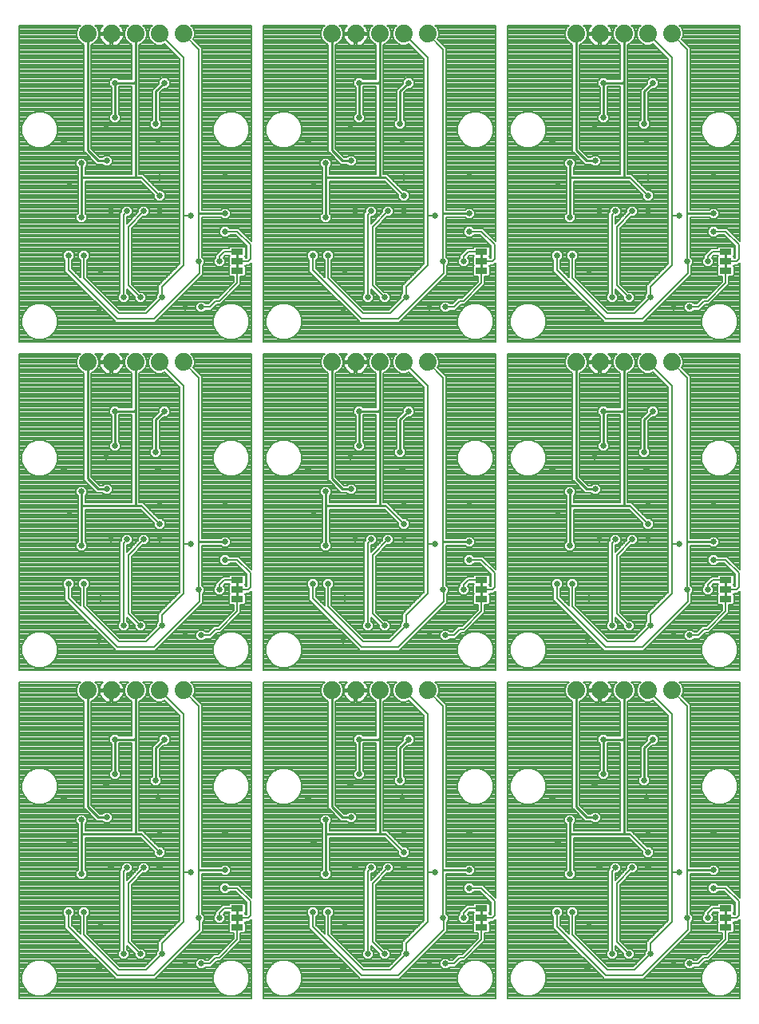
<source format=gbl>
G75*
%MOIN*%
%OFA0B0*%
%FSLAX25Y25*%
%IPPOS*%
%LPD*%
%AMOC8*
5,1,8,0,0,1.08239X$1,22.5*
%
%ADD10R,0.05000X0.02500*%
%ADD11C,0.01000*%
%ADD12C,0.07400*%
%ADD13C,0.02600*%
%ADD14C,0.00800*%
D10*
X0121250Y0059750D03*
X0121250Y0063750D03*
X0121250Y0067750D03*
X0223250Y0067750D03*
X0223250Y0063750D03*
X0223250Y0059750D03*
X0325250Y0059750D03*
X0325250Y0063750D03*
X0325250Y0067750D03*
X0325250Y0196750D03*
X0325250Y0200750D03*
X0325250Y0204750D03*
X0223250Y0204750D03*
X0223250Y0200750D03*
X0223250Y0196750D03*
X0121250Y0196750D03*
X0121250Y0200750D03*
X0121250Y0204750D03*
X0121250Y0333750D03*
X0121250Y0337750D03*
X0121250Y0341750D03*
X0223250Y0341750D03*
X0223250Y0337750D03*
X0223250Y0333750D03*
X0325250Y0333750D03*
X0325250Y0337750D03*
X0325250Y0341750D03*
D11*
X0325250Y0337750D01*
X0325250Y0333750D01*
X0320250Y0357750D02*
X0309250Y0357750D01*
X0285250Y0372750D02*
X0282750Y0372750D01*
X0282750Y0412750D01*
X0282250Y0412250D01*
X0274250Y0412250D01*
X0274250Y0397750D01*
X0282750Y0412750D02*
X0282750Y0432750D01*
X0294750Y0412250D02*
X0291250Y0408750D01*
X0291250Y0395250D01*
X0282750Y0372750D02*
X0260250Y0372750D01*
X0260250Y0378750D01*
X0260250Y0372750D02*
X0260250Y0356250D01*
X0267250Y0379750D02*
X0262750Y0384250D01*
X0262750Y0432750D01*
X0267250Y0379750D02*
X0270750Y0379750D01*
X0223250Y0341750D02*
X0223250Y0337750D01*
X0223250Y0333750D01*
X0218250Y0357750D02*
X0207250Y0357750D01*
X0183250Y0372750D02*
X0180750Y0372750D01*
X0180750Y0412750D01*
X0180250Y0412250D01*
X0172250Y0412250D01*
X0172250Y0397750D01*
X0180750Y0412750D02*
X0180750Y0432750D01*
X0192750Y0412250D02*
X0189250Y0408750D01*
X0189250Y0395250D01*
X0180750Y0372750D02*
X0158250Y0372750D01*
X0158250Y0378750D01*
X0158250Y0372750D02*
X0158250Y0356250D01*
X0165250Y0379750D02*
X0160750Y0384250D01*
X0160750Y0432750D01*
X0165250Y0379750D02*
X0168750Y0379750D01*
X0121250Y0341750D02*
X0121250Y0337750D01*
X0121250Y0333750D01*
X0116250Y0357750D02*
X0105250Y0357750D01*
X0081250Y0372750D02*
X0078750Y0372750D01*
X0078750Y0412750D01*
X0078250Y0412250D01*
X0070250Y0412250D01*
X0070250Y0397750D01*
X0058750Y0384250D02*
X0058750Y0432750D01*
X0078750Y0432750D02*
X0078750Y0412750D01*
X0087250Y0408750D02*
X0090750Y0412250D01*
X0087250Y0408750D02*
X0087250Y0395250D01*
X0066750Y0379750D02*
X0063250Y0379750D01*
X0058750Y0384250D01*
X0056250Y0378750D02*
X0056250Y0372750D01*
X0056250Y0356250D01*
X0056250Y0372750D02*
X0078750Y0372750D01*
X0078750Y0295750D02*
X0078750Y0275750D01*
X0078250Y0275250D01*
X0070250Y0275250D01*
X0070250Y0260750D01*
X0078750Y0275750D02*
X0078750Y0235750D01*
X0056250Y0235750D01*
X0056250Y0241750D01*
X0056250Y0235750D02*
X0056250Y0219250D01*
X0063250Y0242750D02*
X0058750Y0247250D01*
X0058750Y0295750D01*
X0087250Y0271750D02*
X0090750Y0275250D01*
X0087250Y0271750D02*
X0087250Y0258250D01*
X0066750Y0242750D02*
X0063250Y0242750D01*
X0078750Y0235750D02*
X0081250Y0235750D01*
X0105250Y0220750D02*
X0116250Y0220750D01*
X0121250Y0204750D02*
X0121250Y0200750D01*
X0121250Y0196750D01*
X0158250Y0219250D02*
X0158250Y0235750D01*
X0158250Y0241750D01*
X0158250Y0235750D02*
X0180750Y0235750D01*
X0180750Y0275750D01*
X0180250Y0275250D01*
X0172250Y0275250D01*
X0172250Y0260750D01*
X0180750Y0275750D02*
X0180750Y0295750D01*
X0192750Y0275250D02*
X0189250Y0271750D01*
X0189250Y0258250D01*
X0183250Y0235750D02*
X0180750Y0235750D01*
X0168750Y0242750D02*
X0165250Y0242750D01*
X0160750Y0247250D01*
X0160750Y0295750D01*
X0207250Y0220750D02*
X0218250Y0220750D01*
X0223250Y0204750D02*
X0223250Y0200750D01*
X0223250Y0196750D01*
X0260250Y0219250D02*
X0260250Y0235750D01*
X0260250Y0241750D01*
X0260250Y0235750D02*
X0282750Y0235750D01*
X0282750Y0275750D01*
X0282250Y0275250D01*
X0274250Y0275250D01*
X0274250Y0260750D01*
X0282750Y0275750D02*
X0282750Y0295750D01*
X0294750Y0275250D02*
X0291250Y0271750D01*
X0291250Y0258250D01*
X0285250Y0235750D02*
X0282750Y0235750D01*
X0270750Y0242750D02*
X0267250Y0242750D01*
X0262750Y0247250D01*
X0262750Y0295750D01*
X0309250Y0220750D02*
X0320250Y0220750D01*
X0325250Y0204750D02*
X0325250Y0200750D01*
X0325250Y0196750D01*
X0282750Y0158750D02*
X0282750Y0138750D01*
X0282250Y0138250D01*
X0274250Y0138250D01*
X0274250Y0123750D01*
X0282750Y0138750D02*
X0282750Y0098750D01*
X0260250Y0098750D01*
X0260250Y0104750D01*
X0260250Y0098750D02*
X0260250Y0082250D01*
X0267250Y0105750D02*
X0262750Y0110250D01*
X0262750Y0158750D01*
X0291250Y0134750D02*
X0294750Y0138250D01*
X0291250Y0134750D02*
X0291250Y0121250D01*
X0285250Y0098750D02*
X0282750Y0098750D01*
X0270750Y0105750D02*
X0267250Y0105750D01*
X0309250Y0083750D02*
X0320250Y0083750D01*
X0325250Y0067750D02*
X0325250Y0063750D01*
X0325250Y0059750D01*
X0223250Y0059750D02*
X0223250Y0063750D01*
X0223250Y0067750D01*
X0218250Y0083750D02*
X0207250Y0083750D01*
X0183250Y0098750D02*
X0180750Y0098750D01*
X0180750Y0138750D01*
X0180250Y0138250D01*
X0172250Y0138250D01*
X0172250Y0123750D01*
X0180750Y0138750D02*
X0180750Y0158750D01*
X0192750Y0138250D02*
X0189250Y0134750D01*
X0189250Y0121250D01*
X0180750Y0098750D02*
X0158250Y0098750D01*
X0158250Y0104750D01*
X0158250Y0098750D02*
X0158250Y0082250D01*
X0165250Y0105750D02*
X0160750Y0110250D01*
X0160750Y0158750D01*
X0165250Y0105750D02*
X0168750Y0105750D01*
X0121250Y0067750D02*
X0121250Y0063750D01*
X0121250Y0059750D01*
X0116250Y0083750D02*
X0105250Y0083750D01*
X0081250Y0098750D02*
X0078750Y0098750D01*
X0078750Y0138750D01*
X0078250Y0138250D01*
X0070250Y0138250D01*
X0070250Y0123750D01*
X0078750Y0138750D02*
X0078750Y0158750D01*
X0058750Y0158750D02*
X0058750Y0110250D01*
X0063250Y0105750D01*
X0066750Y0105750D01*
X0056250Y0098750D02*
X0078750Y0098750D01*
X0087250Y0121250D02*
X0087250Y0134750D01*
X0090750Y0138250D01*
X0056250Y0104750D02*
X0056250Y0098750D01*
X0056250Y0082250D01*
D12*
X0058750Y0158750D03*
X0068750Y0158750D03*
X0078750Y0158750D03*
X0088750Y0158750D03*
X0098750Y0158750D03*
X0160750Y0158750D03*
X0170750Y0158750D03*
X0180750Y0158750D03*
X0190750Y0158750D03*
X0200750Y0158750D03*
X0262750Y0158750D03*
X0272750Y0158750D03*
X0282750Y0158750D03*
X0292750Y0158750D03*
X0302750Y0158750D03*
X0302750Y0295750D03*
X0292750Y0295750D03*
X0282750Y0295750D03*
X0272750Y0295750D03*
X0262750Y0295750D03*
X0200750Y0295750D03*
X0190750Y0295750D03*
X0180750Y0295750D03*
X0170750Y0295750D03*
X0160750Y0295750D03*
X0098750Y0295750D03*
X0088750Y0295750D03*
X0078750Y0295750D03*
X0068750Y0295750D03*
X0058750Y0295750D03*
X0058750Y0432750D03*
X0068750Y0432750D03*
X0078750Y0432750D03*
X0088750Y0432750D03*
X0098750Y0432750D03*
X0160750Y0432750D03*
X0170750Y0432750D03*
X0180750Y0432750D03*
X0190750Y0432750D03*
X0200750Y0432750D03*
X0262750Y0432750D03*
X0272750Y0432750D03*
X0282750Y0432750D03*
X0292750Y0432750D03*
X0302750Y0432750D03*
D13*
X0294750Y0412250D03*
X0291250Y0395250D03*
X0292116Y0388254D03*
X0292750Y0372750D03*
X0292750Y0365250D03*
X0292750Y0358750D03*
X0286250Y0358750D03*
X0279250Y0358750D03*
X0272616Y0358754D03*
X0260250Y0356250D03*
X0255116Y0369254D03*
X0260250Y0378750D03*
X0270750Y0379750D03*
X0270616Y0393254D03*
X0274250Y0397750D03*
X0274250Y0412250D03*
X0252935Y0387927D03*
X0218116Y0373254D03*
X0218250Y0357750D03*
X0218250Y0350250D03*
X0215750Y0337750D03*
X0207250Y0337750D03*
X0208250Y0318750D03*
X0201616Y0318498D03*
X0191750Y0322750D03*
X0182750Y0322750D03*
X0175750Y0322750D03*
X0165396Y0316530D03*
X0166183Y0334246D03*
X0159250Y0340250D03*
X0152750Y0340250D03*
X0158250Y0356250D03*
X0170616Y0358754D03*
X0177250Y0358750D03*
X0184250Y0358750D03*
X0190750Y0358750D03*
X0190750Y0365250D03*
X0190750Y0372750D03*
X0190116Y0388254D03*
X0189250Y0395250D03*
X0192750Y0412250D03*
X0172250Y0412250D03*
X0172250Y0397750D03*
X0168616Y0393254D03*
X0168750Y0379750D03*
X0158250Y0378750D03*
X0153116Y0369254D03*
X0150935Y0387927D03*
X0116116Y0373254D03*
X0116250Y0357750D03*
X0116250Y0350250D03*
X0113750Y0337750D03*
X0105250Y0337750D03*
X0106250Y0318750D03*
X0099616Y0318498D03*
X0089750Y0322750D03*
X0080750Y0322750D03*
X0073750Y0322750D03*
X0063396Y0316530D03*
X0064183Y0334246D03*
X0057250Y0340250D03*
X0050750Y0340250D03*
X0056250Y0356250D03*
X0068616Y0358754D03*
X0075250Y0358750D03*
X0082250Y0358750D03*
X0088750Y0358750D03*
X0088750Y0365250D03*
X0088750Y0372750D03*
X0088116Y0388254D03*
X0087250Y0395250D03*
X0090750Y0412250D03*
X0070250Y0412250D03*
X0070250Y0397750D03*
X0066616Y0393254D03*
X0066750Y0379750D03*
X0056250Y0378750D03*
X0051116Y0369254D03*
X0048935Y0387927D03*
X0101750Y0356750D03*
X0090750Y0275250D03*
X0087250Y0258250D03*
X0088116Y0251254D03*
X0088750Y0235750D03*
X0088750Y0228250D03*
X0088750Y0221750D03*
X0082250Y0221750D03*
X0075250Y0221750D03*
X0068616Y0221754D03*
X0056250Y0219250D03*
X0051116Y0232254D03*
X0056250Y0241750D03*
X0048935Y0250927D03*
X0066616Y0256254D03*
X0070250Y0260750D03*
X0070250Y0275250D03*
X0066750Y0242750D03*
X0057250Y0203250D03*
X0064183Y0197246D03*
X0050750Y0203250D03*
X0063396Y0179530D03*
X0073750Y0185750D03*
X0080750Y0185750D03*
X0089750Y0185750D03*
X0099616Y0181498D03*
X0106250Y0181750D03*
X0105250Y0200750D03*
X0113750Y0200750D03*
X0116250Y0213250D03*
X0116250Y0220750D03*
X0101750Y0219750D03*
X0116116Y0236254D03*
X0153116Y0232254D03*
X0158250Y0241750D03*
X0150935Y0250927D03*
X0168616Y0256254D03*
X0172250Y0260750D03*
X0172250Y0275250D03*
X0192750Y0275250D03*
X0189250Y0258250D03*
X0190116Y0251254D03*
X0190750Y0235750D03*
X0190750Y0228250D03*
X0190750Y0221750D03*
X0184250Y0221750D03*
X0177250Y0221750D03*
X0170616Y0221754D03*
X0158250Y0219250D03*
X0159250Y0203250D03*
X0166183Y0197246D03*
X0152750Y0203250D03*
X0165396Y0179530D03*
X0175750Y0185750D03*
X0182750Y0185750D03*
X0191750Y0185750D03*
X0201616Y0181498D03*
X0208250Y0181750D03*
X0207250Y0200750D03*
X0215750Y0200750D03*
X0218250Y0213250D03*
X0218250Y0220750D03*
X0203750Y0219750D03*
X0218116Y0236254D03*
X0255116Y0232254D03*
X0260250Y0241750D03*
X0270750Y0242750D03*
X0270616Y0256254D03*
X0274250Y0260750D03*
X0274250Y0275250D03*
X0294750Y0275250D03*
X0291250Y0258250D03*
X0292116Y0251254D03*
X0292750Y0235750D03*
X0292750Y0228250D03*
X0292750Y0221750D03*
X0286250Y0221750D03*
X0279250Y0221750D03*
X0272616Y0221754D03*
X0260250Y0219250D03*
X0261250Y0203250D03*
X0268183Y0197246D03*
X0254750Y0203250D03*
X0267396Y0179530D03*
X0277750Y0185750D03*
X0284750Y0185750D03*
X0293750Y0185750D03*
X0303616Y0181498D03*
X0310250Y0181750D03*
X0309250Y0200750D03*
X0317750Y0200750D03*
X0320250Y0213250D03*
X0320250Y0220750D03*
X0305750Y0219750D03*
X0320116Y0236254D03*
X0252935Y0250927D03*
X0267396Y0316530D03*
X0277750Y0322750D03*
X0284750Y0322750D03*
X0293750Y0322750D03*
X0303616Y0318498D03*
X0310250Y0318750D03*
X0309250Y0337750D03*
X0317750Y0337750D03*
X0320250Y0350250D03*
X0320250Y0357750D03*
X0305750Y0356750D03*
X0320116Y0373254D03*
X0268183Y0334246D03*
X0261250Y0340250D03*
X0254750Y0340250D03*
X0203750Y0356750D03*
X0168750Y0242750D03*
X0172250Y0138250D03*
X0172250Y0123750D03*
X0168616Y0119254D03*
X0168750Y0105750D03*
X0158250Y0104750D03*
X0153116Y0095254D03*
X0158250Y0082250D03*
X0170616Y0084754D03*
X0177250Y0084750D03*
X0184250Y0084750D03*
X0190750Y0084750D03*
X0190750Y0091250D03*
X0190750Y0098750D03*
X0190116Y0114254D03*
X0189250Y0121250D03*
X0192750Y0138250D03*
X0218116Y0099254D03*
X0218250Y0083750D03*
X0218250Y0076250D03*
X0215750Y0063750D03*
X0207250Y0063750D03*
X0208250Y0044750D03*
X0201616Y0044498D03*
X0191750Y0048750D03*
X0182750Y0048750D03*
X0175750Y0048750D03*
X0165396Y0042530D03*
X0166183Y0060246D03*
X0159250Y0066250D03*
X0152750Y0066250D03*
X0116250Y0076250D03*
X0116250Y0083750D03*
X0101750Y0082750D03*
X0088750Y0084750D03*
X0088750Y0091250D03*
X0088750Y0098750D03*
X0082250Y0084750D03*
X0075250Y0084750D03*
X0068616Y0084754D03*
X0056250Y0082250D03*
X0051116Y0095254D03*
X0056250Y0104750D03*
X0048935Y0113927D03*
X0066616Y0119254D03*
X0070250Y0123750D03*
X0070250Y0138250D03*
X0087250Y0121250D03*
X0088116Y0114254D03*
X0066750Y0105750D03*
X0090750Y0138250D03*
X0116116Y0099254D03*
X0113750Y0063750D03*
X0105250Y0063750D03*
X0089750Y0048750D03*
X0080750Y0048750D03*
X0073750Y0048750D03*
X0063396Y0042530D03*
X0064183Y0060246D03*
X0057250Y0066250D03*
X0050750Y0066250D03*
X0099616Y0044498D03*
X0106250Y0044750D03*
X0150935Y0113927D03*
X0203750Y0082750D03*
X0255116Y0095254D03*
X0260250Y0104750D03*
X0270750Y0105750D03*
X0270616Y0119254D03*
X0274250Y0123750D03*
X0274250Y0138250D03*
X0294750Y0138250D03*
X0291250Y0121250D03*
X0292116Y0114254D03*
X0292750Y0098750D03*
X0292750Y0091250D03*
X0292750Y0084750D03*
X0286250Y0084750D03*
X0279250Y0084750D03*
X0272616Y0084754D03*
X0260250Y0082250D03*
X0261250Y0066250D03*
X0254750Y0066250D03*
X0268183Y0060246D03*
X0277750Y0048750D03*
X0284750Y0048750D03*
X0293750Y0048750D03*
X0303616Y0044498D03*
X0310250Y0044750D03*
X0309250Y0063750D03*
X0317750Y0063750D03*
X0320250Y0076250D03*
X0320250Y0083750D03*
X0305750Y0082750D03*
X0320116Y0099254D03*
X0267396Y0042530D03*
X0252935Y0113927D03*
D14*
X0030150Y0162350D02*
X0030150Y0030150D01*
X0127350Y0030150D01*
X0127350Y0063370D01*
X0127150Y0063170D01*
X0126330Y0062350D01*
X0124750Y0062350D01*
X0124750Y0062086D01*
X0124414Y0061750D01*
X0124750Y0061414D01*
X0124750Y0058086D01*
X0124164Y0057500D01*
X0122650Y0057500D01*
X0122650Y0054170D01*
X0114330Y0045850D01*
X0112830Y0045850D01*
X0110330Y0043350D01*
X0108103Y0043350D01*
X0107203Y0042450D01*
X0105297Y0042450D01*
X0103950Y0043797D01*
X0103950Y0045703D01*
X0105297Y0047050D01*
X0107203Y0047050D01*
X0108103Y0046150D01*
X0109170Y0046150D01*
X0110850Y0047830D01*
X0111670Y0048650D01*
X0113170Y0048650D01*
X0119850Y0055330D01*
X0119850Y0057500D01*
X0118336Y0057500D01*
X0117750Y0058086D01*
X0117750Y0061414D01*
X0118086Y0061750D01*
X0117750Y0062086D01*
X0117750Y0065414D01*
X0118086Y0065750D01*
X0117750Y0066086D01*
X0117750Y0066350D01*
X0116330Y0066350D01*
X0115366Y0065386D01*
X0116050Y0064703D01*
X0116050Y0062797D01*
X0114703Y0061450D01*
X0112797Y0061450D01*
X0111450Y0062797D01*
X0111450Y0064703D01*
X0112350Y0065603D01*
X0112350Y0066330D01*
X0114350Y0068330D01*
X0115170Y0069150D01*
X0117750Y0069150D01*
X0117750Y0069414D01*
X0118336Y0070000D01*
X0124164Y0070000D01*
X0124750Y0069414D01*
X0124750Y0066086D01*
X0124414Y0065750D01*
X0124750Y0065414D01*
X0124750Y0065150D01*
X0125170Y0065150D01*
X0125350Y0065330D01*
X0125350Y0070170D01*
X0120670Y0074850D01*
X0118103Y0074850D01*
X0117203Y0073950D01*
X0115297Y0073950D01*
X0113950Y0075297D01*
X0113950Y0077203D01*
X0115297Y0078550D01*
X0117203Y0078550D01*
X0118103Y0077650D01*
X0121830Y0077650D01*
X0127330Y0072150D01*
X0127350Y0072130D01*
X0127350Y0162350D01*
X0101797Y0162350D01*
X0102734Y0161412D01*
X0103450Y0159685D01*
X0103450Y0157815D01*
X0102927Y0156553D01*
X0106650Y0152830D01*
X0106650Y0085250D01*
X0114497Y0085250D01*
X0115297Y0086050D01*
X0117203Y0086050D01*
X0118550Y0084703D01*
X0118550Y0082797D01*
X0117203Y0081450D01*
X0115297Y0081450D01*
X0114497Y0082250D01*
X0106650Y0082250D01*
X0106650Y0065603D01*
X0107550Y0064703D01*
X0107550Y0062797D01*
X0106804Y0062051D01*
X0106804Y0058170D01*
X0105983Y0057350D01*
X0086983Y0038350D01*
X0070670Y0038350D01*
X0069850Y0039170D01*
X0069850Y0039170D01*
X0049350Y0059670D01*
X0049350Y0064397D01*
X0048450Y0065297D01*
X0048450Y0067203D01*
X0049797Y0068550D01*
X0051703Y0068550D01*
X0053050Y0067203D01*
X0053050Y0065297D01*
X0052150Y0064397D01*
X0052150Y0060830D01*
X0055850Y0057130D01*
X0055850Y0064397D01*
X0054950Y0065297D01*
X0054950Y0067203D01*
X0056297Y0068550D01*
X0058203Y0068550D01*
X0059550Y0067203D01*
X0059550Y0065297D01*
X0058650Y0064397D01*
X0058650Y0057330D01*
X0072330Y0043650D01*
X0082670Y0043650D01*
X0087450Y0048430D01*
X0087450Y0049703D01*
X0088350Y0050603D01*
X0088350Y0053830D01*
X0097350Y0062830D01*
X0097350Y0148170D01*
X0090947Y0154573D01*
X0089685Y0154050D01*
X0087815Y0154050D01*
X0086088Y0154766D01*
X0084766Y0156088D01*
X0084050Y0157815D01*
X0084050Y0159685D01*
X0084766Y0161412D01*
X0085703Y0162350D01*
X0081797Y0162350D01*
X0082734Y0161412D01*
X0083450Y0159685D01*
X0083450Y0157815D01*
X0082734Y0156088D01*
X0081412Y0154766D01*
X0080250Y0154284D01*
X0080250Y0100250D01*
X0081871Y0100250D01*
X0082750Y0099371D01*
X0082750Y0099230D01*
X0088430Y0093550D01*
X0089703Y0093550D01*
X0091050Y0092203D01*
X0091050Y0090297D01*
X0089703Y0088950D01*
X0087797Y0088950D01*
X0086450Y0090297D01*
X0086450Y0091570D01*
X0080770Y0097250D01*
X0057750Y0097250D01*
X0057750Y0084003D01*
X0058550Y0083203D01*
X0058550Y0081297D01*
X0057203Y0079950D01*
X0055297Y0079950D01*
X0053950Y0081297D01*
X0053950Y0083203D01*
X0054750Y0084003D01*
X0054750Y0102997D01*
X0053950Y0103797D01*
X0053950Y0105703D01*
X0055297Y0107050D01*
X0057203Y0107050D01*
X0058550Y0105703D01*
X0058550Y0103797D01*
X0057750Y0102997D01*
X0057750Y0100250D01*
X0077250Y0100250D01*
X0077250Y0136750D01*
X0072003Y0136750D01*
X0071750Y0136497D01*
X0071750Y0125503D01*
X0072550Y0124703D01*
X0072550Y0122797D01*
X0071203Y0121450D01*
X0069297Y0121450D01*
X0067950Y0122797D01*
X0067950Y0124703D01*
X0068750Y0125503D01*
X0068750Y0136497D01*
X0067950Y0137297D01*
X0067950Y0139203D01*
X0069297Y0140550D01*
X0071203Y0140550D01*
X0072003Y0139750D01*
X0077250Y0139750D01*
X0077250Y0154284D01*
X0076088Y0154766D01*
X0074766Y0156088D01*
X0074050Y0157815D01*
X0074050Y0159685D01*
X0074766Y0161412D01*
X0075703Y0162350D01*
X0072362Y0162350D01*
X0072640Y0162072D01*
X0073112Y0161423D01*
X0073476Y0160708D01*
X0073724Y0159944D01*
X0073850Y0159151D01*
X0073850Y0159150D01*
X0069150Y0159150D01*
X0069150Y0158350D01*
X0073850Y0158350D01*
X0073850Y0158349D01*
X0073724Y0157556D01*
X0073476Y0156792D01*
X0073112Y0156077D01*
X0072640Y0155428D01*
X0072072Y0154860D01*
X0071423Y0154388D01*
X0070708Y0154024D01*
X0069944Y0153776D01*
X0069151Y0153650D01*
X0069150Y0153650D01*
X0069150Y0158350D01*
X0068350Y0158350D01*
X0068350Y0153650D01*
X0068349Y0153650D01*
X0067556Y0153776D01*
X0066792Y0154024D01*
X0066077Y0154388D01*
X0065428Y0154860D01*
X0064860Y0155428D01*
X0064388Y0156077D01*
X0064024Y0156792D01*
X0063776Y0157556D01*
X0063650Y0158349D01*
X0063650Y0158350D01*
X0068350Y0158350D01*
X0068350Y0159150D01*
X0063650Y0159150D01*
X0063650Y0159151D01*
X0063776Y0159944D01*
X0064024Y0160708D01*
X0064388Y0161423D01*
X0064860Y0162072D01*
X0065138Y0162350D01*
X0061797Y0162350D01*
X0062734Y0161412D01*
X0063450Y0159685D01*
X0063450Y0157815D01*
X0062734Y0156088D01*
X0061412Y0154766D01*
X0060250Y0154284D01*
X0060250Y0110871D01*
X0063871Y0107250D01*
X0064997Y0107250D01*
X0065797Y0108050D01*
X0067703Y0108050D01*
X0069050Y0106703D01*
X0069050Y0104797D01*
X0067703Y0103450D01*
X0065797Y0103450D01*
X0064997Y0104250D01*
X0062629Y0104250D01*
X0058129Y0108750D01*
X0057250Y0109629D01*
X0057250Y0154284D01*
X0056088Y0154766D01*
X0054766Y0156088D01*
X0054050Y0157815D01*
X0054050Y0159685D01*
X0054766Y0161412D01*
X0055703Y0162350D01*
X0030150Y0162350D01*
X0030150Y0162101D02*
X0055455Y0162101D01*
X0054720Y0161303D02*
X0030150Y0161303D01*
X0030150Y0160504D02*
X0054389Y0160504D01*
X0054059Y0159706D02*
X0030150Y0159706D01*
X0030150Y0158907D02*
X0054050Y0158907D01*
X0054050Y0158109D02*
X0030150Y0158109D01*
X0030150Y0157310D02*
X0054259Y0157310D01*
X0054590Y0156512D02*
X0030150Y0156512D01*
X0030150Y0155713D02*
X0055140Y0155713D01*
X0055938Y0154915D02*
X0030150Y0154915D01*
X0030150Y0154116D02*
X0057250Y0154116D01*
X0057250Y0153318D02*
X0030150Y0153318D01*
X0030150Y0152519D02*
X0057250Y0152519D01*
X0057250Y0151721D02*
X0030150Y0151721D01*
X0030150Y0150922D02*
X0057250Y0150922D01*
X0057250Y0150124D02*
X0030150Y0150124D01*
X0030150Y0149325D02*
X0057250Y0149325D01*
X0057250Y0148527D02*
X0030150Y0148527D01*
X0030150Y0147728D02*
X0057250Y0147728D01*
X0057250Y0146930D02*
X0030150Y0146930D01*
X0030150Y0146131D02*
X0057250Y0146131D01*
X0057250Y0145333D02*
X0030150Y0145333D01*
X0030150Y0144534D02*
X0057250Y0144534D01*
X0057250Y0143736D02*
X0030150Y0143736D01*
X0030150Y0142937D02*
X0057250Y0142937D01*
X0057250Y0142139D02*
X0030150Y0142139D01*
X0030150Y0141340D02*
X0057250Y0141340D01*
X0057250Y0140542D02*
X0030150Y0140542D01*
X0030150Y0139743D02*
X0057250Y0139743D01*
X0057250Y0138945D02*
X0030150Y0138945D01*
X0030150Y0138146D02*
X0057250Y0138146D01*
X0057250Y0137348D02*
X0030150Y0137348D01*
X0030150Y0136549D02*
X0057250Y0136549D01*
X0057250Y0135751D02*
X0030150Y0135751D01*
X0030150Y0134952D02*
X0057250Y0134952D01*
X0057250Y0134153D02*
X0030150Y0134153D01*
X0030150Y0133355D02*
X0057250Y0133355D01*
X0057250Y0132556D02*
X0030150Y0132556D01*
X0030150Y0131758D02*
X0057250Y0131758D01*
X0057250Y0130959D02*
X0030150Y0130959D01*
X0030150Y0130161D02*
X0057250Y0130161D01*
X0057250Y0129362D02*
X0030150Y0129362D01*
X0030150Y0128564D02*
X0057250Y0128564D01*
X0057250Y0127765D02*
X0030150Y0127765D01*
X0030150Y0126967D02*
X0057250Y0126967D01*
X0057250Y0126168D02*
X0040439Y0126168D01*
X0040242Y0126250D02*
X0037258Y0126250D01*
X0034502Y0125108D01*
X0032392Y0122998D01*
X0031250Y0120242D01*
X0031250Y0117258D01*
X0032392Y0114502D01*
X0034502Y0112392D01*
X0037258Y0111250D01*
X0040242Y0111250D01*
X0042998Y0112392D01*
X0045108Y0114502D01*
X0046250Y0117258D01*
X0046250Y0120242D01*
X0045108Y0122998D01*
X0042998Y0125108D01*
X0040242Y0126250D01*
X0042367Y0125370D02*
X0057250Y0125370D01*
X0057250Y0124571D02*
X0043535Y0124571D01*
X0044334Y0123773D02*
X0057250Y0123773D01*
X0057250Y0122974D02*
X0045118Y0122974D01*
X0045449Y0122176D02*
X0057250Y0122176D01*
X0057250Y0121377D02*
X0045780Y0121377D01*
X0046110Y0120579D02*
X0057250Y0120579D01*
X0057250Y0119780D02*
X0046250Y0119780D01*
X0046250Y0118982D02*
X0057250Y0118982D01*
X0057250Y0118183D02*
X0046250Y0118183D01*
X0046250Y0117385D02*
X0057250Y0117385D01*
X0057250Y0116586D02*
X0045972Y0116586D01*
X0045641Y0115788D02*
X0057250Y0115788D01*
X0057250Y0114989D02*
X0045310Y0114989D01*
X0044797Y0114191D02*
X0057250Y0114191D01*
X0057250Y0113392D02*
X0043999Y0113392D01*
X0043200Y0112594D02*
X0057250Y0112594D01*
X0057250Y0111795D02*
X0041558Y0111795D01*
X0035942Y0111795D02*
X0030150Y0111795D01*
X0030150Y0110997D02*
X0057250Y0110997D01*
X0057250Y0110198D02*
X0030150Y0110198D01*
X0030150Y0109400D02*
X0057479Y0109400D01*
X0058278Y0108601D02*
X0030150Y0108601D01*
X0030150Y0107803D02*
X0059076Y0107803D01*
X0059875Y0107004D02*
X0057249Y0107004D01*
X0058047Y0106206D02*
X0060673Y0106206D01*
X0061472Y0105407D02*
X0058550Y0105407D01*
X0058550Y0104609D02*
X0062270Y0104609D01*
X0065437Y0103810D02*
X0058550Y0103810D01*
X0057764Y0103012D02*
X0077250Y0103012D01*
X0077250Y0103810D02*
X0068063Y0103810D01*
X0068861Y0104609D02*
X0077250Y0104609D01*
X0077250Y0105407D02*
X0069050Y0105407D01*
X0069050Y0106206D02*
X0077250Y0106206D01*
X0077250Y0107004D02*
X0068749Y0107004D01*
X0067950Y0107803D02*
X0077250Y0107803D01*
X0077250Y0108601D02*
X0062520Y0108601D01*
X0061722Y0109400D02*
X0077250Y0109400D01*
X0077250Y0110198D02*
X0060923Y0110198D01*
X0060250Y0110997D02*
X0077250Y0110997D01*
X0077250Y0111795D02*
X0060250Y0111795D01*
X0060250Y0112594D02*
X0077250Y0112594D01*
X0077250Y0113392D02*
X0060250Y0113392D01*
X0060250Y0114191D02*
X0077250Y0114191D01*
X0077250Y0114989D02*
X0060250Y0114989D01*
X0060250Y0115788D02*
X0077250Y0115788D01*
X0077250Y0116586D02*
X0060250Y0116586D01*
X0060250Y0117385D02*
X0077250Y0117385D01*
X0077250Y0118183D02*
X0060250Y0118183D01*
X0060250Y0118982D02*
X0077250Y0118982D01*
X0077250Y0119780D02*
X0060250Y0119780D01*
X0060250Y0120579D02*
X0077250Y0120579D01*
X0077250Y0121377D02*
X0060250Y0121377D01*
X0060250Y0122176D02*
X0068571Y0122176D01*
X0067950Y0122974D02*
X0060250Y0122974D01*
X0060250Y0123773D02*
X0067950Y0123773D01*
X0067950Y0124571D02*
X0060250Y0124571D01*
X0060250Y0125370D02*
X0068617Y0125370D01*
X0068750Y0126168D02*
X0060250Y0126168D01*
X0060250Y0126967D02*
X0068750Y0126967D01*
X0068750Y0127765D02*
X0060250Y0127765D01*
X0060250Y0128564D02*
X0068750Y0128564D01*
X0068750Y0129362D02*
X0060250Y0129362D01*
X0060250Y0130161D02*
X0068750Y0130161D01*
X0068750Y0130959D02*
X0060250Y0130959D01*
X0060250Y0131758D02*
X0068750Y0131758D01*
X0068750Y0132556D02*
X0060250Y0132556D01*
X0060250Y0133355D02*
X0068750Y0133355D01*
X0068750Y0134153D02*
X0060250Y0134153D01*
X0060250Y0134952D02*
X0068750Y0134952D01*
X0068750Y0135751D02*
X0060250Y0135751D01*
X0060250Y0136549D02*
X0068698Y0136549D01*
X0067950Y0137348D02*
X0060250Y0137348D01*
X0060250Y0138146D02*
X0067950Y0138146D01*
X0067950Y0138945D02*
X0060250Y0138945D01*
X0060250Y0139743D02*
X0068490Y0139743D01*
X0069289Y0140542D02*
X0060250Y0140542D01*
X0060250Y0141340D02*
X0077250Y0141340D01*
X0077250Y0140542D02*
X0071211Y0140542D01*
X0071802Y0136549D02*
X0077250Y0136549D01*
X0077250Y0135751D02*
X0071750Y0135751D01*
X0071750Y0134952D02*
X0077250Y0134952D01*
X0077250Y0134153D02*
X0071750Y0134153D01*
X0071750Y0133355D02*
X0077250Y0133355D01*
X0077250Y0132556D02*
X0071750Y0132556D01*
X0071750Y0131758D02*
X0077250Y0131758D01*
X0077250Y0130959D02*
X0071750Y0130959D01*
X0071750Y0130161D02*
X0077250Y0130161D01*
X0077250Y0129362D02*
X0071750Y0129362D01*
X0071750Y0128564D02*
X0077250Y0128564D01*
X0077250Y0127765D02*
X0071750Y0127765D01*
X0071750Y0126967D02*
X0077250Y0126967D01*
X0077250Y0126168D02*
X0071750Y0126168D01*
X0071883Y0125370D02*
X0077250Y0125370D01*
X0077250Y0124571D02*
X0072550Y0124571D01*
X0072550Y0123773D02*
X0077250Y0123773D01*
X0077250Y0122974D02*
X0072550Y0122974D01*
X0071929Y0122176D02*
X0077250Y0122176D01*
X0080250Y0122176D02*
X0084950Y0122176D01*
X0084950Y0122203D02*
X0084950Y0120297D01*
X0086297Y0118950D01*
X0088203Y0118950D01*
X0089550Y0120297D01*
X0089550Y0122203D01*
X0088750Y0123003D01*
X0088750Y0134129D01*
X0090571Y0135950D01*
X0091703Y0135950D01*
X0093050Y0137297D01*
X0093050Y0139203D01*
X0091703Y0140550D01*
X0089797Y0140550D01*
X0088450Y0139203D01*
X0088450Y0138071D01*
X0085750Y0135371D01*
X0085750Y0123003D01*
X0084950Y0122203D01*
X0084950Y0121377D02*
X0080250Y0121377D01*
X0080250Y0120579D02*
X0084950Y0120579D01*
X0085467Y0119780D02*
X0080250Y0119780D01*
X0080250Y0118982D02*
X0086266Y0118982D01*
X0088234Y0118982D02*
X0097350Y0118982D01*
X0097350Y0119780D02*
X0089033Y0119780D01*
X0089550Y0120579D02*
X0097350Y0120579D01*
X0097350Y0121377D02*
X0089550Y0121377D01*
X0089550Y0122176D02*
X0097350Y0122176D01*
X0097350Y0122974D02*
X0088778Y0122974D01*
X0088750Y0123773D02*
X0097350Y0123773D01*
X0097350Y0124571D02*
X0088750Y0124571D01*
X0088750Y0125370D02*
X0097350Y0125370D01*
X0097350Y0126168D02*
X0088750Y0126168D01*
X0088750Y0126967D02*
X0097350Y0126967D01*
X0097350Y0127765D02*
X0088750Y0127765D01*
X0088750Y0128564D02*
X0097350Y0128564D01*
X0097350Y0129362D02*
X0088750Y0129362D01*
X0088750Y0130161D02*
X0097350Y0130161D01*
X0097350Y0130959D02*
X0088750Y0130959D01*
X0088750Y0131758D02*
X0097350Y0131758D01*
X0097350Y0132556D02*
X0088750Y0132556D01*
X0088750Y0133355D02*
X0097350Y0133355D01*
X0097350Y0134153D02*
X0088775Y0134153D01*
X0089573Y0134952D02*
X0097350Y0134952D01*
X0097350Y0135751D02*
X0090372Y0135751D01*
X0092302Y0136549D02*
X0097350Y0136549D01*
X0097350Y0137348D02*
X0093050Y0137348D01*
X0093050Y0138146D02*
X0097350Y0138146D01*
X0097350Y0138945D02*
X0093050Y0138945D01*
X0092510Y0139743D02*
X0097350Y0139743D01*
X0097350Y0140542D02*
X0091711Y0140542D01*
X0089789Y0140542D02*
X0080250Y0140542D01*
X0080250Y0141340D02*
X0097350Y0141340D01*
X0097350Y0142139D02*
X0080250Y0142139D01*
X0080250Y0142937D02*
X0097350Y0142937D01*
X0097350Y0143736D02*
X0080250Y0143736D01*
X0080250Y0144534D02*
X0097350Y0144534D01*
X0097350Y0145333D02*
X0080250Y0145333D01*
X0080250Y0146131D02*
X0097350Y0146131D01*
X0097350Y0146930D02*
X0080250Y0146930D01*
X0080250Y0147728D02*
X0097350Y0147728D01*
X0096993Y0148527D02*
X0080250Y0148527D01*
X0080250Y0149325D02*
X0096195Y0149325D01*
X0095396Y0150124D02*
X0080250Y0150124D01*
X0080250Y0150922D02*
X0094598Y0150922D01*
X0093799Y0151721D02*
X0080250Y0151721D01*
X0080250Y0152519D02*
X0093001Y0152519D01*
X0092202Y0153318D02*
X0080250Y0153318D01*
X0080250Y0154116D02*
X0087655Y0154116D01*
X0085938Y0154915D02*
X0081562Y0154915D01*
X0082360Y0155713D02*
X0085140Y0155713D01*
X0084590Y0156512D02*
X0082910Y0156512D01*
X0083241Y0157310D02*
X0084259Y0157310D01*
X0084050Y0158109D02*
X0083450Y0158109D01*
X0083450Y0158907D02*
X0084050Y0158907D01*
X0084059Y0159706D02*
X0083441Y0159706D01*
X0083111Y0160504D02*
X0084389Y0160504D01*
X0084720Y0161303D02*
X0082780Y0161303D01*
X0082045Y0162101D02*
X0085455Y0162101D01*
X0088750Y0158750D02*
X0098750Y0148750D01*
X0098750Y0082750D01*
X0101750Y0082750D01*
X0098750Y0082750D02*
X0098750Y0062250D01*
X0089750Y0053250D01*
X0089750Y0048750D01*
X0083250Y0042250D01*
X0071750Y0042250D01*
X0057250Y0056750D01*
X0057250Y0066250D01*
X0058876Y0067877D02*
X0072350Y0067877D01*
X0072350Y0067079D02*
X0059550Y0067079D01*
X0059550Y0066280D02*
X0072350Y0066280D01*
X0072350Y0065482D02*
X0059550Y0065482D01*
X0058936Y0064683D02*
X0072350Y0064683D01*
X0072350Y0063884D02*
X0058650Y0063884D01*
X0058650Y0063086D02*
X0072350Y0063086D01*
X0072350Y0062287D02*
X0058650Y0062287D01*
X0058650Y0061489D02*
X0072350Y0061489D01*
X0072350Y0060690D02*
X0058650Y0060690D01*
X0058650Y0059892D02*
X0072350Y0059892D01*
X0072350Y0059093D02*
X0058650Y0059093D01*
X0058650Y0058295D02*
X0072350Y0058295D01*
X0072350Y0057496D02*
X0058650Y0057496D01*
X0059282Y0056698D02*
X0072350Y0056698D01*
X0072350Y0055899D02*
X0060080Y0055899D01*
X0060879Y0055101D02*
X0072350Y0055101D01*
X0072350Y0054302D02*
X0061678Y0054302D01*
X0062476Y0053504D02*
X0072350Y0053504D01*
X0072350Y0052705D02*
X0063275Y0052705D01*
X0064073Y0051907D02*
X0072350Y0051907D01*
X0072350Y0051108D02*
X0064872Y0051108D01*
X0065670Y0050310D02*
X0072057Y0050310D01*
X0072350Y0050603D02*
X0071450Y0049703D01*
X0071450Y0047797D01*
X0072797Y0046450D01*
X0074703Y0046450D01*
X0076050Y0047797D01*
X0076050Y0049703D01*
X0075150Y0050603D01*
X0075150Y0052370D01*
X0075170Y0052350D01*
X0078450Y0049070D01*
X0078450Y0047797D01*
X0079797Y0046450D01*
X0081703Y0046450D01*
X0083050Y0047797D01*
X0083050Y0049703D01*
X0081703Y0051050D01*
X0080430Y0051050D01*
X0077150Y0054330D01*
X0077150Y0077670D01*
X0081930Y0082450D01*
X0083203Y0082450D01*
X0084550Y0083797D01*
X0084550Y0085703D01*
X0083203Y0087050D01*
X0081297Y0087050D01*
X0079950Y0085703D01*
X0079950Y0084430D01*
X0075150Y0079630D01*
X0075150Y0082450D01*
X0076203Y0082450D01*
X0077550Y0083797D01*
X0077550Y0085703D01*
X0076203Y0087050D01*
X0074297Y0087050D01*
X0072950Y0085703D01*
X0072950Y0084430D01*
X0072350Y0083830D01*
X0072350Y0050603D01*
X0071450Y0049511D02*
X0066469Y0049511D01*
X0067267Y0048713D02*
X0071450Y0048713D01*
X0071450Y0047914D02*
X0068066Y0047914D01*
X0068864Y0047116D02*
X0072132Y0047116D01*
X0073750Y0048750D02*
X0073750Y0083250D01*
X0075250Y0084750D01*
X0077550Y0084646D02*
X0079950Y0084646D01*
X0079950Y0085444D02*
X0077550Y0085444D01*
X0077010Y0086243D02*
X0080490Y0086243D01*
X0081289Y0087041D02*
X0076211Y0087041D01*
X0074289Y0087041D02*
X0057750Y0087041D01*
X0057750Y0086243D02*
X0073490Y0086243D01*
X0072950Y0085444D02*
X0057750Y0085444D01*
X0057750Y0084646D02*
X0072950Y0084646D01*
X0072367Y0083847D02*
X0057905Y0083847D01*
X0058550Y0083049D02*
X0072350Y0083049D01*
X0072350Y0082250D02*
X0058550Y0082250D01*
X0058550Y0081452D02*
X0072350Y0081452D01*
X0072350Y0080653D02*
X0057906Y0080653D01*
X0056250Y0082250D02*
X0056250Y0086250D01*
X0054750Y0086243D02*
X0030150Y0086243D01*
X0030150Y0087041D02*
X0054750Y0087041D01*
X0054750Y0087840D02*
X0030150Y0087840D01*
X0030150Y0088638D02*
X0054750Y0088638D01*
X0054750Y0089437D02*
X0030150Y0089437D01*
X0030150Y0090235D02*
X0054750Y0090235D01*
X0054750Y0091034D02*
X0030150Y0091034D01*
X0030150Y0091832D02*
X0054750Y0091832D01*
X0054750Y0092631D02*
X0030150Y0092631D01*
X0030150Y0093429D02*
X0054750Y0093429D01*
X0054750Y0094228D02*
X0030150Y0094228D01*
X0030150Y0095026D02*
X0054750Y0095026D01*
X0054750Y0095825D02*
X0030150Y0095825D01*
X0030150Y0096623D02*
X0054750Y0096623D01*
X0054750Y0097422D02*
X0030150Y0097422D01*
X0030150Y0098220D02*
X0054750Y0098220D01*
X0054750Y0099019D02*
X0030150Y0099019D01*
X0030150Y0099818D02*
X0054750Y0099818D01*
X0054750Y0100616D02*
X0030150Y0100616D01*
X0030150Y0101415D02*
X0054750Y0101415D01*
X0054750Y0102213D02*
X0030150Y0102213D01*
X0030150Y0103012D02*
X0054736Y0103012D01*
X0053950Y0103810D02*
X0030150Y0103810D01*
X0030150Y0104609D02*
X0053950Y0104609D01*
X0053950Y0105407D02*
X0030150Y0105407D01*
X0030150Y0106206D02*
X0054453Y0106206D01*
X0055251Y0107004D02*
X0030150Y0107004D01*
X0030150Y0112594D02*
X0034300Y0112594D01*
X0033501Y0113392D02*
X0030150Y0113392D01*
X0030150Y0114191D02*
X0032703Y0114191D01*
X0032190Y0114989D02*
X0030150Y0114989D01*
X0030150Y0115788D02*
X0031859Y0115788D01*
X0031528Y0116586D02*
X0030150Y0116586D01*
X0030150Y0117385D02*
X0031250Y0117385D01*
X0031250Y0118183D02*
X0030150Y0118183D01*
X0030150Y0118982D02*
X0031250Y0118982D01*
X0031250Y0119780D02*
X0030150Y0119780D01*
X0030150Y0120579D02*
X0031390Y0120579D01*
X0031720Y0121377D02*
X0030150Y0121377D01*
X0030150Y0122176D02*
X0032051Y0122176D01*
X0032382Y0122974D02*
X0030150Y0122974D01*
X0030150Y0123773D02*
X0033166Y0123773D01*
X0033965Y0124571D02*
X0030150Y0124571D01*
X0030150Y0125370D02*
X0035133Y0125370D01*
X0037061Y0126168D02*
X0030150Y0126168D01*
X0060250Y0142139D02*
X0077250Y0142139D01*
X0077250Y0142937D02*
X0060250Y0142937D01*
X0060250Y0143736D02*
X0077250Y0143736D01*
X0077250Y0144534D02*
X0060250Y0144534D01*
X0060250Y0145333D02*
X0077250Y0145333D01*
X0077250Y0146131D02*
X0060250Y0146131D01*
X0060250Y0146930D02*
X0077250Y0146930D01*
X0077250Y0147728D02*
X0060250Y0147728D01*
X0060250Y0148527D02*
X0077250Y0148527D01*
X0077250Y0149325D02*
X0060250Y0149325D01*
X0060250Y0150124D02*
X0077250Y0150124D01*
X0077250Y0150922D02*
X0060250Y0150922D01*
X0060250Y0151721D02*
X0077250Y0151721D01*
X0077250Y0152519D02*
X0060250Y0152519D01*
X0060250Y0153318D02*
X0077250Y0153318D01*
X0077250Y0154116D02*
X0070890Y0154116D01*
X0072127Y0154915D02*
X0075938Y0154915D01*
X0075140Y0155713D02*
X0072848Y0155713D01*
X0073333Y0156512D02*
X0074590Y0156512D01*
X0074259Y0157310D02*
X0073645Y0157310D01*
X0073812Y0158109D02*
X0074050Y0158109D01*
X0074050Y0158907D02*
X0069150Y0158907D01*
X0069150Y0158109D02*
X0068350Y0158109D01*
X0068350Y0158907D02*
X0063450Y0158907D01*
X0063450Y0158109D02*
X0063688Y0158109D01*
X0063855Y0157310D02*
X0063241Y0157310D01*
X0062910Y0156512D02*
X0064167Y0156512D01*
X0064652Y0155713D02*
X0062360Y0155713D01*
X0061562Y0154915D02*
X0065373Y0154915D01*
X0066610Y0154116D02*
X0060250Y0154116D01*
X0063441Y0159706D02*
X0063738Y0159706D01*
X0063958Y0160504D02*
X0063111Y0160504D01*
X0062780Y0161303D02*
X0064327Y0161303D01*
X0064889Y0162101D02*
X0062045Y0162101D01*
X0068350Y0157310D02*
X0069150Y0157310D01*
X0069150Y0156512D02*
X0068350Y0156512D01*
X0068350Y0155713D02*
X0069150Y0155713D01*
X0069150Y0154915D02*
X0068350Y0154915D01*
X0068350Y0154116D02*
X0069150Y0154116D01*
X0073762Y0159706D02*
X0074059Y0159706D01*
X0074389Y0160504D02*
X0073542Y0160504D01*
X0073173Y0161303D02*
X0074720Y0161303D01*
X0075455Y0162101D02*
X0072611Y0162101D01*
X0070670Y0175350D02*
X0069850Y0176170D01*
X0049350Y0196670D01*
X0049350Y0201397D01*
X0048450Y0202297D01*
X0048450Y0204203D01*
X0049797Y0205550D01*
X0051703Y0205550D01*
X0053050Y0204203D01*
X0053050Y0202297D01*
X0052150Y0201397D01*
X0052150Y0197830D01*
X0055850Y0194130D01*
X0055850Y0201397D01*
X0054950Y0202297D01*
X0054950Y0204203D01*
X0056297Y0205550D01*
X0058203Y0205550D01*
X0059550Y0204203D01*
X0059550Y0202297D01*
X0058650Y0201397D01*
X0058650Y0194330D01*
X0072330Y0180650D01*
X0082670Y0180650D01*
X0087450Y0185430D01*
X0087450Y0186703D01*
X0088350Y0187603D01*
X0088350Y0190830D01*
X0097350Y0199830D01*
X0097350Y0285170D01*
X0090947Y0291573D01*
X0089685Y0291050D01*
X0087815Y0291050D01*
X0086088Y0291766D01*
X0084766Y0293088D01*
X0084050Y0294815D01*
X0084050Y0296685D01*
X0084766Y0298412D01*
X0085703Y0299350D01*
X0081797Y0299350D01*
X0082734Y0298412D01*
X0083450Y0296685D01*
X0083450Y0294815D01*
X0082734Y0293088D01*
X0081412Y0291766D01*
X0080250Y0291284D01*
X0080250Y0237250D01*
X0081871Y0237250D01*
X0082750Y0236371D01*
X0082750Y0236230D01*
X0088430Y0230550D01*
X0089703Y0230550D01*
X0091050Y0229203D01*
X0091050Y0227297D01*
X0089703Y0225950D01*
X0087797Y0225950D01*
X0086450Y0227297D01*
X0086450Y0228570D01*
X0080770Y0234250D01*
X0057750Y0234250D01*
X0057750Y0221003D01*
X0058550Y0220203D01*
X0058550Y0218297D01*
X0057203Y0216950D01*
X0055297Y0216950D01*
X0053950Y0218297D01*
X0053950Y0220203D01*
X0054750Y0221003D01*
X0054750Y0239997D01*
X0053950Y0240797D01*
X0053950Y0242703D01*
X0055297Y0244050D01*
X0057203Y0244050D01*
X0058550Y0242703D01*
X0058550Y0240797D01*
X0057750Y0239997D01*
X0057750Y0237250D01*
X0077250Y0237250D01*
X0077250Y0273750D01*
X0072003Y0273750D01*
X0071750Y0273497D01*
X0071750Y0262503D01*
X0072550Y0261703D01*
X0072550Y0259797D01*
X0071203Y0258450D01*
X0069297Y0258450D01*
X0067950Y0259797D01*
X0067950Y0261703D01*
X0068750Y0262503D01*
X0068750Y0273497D01*
X0067950Y0274297D01*
X0067950Y0276203D01*
X0069297Y0277550D01*
X0071203Y0277550D01*
X0072003Y0276750D01*
X0077250Y0276750D01*
X0077250Y0291284D01*
X0076088Y0291766D01*
X0074766Y0293088D01*
X0074050Y0294815D01*
X0074050Y0296685D01*
X0074766Y0298412D01*
X0075703Y0299350D01*
X0072362Y0299350D01*
X0072640Y0299072D01*
X0073112Y0298423D01*
X0073476Y0297708D01*
X0073724Y0296944D01*
X0073850Y0296151D01*
X0073850Y0296150D01*
X0069150Y0296150D01*
X0069150Y0295350D01*
X0073850Y0295350D01*
X0073850Y0295349D01*
X0073724Y0294556D01*
X0073476Y0293792D01*
X0073112Y0293077D01*
X0072640Y0292428D01*
X0072072Y0291860D01*
X0071423Y0291388D01*
X0070708Y0291024D01*
X0069944Y0290776D01*
X0069151Y0290650D01*
X0069150Y0290650D01*
X0069150Y0295350D01*
X0068350Y0295350D01*
X0068350Y0290650D01*
X0068349Y0290650D01*
X0067556Y0290776D01*
X0066792Y0291024D01*
X0066077Y0291388D01*
X0065428Y0291860D01*
X0064860Y0292428D01*
X0064388Y0293077D01*
X0064024Y0293792D01*
X0063776Y0294556D01*
X0063650Y0295349D01*
X0063650Y0295350D01*
X0068350Y0295350D01*
X0068350Y0296150D01*
X0063650Y0296150D01*
X0063650Y0296151D01*
X0063776Y0296944D01*
X0064024Y0297708D01*
X0064388Y0298423D01*
X0064860Y0299072D01*
X0065138Y0299350D01*
X0061797Y0299350D01*
X0062734Y0298412D01*
X0063450Y0296685D01*
X0063450Y0294815D01*
X0062734Y0293088D01*
X0061412Y0291766D01*
X0060250Y0291284D01*
X0060250Y0247871D01*
X0063871Y0244250D01*
X0064997Y0244250D01*
X0065797Y0245050D01*
X0067703Y0245050D01*
X0069050Y0243703D01*
X0069050Y0241797D01*
X0067703Y0240450D01*
X0065797Y0240450D01*
X0064997Y0241250D01*
X0062629Y0241250D01*
X0057250Y0246629D01*
X0057250Y0291284D01*
X0056088Y0291766D01*
X0054766Y0293088D01*
X0054050Y0294815D01*
X0054050Y0296685D01*
X0054766Y0298412D01*
X0055703Y0299350D01*
X0030150Y0299350D01*
X0030150Y0167150D01*
X0127350Y0167150D01*
X0127350Y0200370D01*
X0127150Y0200170D01*
X0126330Y0199350D01*
X0124750Y0199350D01*
X0124750Y0199086D01*
X0124414Y0198750D01*
X0124750Y0198414D01*
X0124750Y0195086D01*
X0124164Y0194500D01*
X0122650Y0194500D01*
X0122650Y0191170D01*
X0114330Y0182850D01*
X0112830Y0182850D01*
X0110330Y0180350D01*
X0108103Y0180350D01*
X0107203Y0179450D01*
X0105297Y0179450D01*
X0103950Y0180797D01*
X0103950Y0182703D01*
X0105297Y0184050D01*
X0107203Y0184050D01*
X0108103Y0183150D01*
X0109170Y0183150D01*
X0110850Y0184830D01*
X0111670Y0185650D01*
X0113170Y0185650D01*
X0119850Y0192330D01*
X0119850Y0194500D01*
X0118336Y0194500D01*
X0117750Y0195086D01*
X0117750Y0198414D01*
X0118086Y0198750D01*
X0117750Y0199086D01*
X0117750Y0202414D01*
X0118086Y0202750D01*
X0117750Y0203086D01*
X0117750Y0203350D01*
X0116330Y0203350D01*
X0115366Y0202386D01*
X0116050Y0201703D01*
X0116050Y0199797D01*
X0114703Y0198450D01*
X0112797Y0198450D01*
X0111450Y0199797D01*
X0111450Y0201703D01*
X0112350Y0202603D01*
X0112350Y0203330D01*
X0114350Y0205330D01*
X0115170Y0206150D01*
X0117750Y0206150D01*
X0117750Y0206414D01*
X0118336Y0207000D01*
X0124164Y0207000D01*
X0124750Y0206414D01*
X0124750Y0203086D01*
X0124414Y0202750D01*
X0124750Y0202414D01*
X0124750Y0202150D01*
X0125170Y0202150D01*
X0125350Y0202330D01*
X0125350Y0207170D01*
X0120670Y0211850D01*
X0118103Y0211850D01*
X0117203Y0210950D01*
X0115297Y0210950D01*
X0113950Y0212297D01*
X0113950Y0214203D01*
X0115297Y0215550D01*
X0117203Y0215550D01*
X0118103Y0214650D01*
X0121830Y0214650D01*
X0127330Y0209150D01*
X0127350Y0209130D01*
X0127350Y0299350D01*
X0101797Y0299350D01*
X0102734Y0298412D01*
X0103450Y0296685D01*
X0103450Y0294815D01*
X0102927Y0293553D01*
X0106650Y0289830D01*
X0106650Y0222250D01*
X0114497Y0222250D01*
X0115297Y0223050D01*
X0117203Y0223050D01*
X0118550Y0221703D01*
X0118550Y0219797D01*
X0117203Y0218450D01*
X0115297Y0218450D01*
X0114497Y0219250D01*
X0106650Y0219250D01*
X0106650Y0202603D01*
X0107550Y0201703D01*
X0107550Y0199797D01*
X0106804Y0199051D01*
X0106804Y0195170D01*
X0105983Y0194350D01*
X0086983Y0175350D01*
X0070670Y0175350D01*
X0070344Y0175676D02*
X0046250Y0175676D01*
X0046250Y0174878D02*
X0111250Y0174878D01*
X0111250Y0174258D02*
X0112392Y0171502D01*
X0114502Y0169392D01*
X0117258Y0168250D01*
X0120242Y0168250D01*
X0122998Y0169392D01*
X0125108Y0171502D01*
X0126250Y0174258D01*
X0126250Y0177242D01*
X0125108Y0179998D01*
X0122998Y0182108D01*
X0120242Y0183250D01*
X0117258Y0183250D01*
X0114502Y0182108D01*
X0112392Y0179998D01*
X0111250Y0177242D01*
X0111250Y0174258D01*
X0111324Y0174079D02*
X0046176Y0174079D01*
X0046250Y0174258D02*
X0045108Y0171502D01*
X0042998Y0169392D01*
X0040242Y0168250D01*
X0037258Y0168250D01*
X0034502Y0169392D01*
X0032392Y0171502D01*
X0031250Y0174258D01*
X0031250Y0177242D01*
X0032392Y0179998D01*
X0034502Y0182108D01*
X0037258Y0183250D01*
X0040242Y0183250D01*
X0042998Y0182108D01*
X0045108Y0179998D01*
X0046250Y0177242D01*
X0046250Y0174258D01*
X0045845Y0173281D02*
X0111655Y0173281D01*
X0111986Y0172482D02*
X0045514Y0172482D01*
X0045184Y0171684D02*
X0112316Y0171684D01*
X0113008Y0170885D02*
X0044492Y0170885D01*
X0043693Y0170087D02*
X0113807Y0170087D01*
X0114752Y0169288D02*
X0042748Y0169288D01*
X0040820Y0168489D02*
X0116680Y0168489D01*
X0120820Y0168489D02*
X0127350Y0168489D01*
X0127350Y0167691D02*
X0030150Y0167691D01*
X0030150Y0168489D02*
X0036680Y0168489D01*
X0034752Y0169288D02*
X0030150Y0169288D01*
X0030150Y0170087D02*
X0033807Y0170087D01*
X0033008Y0170885D02*
X0030150Y0170885D01*
X0030150Y0171684D02*
X0032316Y0171684D01*
X0031986Y0172482D02*
X0030150Y0172482D01*
X0030150Y0173281D02*
X0031655Y0173281D01*
X0031324Y0174079D02*
X0030150Y0174079D01*
X0030150Y0174878D02*
X0031250Y0174878D01*
X0031250Y0175676D02*
X0030150Y0175676D01*
X0030150Y0176475D02*
X0031250Y0176475D01*
X0031263Y0177273D02*
X0030150Y0177273D01*
X0030150Y0178072D02*
X0031594Y0178072D01*
X0031924Y0178870D02*
X0030150Y0178870D01*
X0030150Y0179669D02*
X0032255Y0179669D01*
X0032861Y0180467D02*
X0030150Y0180467D01*
X0030150Y0181266D02*
X0033659Y0181266D01*
X0034458Y0182064D02*
X0030150Y0182064D01*
X0030150Y0182863D02*
X0036323Y0182863D01*
X0041177Y0182863D02*
X0063157Y0182863D01*
X0062359Y0183661D02*
X0030150Y0183661D01*
X0030150Y0184460D02*
X0061560Y0184460D01*
X0060762Y0185258D02*
X0030150Y0185258D01*
X0030150Y0186057D02*
X0059963Y0186057D01*
X0059165Y0186855D02*
X0030150Y0186855D01*
X0030150Y0187654D02*
X0058366Y0187654D01*
X0057568Y0188452D02*
X0030150Y0188452D01*
X0030150Y0189251D02*
X0056769Y0189251D01*
X0055971Y0190049D02*
X0030150Y0190049D01*
X0030150Y0190848D02*
X0055172Y0190848D01*
X0054374Y0191646D02*
X0030150Y0191646D01*
X0030150Y0192445D02*
X0053575Y0192445D01*
X0052777Y0193243D02*
X0030150Y0193243D01*
X0030150Y0194042D02*
X0051978Y0194042D01*
X0051180Y0194840D02*
X0030150Y0194840D01*
X0030150Y0195639D02*
X0050381Y0195639D01*
X0049583Y0196437D02*
X0030150Y0196437D01*
X0030150Y0197236D02*
X0049350Y0197236D01*
X0049350Y0198034D02*
X0030150Y0198034D01*
X0030150Y0198833D02*
X0049350Y0198833D01*
X0049350Y0199631D02*
X0030150Y0199631D01*
X0030150Y0200430D02*
X0049350Y0200430D01*
X0049350Y0201228D02*
X0030150Y0201228D01*
X0030150Y0202027D02*
X0048720Y0202027D01*
X0048450Y0202825D02*
X0030150Y0202825D01*
X0030150Y0203624D02*
X0048450Y0203624D01*
X0048670Y0204422D02*
X0030150Y0204422D01*
X0030150Y0205221D02*
X0049468Y0205221D01*
X0050750Y0203250D02*
X0050750Y0197250D01*
X0071250Y0176750D01*
X0086404Y0176750D01*
X0105404Y0195750D01*
X0105404Y0200596D01*
X0105250Y0200750D01*
X0105250Y0220750D01*
X0105250Y0289250D01*
X0098750Y0295750D01*
X0103053Y0293856D02*
X0127350Y0293856D01*
X0127350Y0294654D02*
X0103383Y0294654D01*
X0103450Y0295453D02*
X0127350Y0295453D01*
X0127350Y0296251D02*
X0103450Y0296251D01*
X0103299Y0297050D02*
X0127350Y0297050D01*
X0127350Y0297848D02*
X0102968Y0297848D01*
X0102500Y0298647D02*
X0127350Y0298647D01*
X0127350Y0304150D02*
X0030150Y0304150D01*
X0030150Y0436350D01*
X0055703Y0436350D01*
X0054766Y0435412D01*
X0054050Y0433685D01*
X0054050Y0431815D01*
X0054766Y0430088D01*
X0056088Y0428766D01*
X0057250Y0428284D01*
X0057250Y0383629D01*
X0058129Y0382750D01*
X0062629Y0378250D01*
X0064997Y0378250D01*
X0065797Y0377450D01*
X0067703Y0377450D01*
X0069050Y0378797D01*
X0069050Y0380703D01*
X0067703Y0382050D01*
X0065797Y0382050D01*
X0064997Y0381250D01*
X0063871Y0381250D01*
X0060250Y0384871D01*
X0060250Y0428284D01*
X0061412Y0428766D01*
X0062734Y0430088D01*
X0063450Y0431815D01*
X0063450Y0433685D01*
X0062734Y0435412D01*
X0061797Y0436350D01*
X0065138Y0436350D01*
X0064860Y0436072D01*
X0064388Y0435423D01*
X0064024Y0434708D01*
X0063776Y0433944D01*
X0063650Y0433151D01*
X0063650Y0433150D01*
X0068350Y0433150D01*
X0068350Y0432350D01*
X0069150Y0432350D01*
X0069150Y0433150D01*
X0073850Y0433150D01*
X0073850Y0433151D01*
X0073724Y0433944D01*
X0073476Y0434708D01*
X0073112Y0435423D01*
X0072640Y0436072D01*
X0072362Y0436350D01*
X0075703Y0436350D01*
X0074766Y0435412D01*
X0074050Y0433685D01*
X0074050Y0431815D01*
X0074766Y0430088D01*
X0076088Y0428766D01*
X0077250Y0428284D01*
X0077250Y0413750D01*
X0072003Y0413750D01*
X0071203Y0414550D01*
X0069297Y0414550D01*
X0067950Y0413203D01*
X0067950Y0411297D01*
X0068750Y0410497D01*
X0068750Y0399503D01*
X0067950Y0398703D01*
X0067950Y0396797D01*
X0069297Y0395450D01*
X0071203Y0395450D01*
X0072550Y0396797D01*
X0072550Y0398703D01*
X0071750Y0399503D01*
X0071750Y0410497D01*
X0072003Y0410750D01*
X0077250Y0410750D01*
X0077250Y0374250D01*
X0057750Y0374250D01*
X0057750Y0376997D01*
X0058550Y0377797D01*
X0058550Y0379703D01*
X0057203Y0381050D01*
X0055297Y0381050D01*
X0053950Y0379703D01*
X0053950Y0377797D01*
X0054750Y0376997D01*
X0054750Y0358003D01*
X0053950Y0357203D01*
X0053950Y0355297D01*
X0055297Y0353950D01*
X0057203Y0353950D01*
X0058550Y0355297D01*
X0058550Y0357203D01*
X0057750Y0358003D01*
X0057750Y0371250D01*
X0080770Y0371250D01*
X0086450Y0365570D01*
X0086450Y0364297D01*
X0087797Y0362950D01*
X0089703Y0362950D01*
X0091050Y0364297D01*
X0091050Y0366203D01*
X0089703Y0367550D01*
X0088430Y0367550D01*
X0082750Y0373230D01*
X0082750Y0373371D01*
X0081871Y0374250D01*
X0080250Y0374250D01*
X0080250Y0428284D01*
X0081412Y0428766D01*
X0082734Y0430088D01*
X0083450Y0431815D01*
X0083450Y0433685D01*
X0082734Y0435412D01*
X0081797Y0436350D01*
X0085703Y0436350D01*
X0084766Y0435412D01*
X0084050Y0433685D01*
X0084050Y0431815D01*
X0084766Y0430088D01*
X0086088Y0428766D01*
X0087815Y0428050D01*
X0089685Y0428050D01*
X0090947Y0428573D01*
X0097350Y0422170D01*
X0097350Y0336830D01*
X0088350Y0327830D01*
X0088350Y0324603D01*
X0087450Y0323703D01*
X0087450Y0322430D01*
X0082670Y0317650D01*
X0072330Y0317650D01*
X0058650Y0331330D01*
X0058650Y0338397D01*
X0059550Y0339297D01*
X0059550Y0341203D01*
X0058203Y0342550D01*
X0056297Y0342550D01*
X0054950Y0341203D01*
X0054950Y0339297D01*
X0055850Y0338397D01*
X0055850Y0331130D01*
X0052150Y0334830D01*
X0052150Y0338397D01*
X0053050Y0339297D01*
X0053050Y0341203D01*
X0051703Y0342550D01*
X0049797Y0342550D01*
X0048450Y0341203D01*
X0048450Y0339297D01*
X0049350Y0338397D01*
X0049350Y0333670D01*
X0069850Y0313170D01*
X0070670Y0312350D01*
X0086983Y0312350D01*
X0105983Y0331350D01*
X0106804Y0332170D01*
X0106804Y0336051D01*
X0107550Y0336797D01*
X0107550Y0338703D01*
X0106650Y0339603D01*
X0106650Y0356250D01*
X0114497Y0356250D01*
X0115297Y0355450D01*
X0117203Y0355450D01*
X0118550Y0356797D01*
X0118550Y0358703D01*
X0117203Y0360050D01*
X0115297Y0360050D01*
X0114497Y0359250D01*
X0106650Y0359250D01*
X0106650Y0426830D01*
X0102927Y0430553D01*
X0103450Y0431815D01*
X0103450Y0433685D01*
X0102734Y0435412D01*
X0101797Y0436350D01*
X0127350Y0436350D01*
X0127350Y0346130D01*
X0127330Y0346150D01*
X0121830Y0351650D01*
X0118103Y0351650D01*
X0117203Y0352550D01*
X0115297Y0352550D01*
X0113950Y0351203D01*
X0113950Y0349297D01*
X0115297Y0347950D01*
X0117203Y0347950D01*
X0118103Y0348850D01*
X0120670Y0348850D01*
X0125350Y0344170D01*
X0125350Y0339330D01*
X0125170Y0339150D01*
X0124750Y0339150D01*
X0124750Y0339414D01*
X0124414Y0339750D01*
X0124750Y0340086D01*
X0124750Y0343414D01*
X0124164Y0344000D01*
X0118336Y0344000D01*
X0117750Y0343414D01*
X0117750Y0343150D01*
X0115170Y0343150D01*
X0114350Y0342330D01*
X0112350Y0340330D01*
X0112350Y0339603D01*
X0111450Y0338703D01*
X0111450Y0336797D01*
X0112797Y0335450D01*
X0114703Y0335450D01*
X0116050Y0336797D01*
X0116050Y0338703D01*
X0115366Y0339386D01*
X0116330Y0340350D01*
X0117750Y0340350D01*
X0117750Y0340086D01*
X0118086Y0339750D01*
X0117750Y0339414D01*
X0117750Y0336086D01*
X0118086Y0335750D01*
X0117750Y0335414D01*
X0117750Y0332086D01*
X0118336Y0331500D01*
X0119850Y0331500D01*
X0119850Y0329330D01*
X0113170Y0322650D01*
X0111670Y0322650D01*
X0110850Y0321830D01*
X0109170Y0320150D01*
X0108103Y0320150D01*
X0107203Y0321050D01*
X0105297Y0321050D01*
X0103950Y0319703D01*
X0103950Y0317797D01*
X0105297Y0316450D01*
X0107203Y0316450D01*
X0108103Y0317350D01*
X0110330Y0317350D01*
X0112830Y0319850D01*
X0114330Y0319850D01*
X0122650Y0328170D01*
X0122650Y0331500D01*
X0124164Y0331500D01*
X0124750Y0332086D01*
X0124750Y0335414D01*
X0124414Y0335750D01*
X0124750Y0336086D01*
X0124750Y0336350D01*
X0126330Y0336350D01*
X0127150Y0337170D01*
X0127350Y0337370D01*
X0127350Y0304150D01*
X0127350Y0304236D02*
X0030150Y0304236D01*
X0030150Y0305035D02*
X0127350Y0305035D01*
X0127350Y0305833D02*
X0121650Y0305833D01*
X0122998Y0306392D02*
X0125108Y0308502D01*
X0126250Y0311258D01*
X0126250Y0314242D01*
X0125108Y0316998D01*
X0122998Y0319108D01*
X0120242Y0320250D01*
X0117258Y0320250D01*
X0114502Y0319108D01*
X0112392Y0316998D01*
X0111250Y0314242D01*
X0111250Y0311258D01*
X0112392Y0308502D01*
X0114502Y0306392D01*
X0117258Y0305250D01*
X0120242Y0305250D01*
X0122998Y0306392D01*
X0123239Y0306632D02*
X0127350Y0306632D01*
X0127350Y0307430D02*
X0124037Y0307430D01*
X0124836Y0308229D02*
X0127350Y0308229D01*
X0127350Y0309027D02*
X0125326Y0309027D01*
X0125657Y0309826D02*
X0127350Y0309826D01*
X0127350Y0310624D02*
X0125988Y0310624D01*
X0126250Y0311423D02*
X0127350Y0311423D01*
X0127350Y0312222D02*
X0126250Y0312222D01*
X0126250Y0313020D02*
X0127350Y0313020D01*
X0127350Y0313819D02*
X0126250Y0313819D01*
X0126095Y0314617D02*
X0127350Y0314617D01*
X0127350Y0315416D02*
X0125764Y0315416D01*
X0125433Y0316214D02*
X0127350Y0316214D01*
X0127350Y0317013D02*
X0125094Y0317013D01*
X0124295Y0317811D02*
X0127350Y0317811D01*
X0127350Y0318610D02*
X0123497Y0318610D01*
X0122274Y0319408D02*
X0127350Y0319408D01*
X0127350Y0320207D02*
X0120347Y0320207D01*
X0117153Y0320207D02*
X0114687Y0320207D01*
X0115226Y0319408D02*
X0112388Y0319408D01*
X0111590Y0318610D02*
X0114003Y0318610D01*
X0113205Y0317811D02*
X0110791Y0317811D01*
X0109750Y0318750D02*
X0112250Y0321250D01*
X0113750Y0321250D01*
X0121250Y0328750D01*
X0121250Y0333750D01*
X0122650Y0331386D02*
X0127350Y0331386D01*
X0127350Y0332184D02*
X0124750Y0332184D01*
X0124750Y0332983D02*
X0127350Y0332983D01*
X0127350Y0333781D02*
X0124750Y0333781D01*
X0124750Y0334580D02*
X0127350Y0334580D01*
X0127350Y0335378D02*
X0124750Y0335378D01*
X0124750Y0336177D02*
X0127350Y0336177D01*
X0127350Y0336975D02*
X0126955Y0336975D01*
X0125750Y0337750D02*
X0121250Y0337750D01*
X0117750Y0337774D02*
X0116050Y0337774D01*
X0116050Y0338572D02*
X0117750Y0338572D01*
X0117750Y0339371D02*
X0115382Y0339371D01*
X0116149Y0340169D02*
X0117750Y0340169D01*
X0115750Y0341750D02*
X0121250Y0341750D01*
X0124750Y0341766D02*
X0125350Y0341766D01*
X0125350Y0340968D02*
X0124750Y0340968D01*
X0124750Y0340169D02*
X0125350Y0340169D01*
X0125350Y0339371D02*
X0124750Y0339371D01*
X0125750Y0337750D02*
X0126750Y0338750D01*
X0126750Y0344750D01*
X0121250Y0350250D01*
X0116250Y0350250D01*
X0113950Y0350550D02*
X0106650Y0350550D01*
X0106650Y0349752D02*
X0113950Y0349752D01*
X0114294Y0348953D02*
X0106650Y0348953D01*
X0106650Y0348155D02*
X0115093Y0348155D01*
X0117407Y0348155D02*
X0121366Y0348155D01*
X0122164Y0347356D02*
X0106650Y0347356D01*
X0106650Y0346558D02*
X0122963Y0346558D01*
X0123761Y0345759D02*
X0106650Y0345759D01*
X0106650Y0344960D02*
X0124560Y0344960D01*
X0125350Y0344162D02*
X0106650Y0344162D01*
X0106650Y0343363D02*
X0117750Y0343363D01*
X0115750Y0341750D02*
X0113750Y0339750D01*
X0113750Y0337750D01*
X0112118Y0339371D02*
X0106882Y0339371D01*
X0106650Y0340169D02*
X0112350Y0340169D01*
X0112988Y0340968D02*
X0106650Y0340968D01*
X0106650Y0341766D02*
X0113787Y0341766D01*
X0114585Y0342565D02*
X0106650Y0342565D01*
X0107550Y0338572D02*
X0111450Y0338572D01*
X0111450Y0337774D02*
X0107550Y0337774D01*
X0107550Y0336975D02*
X0111450Y0336975D01*
X0112070Y0336177D02*
X0106930Y0336177D01*
X0106804Y0335378D02*
X0117750Y0335378D01*
X0117750Y0334580D02*
X0106804Y0334580D01*
X0106804Y0333781D02*
X0117750Y0333781D01*
X0117750Y0332983D02*
X0106804Y0332983D01*
X0106804Y0332184D02*
X0117750Y0332184D01*
X0119850Y0331386D02*
X0106019Y0331386D01*
X0105221Y0330587D02*
X0119850Y0330587D01*
X0119850Y0329789D02*
X0104422Y0329789D01*
X0103624Y0328990D02*
X0119510Y0328990D01*
X0118712Y0328192D02*
X0102825Y0328192D01*
X0102027Y0327393D02*
X0117913Y0327393D01*
X0117115Y0326595D02*
X0101228Y0326595D01*
X0100430Y0325796D02*
X0116316Y0325796D01*
X0115518Y0324998D02*
X0099631Y0324998D01*
X0098833Y0324199D02*
X0114719Y0324199D01*
X0113921Y0323401D02*
X0098034Y0323401D01*
X0097236Y0322602D02*
X0111622Y0322602D01*
X0110824Y0321804D02*
X0096437Y0321804D01*
X0095639Y0321005D02*
X0105252Y0321005D01*
X0104454Y0320207D02*
X0094840Y0320207D01*
X0094042Y0319408D02*
X0103950Y0319408D01*
X0103950Y0318610D02*
X0093243Y0318610D01*
X0092445Y0317811D02*
X0103950Y0317811D01*
X0104735Y0317013D02*
X0091646Y0317013D01*
X0090848Y0316214D02*
X0112067Y0316214D01*
X0111736Y0315416D02*
X0090049Y0315416D01*
X0089250Y0314617D02*
X0111405Y0314617D01*
X0111250Y0313819D02*
X0088452Y0313819D01*
X0087653Y0313020D02*
X0111250Y0313020D01*
X0111250Y0312222D02*
X0046250Y0312222D01*
X0046250Y0313020D02*
X0070000Y0313020D01*
X0069202Y0313819D02*
X0046250Y0313819D01*
X0046250Y0314242D02*
X0045108Y0316998D01*
X0042998Y0319108D01*
X0040242Y0320250D01*
X0037258Y0320250D01*
X0034502Y0319108D01*
X0032392Y0316998D01*
X0031250Y0314242D01*
X0031250Y0311258D01*
X0032392Y0308502D01*
X0034502Y0306392D01*
X0037258Y0305250D01*
X0040242Y0305250D01*
X0042998Y0306392D01*
X0045108Y0308502D01*
X0046250Y0311258D01*
X0046250Y0314242D01*
X0046095Y0314617D02*
X0068403Y0314617D01*
X0067605Y0315416D02*
X0045764Y0315416D01*
X0045433Y0316214D02*
X0066806Y0316214D01*
X0066008Y0317013D02*
X0045094Y0317013D01*
X0044295Y0317811D02*
X0065209Y0317811D01*
X0064410Y0318610D02*
X0043497Y0318610D01*
X0042274Y0319408D02*
X0063612Y0319408D01*
X0062813Y0320207D02*
X0040347Y0320207D01*
X0037153Y0320207D02*
X0030150Y0320207D01*
X0030150Y0321005D02*
X0062015Y0321005D01*
X0061216Y0321804D02*
X0030150Y0321804D01*
X0030150Y0322602D02*
X0060418Y0322602D01*
X0059619Y0323401D02*
X0030150Y0323401D01*
X0030150Y0324199D02*
X0058821Y0324199D01*
X0058022Y0324998D02*
X0030150Y0324998D01*
X0030150Y0325796D02*
X0057224Y0325796D01*
X0056425Y0326595D02*
X0030150Y0326595D01*
X0030150Y0327393D02*
X0055627Y0327393D01*
X0054828Y0328192D02*
X0030150Y0328192D01*
X0030150Y0328990D02*
X0054030Y0328990D01*
X0053231Y0329789D02*
X0030150Y0329789D01*
X0030150Y0330587D02*
X0052433Y0330587D01*
X0051634Y0331386D02*
X0030150Y0331386D01*
X0030150Y0332184D02*
X0050836Y0332184D01*
X0050037Y0332983D02*
X0030150Y0332983D01*
X0030150Y0333781D02*
X0049350Y0333781D01*
X0049350Y0334580D02*
X0030150Y0334580D01*
X0030150Y0335378D02*
X0049350Y0335378D01*
X0049350Y0336177D02*
X0030150Y0336177D01*
X0030150Y0336975D02*
X0049350Y0336975D01*
X0049350Y0337774D02*
X0030150Y0337774D01*
X0030150Y0338572D02*
X0049175Y0338572D01*
X0048450Y0339371D02*
X0030150Y0339371D01*
X0030150Y0340169D02*
X0048450Y0340169D01*
X0048450Y0340968D02*
X0030150Y0340968D01*
X0030150Y0341766D02*
X0049014Y0341766D01*
X0050750Y0340250D02*
X0050750Y0334250D01*
X0071250Y0313750D01*
X0086404Y0313750D01*
X0105404Y0332750D01*
X0105404Y0337596D01*
X0105250Y0337750D01*
X0105250Y0357750D01*
X0105250Y0426250D01*
X0098750Y0432750D01*
X0103450Y0432797D02*
X0127350Y0432797D01*
X0127350Y0433595D02*
X0103450Y0433595D01*
X0103156Y0434394D02*
X0127350Y0434394D01*
X0127350Y0435192D02*
X0102826Y0435192D01*
X0102156Y0435991D02*
X0127350Y0435991D01*
X0127350Y0431998D02*
X0103450Y0431998D01*
X0103195Y0431200D02*
X0127350Y0431200D01*
X0127350Y0430401D02*
X0103079Y0430401D01*
X0103877Y0429603D02*
X0127350Y0429603D01*
X0127350Y0428804D02*
X0104676Y0428804D01*
X0105474Y0428006D02*
X0127350Y0428006D01*
X0127350Y0427207D02*
X0106273Y0427207D01*
X0106650Y0426409D02*
X0127350Y0426409D01*
X0127350Y0425610D02*
X0106650Y0425610D01*
X0106650Y0424812D02*
X0127350Y0424812D01*
X0127350Y0424013D02*
X0106650Y0424013D01*
X0106650Y0423215D02*
X0127350Y0423215D01*
X0127350Y0422416D02*
X0106650Y0422416D01*
X0106650Y0421618D02*
X0127350Y0421618D01*
X0127350Y0420819D02*
X0106650Y0420819D01*
X0106650Y0420021D02*
X0127350Y0420021D01*
X0127350Y0419222D02*
X0106650Y0419222D01*
X0106650Y0418424D02*
X0127350Y0418424D01*
X0127350Y0417625D02*
X0106650Y0417625D01*
X0106650Y0416827D02*
X0127350Y0416827D01*
X0127350Y0416028D02*
X0106650Y0416028D01*
X0106650Y0415229D02*
X0127350Y0415229D01*
X0127350Y0414431D02*
X0106650Y0414431D01*
X0106650Y0413632D02*
X0127350Y0413632D01*
X0127350Y0412834D02*
X0106650Y0412834D01*
X0106650Y0412035D02*
X0127350Y0412035D01*
X0127350Y0411237D02*
X0106650Y0411237D01*
X0106650Y0410438D02*
X0127350Y0410438D01*
X0127350Y0409640D02*
X0106650Y0409640D01*
X0106650Y0408841D02*
X0127350Y0408841D01*
X0127350Y0408043D02*
X0106650Y0408043D01*
X0106650Y0407244D02*
X0127350Y0407244D01*
X0127350Y0406446D02*
X0106650Y0406446D01*
X0106650Y0405647D02*
X0127350Y0405647D01*
X0127350Y0404849D02*
X0106650Y0404849D01*
X0106650Y0404050D02*
X0127350Y0404050D01*
X0127350Y0403252D02*
X0106650Y0403252D01*
X0106650Y0402453D02*
X0127350Y0402453D01*
X0127350Y0401655D02*
X0106650Y0401655D01*
X0106650Y0400856D02*
X0127350Y0400856D01*
X0127350Y0400058D02*
X0120706Y0400058D01*
X0120242Y0400250D02*
X0117258Y0400250D01*
X0114502Y0399108D01*
X0112392Y0396998D01*
X0111250Y0394242D01*
X0111250Y0391258D01*
X0112392Y0388502D01*
X0114502Y0386392D01*
X0117258Y0385250D01*
X0120242Y0385250D01*
X0122998Y0386392D01*
X0125108Y0388502D01*
X0126250Y0391258D01*
X0126250Y0394242D01*
X0125108Y0396998D01*
X0122998Y0399108D01*
X0120242Y0400250D01*
X0122634Y0399259D02*
X0127350Y0399259D01*
X0127350Y0398461D02*
X0123646Y0398461D01*
X0124444Y0397662D02*
X0127350Y0397662D01*
X0127350Y0396864D02*
X0125164Y0396864D01*
X0125495Y0396065D02*
X0127350Y0396065D01*
X0127350Y0395267D02*
X0125825Y0395267D01*
X0126156Y0394468D02*
X0127350Y0394468D01*
X0127350Y0393670D02*
X0126250Y0393670D01*
X0126250Y0392871D02*
X0127350Y0392871D01*
X0127350Y0392073D02*
X0126250Y0392073D01*
X0126250Y0391274D02*
X0127350Y0391274D01*
X0127350Y0390476D02*
X0125926Y0390476D01*
X0125595Y0389677D02*
X0127350Y0389677D01*
X0127350Y0388879D02*
X0125264Y0388879D01*
X0124687Y0388080D02*
X0127350Y0388080D01*
X0127350Y0387282D02*
X0123888Y0387282D01*
X0123090Y0386483D02*
X0127350Y0386483D01*
X0127350Y0385685D02*
X0121291Y0385685D01*
X0116209Y0385685D02*
X0106650Y0385685D01*
X0106650Y0386483D02*
X0114410Y0386483D01*
X0113612Y0387282D02*
X0106650Y0387282D01*
X0106650Y0388080D02*
X0112813Y0388080D01*
X0112236Y0388879D02*
X0106650Y0388879D01*
X0106650Y0389677D02*
X0111905Y0389677D01*
X0111574Y0390476D02*
X0106650Y0390476D01*
X0106650Y0391274D02*
X0111250Y0391274D01*
X0111250Y0392073D02*
X0106650Y0392073D01*
X0106650Y0392871D02*
X0111250Y0392871D01*
X0111250Y0393670D02*
X0106650Y0393670D01*
X0106650Y0394468D02*
X0111344Y0394468D01*
X0111675Y0395267D02*
X0106650Y0395267D01*
X0106650Y0396065D02*
X0112005Y0396065D01*
X0112336Y0396864D02*
X0106650Y0396864D01*
X0106650Y0397662D02*
X0113056Y0397662D01*
X0113854Y0398461D02*
X0106650Y0398461D01*
X0106650Y0399259D02*
X0114866Y0399259D01*
X0116794Y0400058D02*
X0106650Y0400058D01*
X0097350Y0400058D02*
X0088750Y0400058D01*
X0088750Y0400856D02*
X0097350Y0400856D01*
X0097350Y0401655D02*
X0088750Y0401655D01*
X0088750Y0402453D02*
X0097350Y0402453D01*
X0097350Y0403252D02*
X0088750Y0403252D01*
X0088750Y0404050D02*
X0097350Y0404050D01*
X0097350Y0404849D02*
X0088750Y0404849D01*
X0088750Y0405647D02*
X0097350Y0405647D01*
X0097350Y0406446D02*
X0088750Y0406446D01*
X0088750Y0407244D02*
X0097350Y0407244D01*
X0097350Y0408043D02*
X0088750Y0408043D01*
X0088750Y0408129D02*
X0090571Y0409950D01*
X0091703Y0409950D01*
X0093050Y0411297D01*
X0093050Y0413203D01*
X0091703Y0414550D01*
X0089797Y0414550D01*
X0088450Y0413203D01*
X0088450Y0412071D01*
X0085750Y0409371D01*
X0085750Y0397003D01*
X0084950Y0396203D01*
X0084950Y0394297D01*
X0086297Y0392950D01*
X0088203Y0392950D01*
X0089550Y0394297D01*
X0089550Y0396203D01*
X0088750Y0397003D01*
X0088750Y0408129D01*
X0089463Y0408841D02*
X0097350Y0408841D01*
X0097350Y0409640D02*
X0090261Y0409640D01*
X0092191Y0410438D02*
X0097350Y0410438D01*
X0097350Y0411237D02*
X0092990Y0411237D01*
X0093050Y0412035D02*
X0097350Y0412035D01*
X0097350Y0412834D02*
X0093050Y0412834D01*
X0092620Y0413632D02*
X0097350Y0413632D01*
X0097350Y0414431D02*
X0091822Y0414431D01*
X0089678Y0414431D02*
X0080250Y0414431D01*
X0080250Y0415229D02*
X0097350Y0415229D01*
X0097350Y0416028D02*
X0080250Y0416028D01*
X0080250Y0416827D02*
X0097350Y0416827D01*
X0097350Y0417625D02*
X0080250Y0417625D01*
X0080250Y0418424D02*
X0097350Y0418424D01*
X0097350Y0419222D02*
X0080250Y0419222D01*
X0080250Y0420021D02*
X0097350Y0420021D01*
X0097350Y0420819D02*
X0080250Y0420819D01*
X0080250Y0421618D02*
X0097350Y0421618D01*
X0097104Y0422416D02*
X0080250Y0422416D01*
X0080250Y0423215D02*
X0096305Y0423215D01*
X0095507Y0424013D02*
X0080250Y0424013D01*
X0080250Y0424812D02*
X0094708Y0424812D01*
X0093910Y0425610D02*
X0080250Y0425610D01*
X0080250Y0426409D02*
X0093111Y0426409D01*
X0092313Y0427207D02*
X0080250Y0427207D01*
X0080250Y0428006D02*
X0091514Y0428006D01*
X0088750Y0432750D02*
X0098750Y0422750D01*
X0098750Y0356750D01*
X0101750Y0356750D01*
X0098750Y0356750D02*
X0098750Y0336250D01*
X0089750Y0327250D01*
X0089750Y0322750D01*
X0083250Y0316250D01*
X0071750Y0316250D01*
X0057250Y0330750D01*
X0057250Y0340250D01*
X0058825Y0338572D02*
X0072350Y0338572D01*
X0072350Y0337774D02*
X0058650Y0337774D01*
X0058650Y0336975D02*
X0072350Y0336975D01*
X0072350Y0336177D02*
X0058650Y0336177D01*
X0058650Y0335378D02*
X0072350Y0335378D01*
X0072350Y0334580D02*
X0058650Y0334580D01*
X0058650Y0333781D02*
X0072350Y0333781D01*
X0072350Y0332983D02*
X0058650Y0332983D01*
X0058650Y0332184D02*
X0072350Y0332184D01*
X0072350Y0331386D02*
X0058650Y0331386D01*
X0059393Y0330587D02*
X0072350Y0330587D01*
X0072350Y0329789D02*
X0060191Y0329789D01*
X0060990Y0328990D02*
X0072350Y0328990D01*
X0072350Y0328192D02*
X0061788Y0328192D01*
X0062587Y0327393D02*
X0072350Y0327393D01*
X0072350Y0326595D02*
X0063385Y0326595D01*
X0064184Y0325796D02*
X0072350Y0325796D01*
X0072350Y0324998D02*
X0064982Y0324998D01*
X0065781Y0324199D02*
X0071947Y0324199D01*
X0072350Y0324603D02*
X0071450Y0323703D01*
X0071450Y0321797D01*
X0072797Y0320450D01*
X0074703Y0320450D01*
X0076050Y0321797D01*
X0076050Y0323703D01*
X0075150Y0324603D01*
X0075150Y0326370D01*
X0075170Y0326350D01*
X0078450Y0323070D01*
X0078450Y0321797D01*
X0079797Y0320450D01*
X0081703Y0320450D01*
X0083050Y0321797D01*
X0083050Y0323703D01*
X0081703Y0325050D01*
X0080430Y0325050D01*
X0077150Y0328330D01*
X0077150Y0351670D01*
X0081930Y0356450D01*
X0083203Y0356450D01*
X0084550Y0357797D01*
X0084550Y0359703D01*
X0083203Y0361050D01*
X0081297Y0361050D01*
X0079950Y0359703D01*
X0079950Y0358430D01*
X0075150Y0353630D01*
X0075150Y0356450D01*
X0076203Y0356450D01*
X0077550Y0357797D01*
X0077550Y0359703D01*
X0076203Y0361050D01*
X0074297Y0361050D01*
X0072950Y0359703D01*
X0072950Y0358430D01*
X0072350Y0357830D01*
X0072350Y0324603D01*
X0071450Y0323401D02*
X0066579Y0323401D01*
X0067378Y0322602D02*
X0071450Y0322602D01*
X0071450Y0321804D02*
X0068176Y0321804D01*
X0068975Y0321005D02*
X0072242Y0321005D01*
X0073750Y0322750D02*
X0073750Y0357250D01*
X0075250Y0358750D01*
X0077550Y0358535D02*
X0079950Y0358535D01*
X0079950Y0359334D02*
X0077550Y0359334D01*
X0077120Y0360132D02*
X0080380Y0360132D01*
X0081178Y0360931D02*
X0076322Y0360931D01*
X0074178Y0360931D02*
X0057750Y0360931D01*
X0057750Y0361729D02*
X0097350Y0361729D01*
X0097350Y0360931D02*
X0083322Y0360931D01*
X0084120Y0360132D02*
X0097350Y0360132D01*
X0097350Y0359334D02*
X0084550Y0359334D01*
X0084550Y0358535D02*
X0097350Y0358535D01*
X0097350Y0357737D02*
X0084489Y0357737D01*
X0083691Y0356938D02*
X0097350Y0356938D01*
X0097350Y0356140D02*
X0081620Y0356140D01*
X0080821Y0355341D02*
X0097350Y0355341D01*
X0097350Y0354543D02*
X0080023Y0354543D01*
X0079224Y0353744D02*
X0097350Y0353744D01*
X0097350Y0352946D02*
X0078425Y0352946D01*
X0077627Y0352147D02*
X0097350Y0352147D01*
X0097350Y0351349D02*
X0077150Y0351349D01*
X0077150Y0350550D02*
X0097350Y0350550D01*
X0097350Y0349752D02*
X0077150Y0349752D01*
X0077150Y0348953D02*
X0097350Y0348953D01*
X0097350Y0348155D02*
X0077150Y0348155D01*
X0077150Y0347356D02*
X0097350Y0347356D01*
X0097350Y0346558D02*
X0077150Y0346558D01*
X0077150Y0345759D02*
X0097350Y0345759D01*
X0097350Y0344960D02*
X0077150Y0344960D01*
X0077150Y0344162D02*
X0097350Y0344162D01*
X0097350Y0343363D02*
X0077150Y0343363D01*
X0077150Y0342565D02*
X0097350Y0342565D01*
X0097350Y0341766D02*
X0077150Y0341766D01*
X0077150Y0340968D02*
X0097350Y0340968D01*
X0097350Y0340169D02*
X0077150Y0340169D01*
X0077150Y0339371D02*
X0097350Y0339371D01*
X0097350Y0338572D02*
X0077150Y0338572D01*
X0077150Y0337774D02*
X0097350Y0337774D01*
X0097350Y0336975D02*
X0077150Y0336975D01*
X0077150Y0336177D02*
X0096697Y0336177D01*
X0095898Y0335378D02*
X0077150Y0335378D01*
X0077150Y0334580D02*
X0095100Y0334580D01*
X0094301Y0333781D02*
X0077150Y0333781D01*
X0077150Y0332983D02*
X0093503Y0332983D01*
X0092704Y0332184D02*
X0077150Y0332184D01*
X0077150Y0331386D02*
X0091906Y0331386D01*
X0091107Y0330587D02*
X0077150Y0330587D01*
X0077150Y0329789D02*
X0090309Y0329789D01*
X0089510Y0328990D02*
X0077150Y0328990D01*
X0077288Y0328192D02*
X0088712Y0328192D01*
X0088350Y0327393D02*
X0078087Y0327393D01*
X0078885Y0326595D02*
X0088350Y0326595D01*
X0088350Y0325796D02*
X0079684Y0325796D01*
X0081755Y0324998D02*
X0088350Y0324998D01*
X0087947Y0324199D02*
X0082553Y0324199D01*
X0083050Y0323401D02*
X0087450Y0323401D01*
X0087450Y0322602D02*
X0083050Y0322602D01*
X0083050Y0321804D02*
X0086824Y0321804D01*
X0086025Y0321005D02*
X0082258Y0321005D01*
X0080750Y0322750D02*
X0075750Y0327750D01*
X0075750Y0352250D01*
X0082250Y0358750D01*
X0079257Y0357737D02*
X0077489Y0357737D01*
X0076691Y0356938D02*
X0078458Y0356938D01*
X0077660Y0356140D02*
X0075150Y0356140D01*
X0075150Y0355341D02*
X0076861Y0355341D01*
X0076063Y0354543D02*
X0075150Y0354543D01*
X0075150Y0353744D02*
X0075264Y0353744D01*
X0072350Y0353744D02*
X0030150Y0353744D01*
X0030150Y0352946D02*
X0072350Y0352946D01*
X0072350Y0352147D02*
X0030150Y0352147D01*
X0030150Y0351349D02*
X0072350Y0351349D01*
X0072350Y0350550D02*
X0030150Y0350550D01*
X0030150Y0349752D02*
X0072350Y0349752D01*
X0072350Y0348953D02*
X0030150Y0348953D01*
X0030150Y0348155D02*
X0072350Y0348155D01*
X0072350Y0347356D02*
X0030150Y0347356D01*
X0030150Y0346558D02*
X0072350Y0346558D01*
X0072350Y0345759D02*
X0030150Y0345759D01*
X0030150Y0344960D02*
X0072350Y0344960D01*
X0072350Y0344162D02*
X0030150Y0344162D01*
X0030150Y0343363D02*
X0072350Y0343363D01*
X0072350Y0342565D02*
X0030150Y0342565D01*
X0030150Y0354543D02*
X0054705Y0354543D01*
X0053950Y0355341D02*
X0030150Y0355341D01*
X0030150Y0356140D02*
X0053950Y0356140D01*
X0053950Y0356938D02*
X0030150Y0356938D01*
X0030150Y0357737D02*
X0054484Y0357737D01*
X0054750Y0358535D02*
X0030150Y0358535D01*
X0030150Y0359334D02*
X0054750Y0359334D01*
X0054750Y0360132D02*
X0030150Y0360132D01*
X0030150Y0360931D02*
X0054750Y0360931D01*
X0054750Y0361729D02*
X0030150Y0361729D01*
X0030150Y0362528D02*
X0054750Y0362528D01*
X0054750Y0363326D02*
X0030150Y0363326D01*
X0030150Y0364125D02*
X0054750Y0364125D01*
X0054750Y0364923D02*
X0030150Y0364923D01*
X0030150Y0365722D02*
X0054750Y0365722D01*
X0054750Y0366520D02*
X0030150Y0366520D01*
X0030150Y0367319D02*
X0054750Y0367319D01*
X0054750Y0368117D02*
X0030150Y0368117D01*
X0030150Y0368916D02*
X0054750Y0368916D01*
X0054750Y0369714D02*
X0030150Y0369714D01*
X0030150Y0370513D02*
X0054750Y0370513D01*
X0054750Y0371311D02*
X0030150Y0371311D01*
X0030150Y0372110D02*
X0054750Y0372110D01*
X0054750Y0372908D02*
X0030150Y0372908D01*
X0030150Y0373707D02*
X0054750Y0373707D01*
X0054750Y0374505D02*
X0030150Y0374505D01*
X0030150Y0375304D02*
X0054750Y0375304D01*
X0054750Y0376102D02*
X0030150Y0376102D01*
X0030150Y0376901D02*
X0054750Y0376901D01*
X0054048Y0377699D02*
X0030150Y0377699D01*
X0030150Y0378498D02*
X0053950Y0378498D01*
X0053950Y0379296D02*
X0030150Y0379296D01*
X0030150Y0380095D02*
X0054342Y0380095D01*
X0055141Y0380893D02*
X0030150Y0380893D01*
X0030150Y0381692D02*
X0059187Y0381692D01*
X0059985Y0380893D02*
X0057359Y0380893D01*
X0058158Y0380095D02*
X0060784Y0380095D01*
X0061582Y0379296D02*
X0058550Y0379296D01*
X0058550Y0378498D02*
X0062381Y0378498D01*
X0065548Y0377699D02*
X0058452Y0377699D01*
X0057750Y0376901D02*
X0077250Y0376901D01*
X0077250Y0377699D02*
X0067952Y0377699D01*
X0068751Y0378498D02*
X0077250Y0378498D01*
X0077250Y0379296D02*
X0069050Y0379296D01*
X0069050Y0380095D02*
X0077250Y0380095D01*
X0077250Y0380893D02*
X0068859Y0380893D01*
X0068061Y0381692D02*
X0077250Y0381692D01*
X0077250Y0382491D02*
X0062631Y0382491D01*
X0061832Y0383289D02*
X0077250Y0383289D01*
X0077250Y0384088D02*
X0061034Y0384088D01*
X0060250Y0384886D02*
X0077250Y0384886D01*
X0077250Y0385685D02*
X0060250Y0385685D01*
X0060250Y0386483D02*
X0077250Y0386483D01*
X0077250Y0387282D02*
X0060250Y0387282D01*
X0060250Y0388080D02*
X0077250Y0388080D01*
X0077250Y0388879D02*
X0060250Y0388879D01*
X0060250Y0389677D02*
X0077250Y0389677D01*
X0077250Y0390476D02*
X0060250Y0390476D01*
X0060250Y0391274D02*
X0077250Y0391274D01*
X0077250Y0392073D02*
X0060250Y0392073D01*
X0060250Y0392871D02*
X0077250Y0392871D01*
X0077250Y0393670D02*
X0060250Y0393670D01*
X0060250Y0394468D02*
X0077250Y0394468D01*
X0077250Y0395267D02*
X0060250Y0395267D01*
X0060250Y0396065D02*
X0068682Y0396065D01*
X0067950Y0396864D02*
X0060250Y0396864D01*
X0060250Y0397662D02*
X0067950Y0397662D01*
X0067950Y0398461D02*
X0060250Y0398461D01*
X0060250Y0399259D02*
X0068507Y0399259D01*
X0068750Y0400058D02*
X0060250Y0400058D01*
X0060250Y0400856D02*
X0068750Y0400856D01*
X0068750Y0401655D02*
X0060250Y0401655D01*
X0060250Y0402453D02*
X0068750Y0402453D01*
X0068750Y0403252D02*
X0060250Y0403252D01*
X0060250Y0404050D02*
X0068750Y0404050D01*
X0068750Y0404849D02*
X0060250Y0404849D01*
X0060250Y0405647D02*
X0068750Y0405647D01*
X0068750Y0406446D02*
X0060250Y0406446D01*
X0060250Y0407244D02*
X0068750Y0407244D01*
X0068750Y0408043D02*
X0060250Y0408043D01*
X0060250Y0408841D02*
X0068750Y0408841D01*
X0068750Y0409640D02*
X0060250Y0409640D01*
X0060250Y0410438D02*
X0068750Y0410438D01*
X0068010Y0411237D02*
X0060250Y0411237D01*
X0060250Y0412035D02*
X0067950Y0412035D01*
X0067950Y0412834D02*
X0060250Y0412834D01*
X0060250Y0413632D02*
X0068380Y0413632D01*
X0069178Y0414431D02*
X0060250Y0414431D01*
X0060250Y0415229D02*
X0077250Y0415229D01*
X0077250Y0414431D02*
X0071322Y0414431D01*
X0071750Y0410438D02*
X0077250Y0410438D01*
X0077250Y0409640D02*
X0071750Y0409640D01*
X0071750Y0408841D02*
X0077250Y0408841D01*
X0077250Y0408043D02*
X0071750Y0408043D01*
X0071750Y0407244D02*
X0077250Y0407244D01*
X0077250Y0406446D02*
X0071750Y0406446D01*
X0071750Y0405647D02*
X0077250Y0405647D01*
X0077250Y0404849D02*
X0071750Y0404849D01*
X0071750Y0404050D02*
X0077250Y0404050D01*
X0077250Y0403252D02*
X0071750Y0403252D01*
X0071750Y0402453D02*
X0077250Y0402453D01*
X0077250Y0401655D02*
X0071750Y0401655D01*
X0071750Y0400856D02*
X0077250Y0400856D01*
X0077250Y0400058D02*
X0071750Y0400058D01*
X0071993Y0399259D02*
X0077250Y0399259D01*
X0077250Y0398461D02*
X0072550Y0398461D01*
X0072550Y0397662D02*
X0077250Y0397662D01*
X0077250Y0396864D02*
X0072550Y0396864D01*
X0071818Y0396065D02*
X0077250Y0396065D01*
X0080250Y0396065D02*
X0084950Y0396065D01*
X0084950Y0395267D02*
X0080250Y0395267D01*
X0080250Y0394468D02*
X0084950Y0394468D01*
X0085578Y0393670D02*
X0080250Y0393670D01*
X0080250Y0392871D02*
X0097350Y0392871D01*
X0097350Y0392073D02*
X0080250Y0392073D01*
X0080250Y0391274D02*
X0097350Y0391274D01*
X0097350Y0390476D02*
X0080250Y0390476D01*
X0080250Y0389677D02*
X0097350Y0389677D01*
X0097350Y0388879D02*
X0080250Y0388879D01*
X0080250Y0388080D02*
X0097350Y0388080D01*
X0097350Y0387282D02*
X0080250Y0387282D01*
X0080250Y0386483D02*
X0097350Y0386483D01*
X0097350Y0385685D02*
X0080250Y0385685D01*
X0080250Y0384886D02*
X0097350Y0384886D01*
X0097350Y0384088D02*
X0080250Y0384088D01*
X0080250Y0383289D02*
X0097350Y0383289D01*
X0097350Y0382491D02*
X0080250Y0382491D01*
X0080250Y0381692D02*
X0097350Y0381692D01*
X0097350Y0380893D02*
X0080250Y0380893D01*
X0080250Y0380095D02*
X0097350Y0380095D01*
X0097350Y0379296D02*
X0080250Y0379296D01*
X0080250Y0378498D02*
X0097350Y0378498D01*
X0097350Y0377699D02*
X0080250Y0377699D01*
X0080250Y0376901D02*
X0097350Y0376901D01*
X0097350Y0376102D02*
X0080250Y0376102D01*
X0080250Y0375304D02*
X0097350Y0375304D01*
X0097350Y0374505D02*
X0080250Y0374505D01*
X0081250Y0372750D02*
X0088750Y0365250D01*
X0091050Y0364923D02*
X0097350Y0364923D01*
X0097350Y0364125D02*
X0090877Y0364125D01*
X0090079Y0363326D02*
X0097350Y0363326D01*
X0097350Y0362528D02*
X0057750Y0362528D01*
X0057750Y0363326D02*
X0087421Y0363326D01*
X0086623Y0364125D02*
X0057750Y0364125D01*
X0057750Y0364923D02*
X0086450Y0364923D01*
X0086298Y0365722D02*
X0057750Y0365722D01*
X0057750Y0366520D02*
X0085500Y0366520D01*
X0084701Y0367319D02*
X0057750Y0367319D01*
X0057750Y0368117D02*
X0083903Y0368117D01*
X0083104Y0368916D02*
X0057750Y0368916D01*
X0057750Y0369714D02*
X0082306Y0369714D01*
X0081507Y0370513D02*
X0057750Y0370513D01*
X0057750Y0374505D02*
X0077250Y0374505D01*
X0077250Y0375304D02*
X0057750Y0375304D01*
X0057750Y0376102D02*
X0077250Y0376102D01*
X0082414Y0373707D02*
X0097350Y0373707D01*
X0097350Y0372908D02*
X0083072Y0372908D01*
X0083870Y0372110D02*
X0097350Y0372110D01*
X0097350Y0371311D02*
X0084669Y0371311D01*
X0085467Y0370513D02*
X0097350Y0370513D01*
X0097350Y0369714D02*
X0086266Y0369714D01*
X0087064Y0368916D02*
X0097350Y0368916D01*
X0097350Y0368117D02*
X0087863Y0368117D01*
X0089934Y0367319D02*
X0097350Y0367319D01*
X0097350Y0366520D02*
X0090732Y0366520D01*
X0091050Y0365722D02*
X0097350Y0365722D01*
X0106650Y0365722D02*
X0127350Y0365722D01*
X0127350Y0366520D02*
X0106650Y0366520D01*
X0106650Y0367319D02*
X0127350Y0367319D01*
X0127350Y0368117D02*
X0106650Y0368117D01*
X0106650Y0368916D02*
X0127350Y0368916D01*
X0127350Y0369714D02*
X0106650Y0369714D01*
X0106650Y0370513D02*
X0127350Y0370513D01*
X0127350Y0371311D02*
X0106650Y0371311D01*
X0106650Y0372110D02*
X0127350Y0372110D01*
X0127350Y0372908D02*
X0106650Y0372908D01*
X0106650Y0373707D02*
X0127350Y0373707D01*
X0127350Y0374505D02*
X0106650Y0374505D01*
X0106650Y0375304D02*
X0127350Y0375304D01*
X0127350Y0376102D02*
X0106650Y0376102D01*
X0106650Y0376901D02*
X0127350Y0376901D01*
X0127350Y0377699D02*
X0106650Y0377699D01*
X0106650Y0378498D02*
X0127350Y0378498D01*
X0127350Y0379296D02*
X0106650Y0379296D01*
X0106650Y0380095D02*
X0127350Y0380095D01*
X0127350Y0380893D02*
X0106650Y0380893D01*
X0106650Y0381692D02*
X0127350Y0381692D01*
X0127350Y0382491D02*
X0106650Y0382491D01*
X0106650Y0383289D02*
X0127350Y0383289D01*
X0127350Y0384088D02*
X0106650Y0384088D01*
X0106650Y0384886D02*
X0127350Y0384886D01*
X0132150Y0384886D02*
X0159250Y0384886D01*
X0159250Y0384088D02*
X0132150Y0384088D01*
X0132150Y0383289D02*
X0159590Y0383289D01*
X0159250Y0383629D02*
X0160129Y0382750D01*
X0164629Y0378250D01*
X0166997Y0378250D01*
X0167797Y0377450D01*
X0169703Y0377450D01*
X0171050Y0378797D01*
X0171050Y0380703D01*
X0169703Y0382050D01*
X0167797Y0382050D01*
X0166997Y0381250D01*
X0165871Y0381250D01*
X0162250Y0384871D01*
X0162250Y0428284D01*
X0163412Y0428766D01*
X0164734Y0430088D01*
X0165450Y0431815D01*
X0165450Y0433685D01*
X0164734Y0435412D01*
X0163797Y0436350D01*
X0167138Y0436350D01*
X0166860Y0436072D01*
X0166388Y0435423D01*
X0166024Y0434708D01*
X0165776Y0433944D01*
X0165650Y0433151D01*
X0165650Y0433150D01*
X0170350Y0433150D01*
X0170350Y0432350D01*
X0171150Y0432350D01*
X0171150Y0433150D01*
X0175850Y0433150D01*
X0175850Y0433151D01*
X0175724Y0433944D01*
X0175476Y0434708D01*
X0175112Y0435423D01*
X0174640Y0436072D01*
X0174362Y0436350D01*
X0177703Y0436350D01*
X0176766Y0435412D01*
X0176050Y0433685D01*
X0176050Y0431815D01*
X0176766Y0430088D01*
X0178088Y0428766D01*
X0179250Y0428284D01*
X0179250Y0413750D01*
X0174003Y0413750D01*
X0173203Y0414550D01*
X0171297Y0414550D01*
X0169950Y0413203D01*
X0169950Y0411297D01*
X0170750Y0410497D01*
X0170750Y0399503D01*
X0169950Y0398703D01*
X0169950Y0396797D01*
X0171297Y0395450D01*
X0173203Y0395450D01*
X0174550Y0396797D01*
X0174550Y0398703D01*
X0173750Y0399503D01*
X0173750Y0410497D01*
X0174003Y0410750D01*
X0179250Y0410750D01*
X0179250Y0374250D01*
X0159750Y0374250D01*
X0159750Y0376997D01*
X0160550Y0377797D01*
X0160550Y0379703D01*
X0159203Y0381050D01*
X0157297Y0381050D01*
X0155950Y0379703D01*
X0155950Y0377797D01*
X0156750Y0376997D01*
X0156750Y0358003D01*
X0155950Y0357203D01*
X0155950Y0355297D01*
X0157297Y0353950D01*
X0159203Y0353950D01*
X0160550Y0355297D01*
X0160550Y0357203D01*
X0159750Y0358003D01*
X0159750Y0371250D01*
X0182770Y0371250D01*
X0188450Y0365570D01*
X0188450Y0364297D01*
X0189797Y0362950D01*
X0191703Y0362950D01*
X0193050Y0364297D01*
X0193050Y0366203D01*
X0191703Y0367550D01*
X0190430Y0367550D01*
X0184750Y0373230D01*
X0184750Y0373371D01*
X0183871Y0374250D01*
X0182250Y0374250D01*
X0182250Y0428284D01*
X0183412Y0428766D01*
X0184734Y0430088D01*
X0185450Y0431815D01*
X0185450Y0433685D01*
X0184734Y0435412D01*
X0183797Y0436350D01*
X0187703Y0436350D01*
X0186766Y0435412D01*
X0186050Y0433685D01*
X0186050Y0431815D01*
X0186766Y0430088D01*
X0188088Y0428766D01*
X0189815Y0428050D01*
X0191685Y0428050D01*
X0192947Y0428573D01*
X0199350Y0422170D01*
X0199350Y0336830D01*
X0190350Y0327830D01*
X0190350Y0324603D01*
X0189450Y0323703D01*
X0189450Y0322430D01*
X0184670Y0317650D01*
X0174330Y0317650D01*
X0160650Y0331330D01*
X0160650Y0338397D01*
X0161550Y0339297D01*
X0161550Y0341203D01*
X0160203Y0342550D01*
X0158297Y0342550D01*
X0156950Y0341203D01*
X0156950Y0339297D01*
X0157850Y0338397D01*
X0157850Y0331130D01*
X0154150Y0334830D01*
X0154150Y0338397D01*
X0155050Y0339297D01*
X0155050Y0341203D01*
X0153703Y0342550D01*
X0151797Y0342550D01*
X0150450Y0341203D01*
X0150450Y0339297D01*
X0151350Y0338397D01*
X0151350Y0333670D01*
X0171850Y0313170D01*
X0172670Y0312350D01*
X0188983Y0312350D01*
X0207983Y0331350D01*
X0208804Y0332170D01*
X0208804Y0336051D01*
X0209550Y0336797D01*
X0209550Y0338703D01*
X0208650Y0339603D01*
X0208650Y0356250D01*
X0216497Y0356250D01*
X0217297Y0355450D01*
X0219203Y0355450D01*
X0220550Y0356797D01*
X0220550Y0358703D01*
X0219203Y0360050D01*
X0217297Y0360050D01*
X0216497Y0359250D01*
X0208650Y0359250D01*
X0208650Y0426830D01*
X0204927Y0430553D01*
X0205450Y0431815D01*
X0205450Y0433685D01*
X0204734Y0435412D01*
X0203797Y0436350D01*
X0229350Y0436350D01*
X0229350Y0346130D01*
X0229330Y0346150D01*
X0223830Y0351650D01*
X0220103Y0351650D01*
X0219203Y0352550D01*
X0217297Y0352550D01*
X0215950Y0351203D01*
X0215950Y0349297D01*
X0217297Y0347950D01*
X0219203Y0347950D01*
X0220103Y0348850D01*
X0222670Y0348850D01*
X0227350Y0344170D01*
X0227350Y0339330D01*
X0227170Y0339150D01*
X0226750Y0339150D01*
X0226750Y0339414D01*
X0226414Y0339750D01*
X0226750Y0340086D01*
X0226750Y0343414D01*
X0226164Y0344000D01*
X0220336Y0344000D01*
X0219750Y0343414D01*
X0219750Y0343150D01*
X0217170Y0343150D01*
X0216350Y0342330D01*
X0214350Y0340330D01*
X0214350Y0339603D01*
X0213450Y0338703D01*
X0213450Y0336797D01*
X0214797Y0335450D01*
X0216703Y0335450D01*
X0218050Y0336797D01*
X0218050Y0338703D01*
X0217366Y0339386D01*
X0218330Y0340350D01*
X0219750Y0340350D01*
X0219750Y0340086D01*
X0220086Y0339750D01*
X0219750Y0339414D01*
X0219750Y0336086D01*
X0220086Y0335750D01*
X0219750Y0335414D01*
X0219750Y0332086D01*
X0220336Y0331500D01*
X0221850Y0331500D01*
X0221850Y0329330D01*
X0215170Y0322650D01*
X0213670Y0322650D01*
X0212850Y0321830D01*
X0212850Y0321830D01*
X0211170Y0320150D01*
X0210103Y0320150D01*
X0209203Y0321050D01*
X0207297Y0321050D01*
X0205950Y0319703D01*
X0205950Y0317797D01*
X0207297Y0316450D01*
X0209203Y0316450D01*
X0210103Y0317350D01*
X0212330Y0317350D01*
X0213150Y0318170D01*
X0213150Y0318170D01*
X0214830Y0319850D01*
X0216330Y0319850D01*
X0224650Y0328170D01*
X0224650Y0331500D01*
X0226164Y0331500D01*
X0226750Y0332086D01*
X0226750Y0335414D01*
X0226414Y0335750D01*
X0226750Y0336086D01*
X0226750Y0336350D01*
X0228330Y0336350D01*
X0229150Y0337170D01*
X0229350Y0337370D01*
X0229350Y0304150D01*
X0132150Y0304150D01*
X0132150Y0436350D01*
X0157703Y0436350D01*
X0156766Y0435412D01*
X0156050Y0433685D01*
X0156050Y0431815D01*
X0156766Y0430088D01*
X0158088Y0428766D01*
X0159250Y0428284D01*
X0159250Y0383629D01*
X0160388Y0382491D02*
X0132150Y0382491D01*
X0132150Y0381692D02*
X0161187Y0381692D01*
X0161985Y0380893D02*
X0159359Y0380893D01*
X0160158Y0380095D02*
X0162784Y0380095D01*
X0163582Y0379296D02*
X0160550Y0379296D01*
X0160550Y0378498D02*
X0164381Y0378498D01*
X0167548Y0377699D02*
X0160452Y0377699D01*
X0159750Y0376901D02*
X0179250Y0376901D01*
X0179250Y0377699D02*
X0169952Y0377699D01*
X0170751Y0378498D02*
X0179250Y0378498D01*
X0179250Y0379296D02*
X0171050Y0379296D01*
X0171050Y0380095D02*
X0179250Y0380095D01*
X0179250Y0380893D02*
X0170859Y0380893D01*
X0170061Y0381692D02*
X0179250Y0381692D01*
X0179250Y0382491D02*
X0164631Y0382491D01*
X0163832Y0383289D02*
X0179250Y0383289D01*
X0179250Y0384088D02*
X0163034Y0384088D01*
X0162250Y0384886D02*
X0179250Y0384886D01*
X0179250Y0385685D02*
X0162250Y0385685D01*
X0162250Y0386483D02*
X0179250Y0386483D01*
X0179250Y0387282D02*
X0162250Y0387282D01*
X0162250Y0388080D02*
X0179250Y0388080D01*
X0179250Y0388879D02*
X0162250Y0388879D01*
X0162250Y0389677D02*
X0179250Y0389677D01*
X0179250Y0390476D02*
X0162250Y0390476D01*
X0162250Y0391274D02*
X0179250Y0391274D01*
X0179250Y0392073D02*
X0162250Y0392073D01*
X0162250Y0392871D02*
X0179250Y0392871D01*
X0179250Y0393670D02*
X0162250Y0393670D01*
X0162250Y0394468D02*
X0179250Y0394468D01*
X0179250Y0395267D02*
X0162250Y0395267D01*
X0162250Y0396065D02*
X0170682Y0396065D01*
X0169950Y0396864D02*
X0162250Y0396864D01*
X0162250Y0397662D02*
X0169950Y0397662D01*
X0169950Y0398461D02*
X0162250Y0398461D01*
X0162250Y0399259D02*
X0170507Y0399259D01*
X0170750Y0400058D02*
X0162250Y0400058D01*
X0162250Y0400856D02*
X0170750Y0400856D01*
X0170750Y0401655D02*
X0162250Y0401655D01*
X0162250Y0402453D02*
X0170750Y0402453D01*
X0170750Y0403252D02*
X0162250Y0403252D01*
X0162250Y0404050D02*
X0170750Y0404050D01*
X0170750Y0404849D02*
X0162250Y0404849D01*
X0162250Y0405647D02*
X0170750Y0405647D01*
X0170750Y0406446D02*
X0162250Y0406446D01*
X0162250Y0407244D02*
X0170750Y0407244D01*
X0170750Y0408043D02*
X0162250Y0408043D01*
X0162250Y0408841D02*
X0170750Y0408841D01*
X0170750Y0409640D02*
X0162250Y0409640D01*
X0162250Y0410438D02*
X0170750Y0410438D01*
X0170010Y0411237D02*
X0162250Y0411237D01*
X0162250Y0412035D02*
X0169950Y0412035D01*
X0169950Y0412834D02*
X0162250Y0412834D01*
X0162250Y0413632D02*
X0170380Y0413632D01*
X0171178Y0414431D02*
X0162250Y0414431D01*
X0162250Y0415229D02*
X0179250Y0415229D01*
X0179250Y0414431D02*
X0173322Y0414431D01*
X0173750Y0410438D02*
X0179250Y0410438D01*
X0179250Y0409640D02*
X0173750Y0409640D01*
X0173750Y0408841D02*
X0179250Y0408841D01*
X0179250Y0408043D02*
X0173750Y0408043D01*
X0173750Y0407244D02*
X0179250Y0407244D01*
X0179250Y0406446D02*
X0173750Y0406446D01*
X0173750Y0405647D02*
X0179250Y0405647D01*
X0179250Y0404849D02*
X0173750Y0404849D01*
X0173750Y0404050D02*
X0179250Y0404050D01*
X0179250Y0403252D02*
X0173750Y0403252D01*
X0173750Y0402453D02*
X0179250Y0402453D01*
X0179250Y0401655D02*
X0173750Y0401655D01*
X0173750Y0400856D02*
X0179250Y0400856D01*
X0179250Y0400058D02*
X0173750Y0400058D01*
X0173993Y0399259D02*
X0179250Y0399259D01*
X0179250Y0398461D02*
X0174550Y0398461D01*
X0174550Y0397662D02*
X0179250Y0397662D01*
X0179250Y0396864D02*
X0174550Y0396864D01*
X0173818Y0396065D02*
X0179250Y0396065D01*
X0182250Y0396065D02*
X0186950Y0396065D01*
X0186950Y0396203D02*
X0186950Y0394297D01*
X0188297Y0392950D01*
X0190203Y0392950D01*
X0191550Y0394297D01*
X0191550Y0396203D01*
X0190750Y0397003D01*
X0190750Y0408129D01*
X0192571Y0409950D01*
X0193703Y0409950D01*
X0195050Y0411297D01*
X0195050Y0413203D01*
X0193703Y0414550D01*
X0191797Y0414550D01*
X0190450Y0413203D01*
X0190450Y0412071D01*
X0187750Y0409371D01*
X0187750Y0397003D01*
X0186950Y0396203D01*
X0187611Y0396864D02*
X0182250Y0396864D01*
X0182250Y0397662D02*
X0187750Y0397662D01*
X0187750Y0398461D02*
X0182250Y0398461D01*
X0182250Y0399259D02*
X0187750Y0399259D01*
X0187750Y0400058D02*
X0182250Y0400058D01*
X0182250Y0400856D02*
X0187750Y0400856D01*
X0187750Y0401655D02*
X0182250Y0401655D01*
X0182250Y0402453D02*
X0187750Y0402453D01*
X0187750Y0403252D02*
X0182250Y0403252D01*
X0182250Y0404050D02*
X0187750Y0404050D01*
X0187750Y0404849D02*
X0182250Y0404849D01*
X0182250Y0405647D02*
X0187750Y0405647D01*
X0187750Y0406446D02*
X0182250Y0406446D01*
X0182250Y0407244D02*
X0187750Y0407244D01*
X0187750Y0408043D02*
X0182250Y0408043D01*
X0182250Y0408841D02*
X0187750Y0408841D01*
X0188019Y0409640D02*
X0182250Y0409640D01*
X0182250Y0410438D02*
X0188817Y0410438D01*
X0189616Y0411237D02*
X0182250Y0411237D01*
X0182250Y0412035D02*
X0190414Y0412035D01*
X0190450Y0412834D02*
X0182250Y0412834D01*
X0182250Y0413632D02*
X0190880Y0413632D01*
X0191678Y0414431D02*
X0182250Y0414431D01*
X0182250Y0415229D02*
X0199350Y0415229D01*
X0199350Y0414431D02*
X0193822Y0414431D01*
X0194620Y0413632D02*
X0199350Y0413632D01*
X0199350Y0412834D02*
X0195050Y0412834D01*
X0195050Y0412035D02*
X0199350Y0412035D01*
X0199350Y0411237D02*
X0194990Y0411237D01*
X0194191Y0410438D02*
X0199350Y0410438D01*
X0199350Y0409640D02*
X0192261Y0409640D01*
X0191463Y0408841D02*
X0199350Y0408841D01*
X0199350Y0408043D02*
X0190750Y0408043D01*
X0190750Y0407244D02*
X0199350Y0407244D01*
X0199350Y0406446D02*
X0190750Y0406446D01*
X0190750Y0405647D02*
X0199350Y0405647D01*
X0199350Y0404849D02*
X0190750Y0404849D01*
X0190750Y0404050D02*
X0199350Y0404050D01*
X0199350Y0403252D02*
X0190750Y0403252D01*
X0190750Y0402453D02*
X0199350Y0402453D01*
X0199350Y0401655D02*
X0190750Y0401655D01*
X0190750Y0400856D02*
X0199350Y0400856D01*
X0199350Y0400058D02*
X0190750Y0400058D01*
X0190750Y0399259D02*
X0199350Y0399259D01*
X0199350Y0398461D02*
X0190750Y0398461D01*
X0190750Y0397662D02*
X0199350Y0397662D01*
X0199350Y0396864D02*
X0190889Y0396864D01*
X0191550Y0396065D02*
X0199350Y0396065D01*
X0199350Y0395267D02*
X0191550Y0395267D01*
X0191550Y0394468D02*
X0199350Y0394468D01*
X0199350Y0393670D02*
X0190922Y0393670D01*
X0187578Y0393670D02*
X0182250Y0393670D01*
X0182250Y0394468D02*
X0186950Y0394468D01*
X0186950Y0395267D02*
X0182250Y0395267D01*
X0182250Y0392871D02*
X0199350Y0392871D01*
X0199350Y0392073D02*
X0182250Y0392073D01*
X0182250Y0391274D02*
X0199350Y0391274D01*
X0199350Y0390476D02*
X0182250Y0390476D01*
X0182250Y0389677D02*
X0199350Y0389677D01*
X0199350Y0388879D02*
X0182250Y0388879D01*
X0182250Y0388080D02*
X0199350Y0388080D01*
X0199350Y0387282D02*
X0182250Y0387282D01*
X0182250Y0386483D02*
X0199350Y0386483D01*
X0199350Y0385685D02*
X0182250Y0385685D01*
X0182250Y0384886D02*
X0199350Y0384886D01*
X0199350Y0384088D02*
X0182250Y0384088D01*
X0182250Y0383289D02*
X0199350Y0383289D01*
X0199350Y0382491D02*
X0182250Y0382491D01*
X0182250Y0381692D02*
X0199350Y0381692D01*
X0199350Y0380893D02*
X0182250Y0380893D01*
X0182250Y0380095D02*
X0199350Y0380095D01*
X0199350Y0379296D02*
X0182250Y0379296D01*
X0182250Y0378498D02*
X0199350Y0378498D01*
X0199350Y0377699D02*
X0182250Y0377699D01*
X0182250Y0376901D02*
X0199350Y0376901D01*
X0199350Y0376102D02*
X0182250Y0376102D01*
X0182250Y0375304D02*
X0199350Y0375304D01*
X0199350Y0374505D02*
X0182250Y0374505D01*
X0183250Y0372750D02*
X0190750Y0365250D01*
X0193050Y0364923D02*
X0199350Y0364923D01*
X0199350Y0364125D02*
X0192877Y0364125D01*
X0192079Y0363326D02*
X0199350Y0363326D01*
X0199350Y0362528D02*
X0159750Y0362528D01*
X0159750Y0363326D02*
X0189421Y0363326D01*
X0188623Y0364125D02*
X0159750Y0364125D01*
X0159750Y0364923D02*
X0188450Y0364923D01*
X0188298Y0365722D02*
X0159750Y0365722D01*
X0159750Y0366520D02*
X0187500Y0366520D01*
X0186701Y0367319D02*
X0159750Y0367319D01*
X0159750Y0368117D02*
X0185903Y0368117D01*
X0185104Y0368916D02*
X0159750Y0368916D01*
X0159750Y0369714D02*
X0184306Y0369714D01*
X0183507Y0370513D02*
X0159750Y0370513D01*
X0156750Y0370513D02*
X0132150Y0370513D01*
X0132150Y0371311D02*
X0156750Y0371311D01*
X0156750Y0372110D02*
X0132150Y0372110D01*
X0132150Y0372908D02*
X0156750Y0372908D01*
X0156750Y0373707D02*
X0132150Y0373707D01*
X0132150Y0374505D02*
X0156750Y0374505D01*
X0156750Y0375304D02*
X0132150Y0375304D01*
X0132150Y0376102D02*
X0156750Y0376102D01*
X0156750Y0376901D02*
X0132150Y0376901D01*
X0132150Y0377699D02*
X0156048Y0377699D01*
X0155950Y0378498D02*
X0132150Y0378498D01*
X0132150Y0379296D02*
X0155950Y0379296D01*
X0156342Y0380095D02*
X0132150Y0380095D01*
X0132150Y0380893D02*
X0157141Y0380893D01*
X0159250Y0385685D02*
X0143291Y0385685D01*
X0142242Y0385250D02*
X0144998Y0386392D01*
X0147108Y0388502D01*
X0148250Y0391258D01*
X0148250Y0394242D01*
X0147108Y0396998D01*
X0144998Y0399108D01*
X0142242Y0400250D01*
X0139258Y0400250D01*
X0136502Y0399108D01*
X0134392Y0396998D01*
X0133250Y0394242D01*
X0133250Y0391258D01*
X0134392Y0388502D01*
X0136502Y0386392D01*
X0139258Y0385250D01*
X0142242Y0385250D01*
X0145090Y0386483D02*
X0159250Y0386483D01*
X0159250Y0387282D02*
X0145888Y0387282D01*
X0146687Y0388080D02*
X0159250Y0388080D01*
X0159250Y0388879D02*
X0147264Y0388879D01*
X0147595Y0389677D02*
X0159250Y0389677D01*
X0159250Y0390476D02*
X0147926Y0390476D01*
X0148250Y0391274D02*
X0159250Y0391274D01*
X0159250Y0392073D02*
X0148250Y0392073D01*
X0148250Y0392871D02*
X0159250Y0392871D01*
X0159250Y0393670D02*
X0148250Y0393670D01*
X0148156Y0394468D02*
X0159250Y0394468D01*
X0159250Y0395267D02*
X0147825Y0395267D01*
X0147495Y0396065D02*
X0159250Y0396065D01*
X0159250Y0396864D02*
X0147164Y0396864D01*
X0146444Y0397662D02*
X0159250Y0397662D01*
X0159250Y0398461D02*
X0145646Y0398461D01*
X0144634Y0399259D02*
X0159250Y0399259D01*
X0159250Y0400058D02*
X0142706Y0400058D01*
X0138794Y0400058D02*
X0132150Y0400058D01*
X0132150Y0400856D02*
X0159250Y0400856D01*
X0159250Y0401655D02*
X0132150Y0401655D01*
X0132150Y0402453D02*
X0159250Y0402453D01*
X0159250Y0403252D02*
X0132150Y0403252D01*
X0132150Y0404050D02*
X0159250Y0404050D01*
X0159250Y0404849D02*
X0132150Y0404849D01*
X0132150Y0405647D02*
X0159250Y0405647D01*
X0159250Y0406446D02*
X0132150Y0406446D01*
X0132150Y0407244D02*
X0159250Y0407244D01*
X0159250Y0408043D02*
X0132150Y0408043D01*
X0132150Y0408841D02*
X0159250Y0408841D01*
X0159250Y0409640D02*
X0132150Y0409640D01*
X0132150Y0410438D02*
X0159250Y0410438D01*
X0159250Y0411237D02*
X0132150Y0411237D01*
X0132150Y0412035D02*
X0159250Y0412035D01*
X0159250Y0412834D02*
X0132150Y0412834D01*
X0132150Y0413632D02*
X0159250Y0413632D01*
X0159250Y0414431D02*
X0132150Y0414431D01*
X0132150Y0415229D02*
X0159250Y0415229D01*
X0159250Y0416028D02*
X0132150Y0416028D01*
X0132150Y0416827D02*
X0159250Y0416827D01*
X0159250Y0417625D02*
X0132150Y0417625D01*
X0132150Y0418424D02*
X0159250Y0418424D01*
X0159250Y0419222D02*
X0132150Y0419222D01*
X0132150Y0420021D02*
X0159250Y0420021D01*
X0159250Y0420819D02*
X0132150Y0420819D01*
X0132150Y0421618D02*
X0159250Y0421618D01*
X0159250Y0422416D02*
X0132150Y0422416D01*
X0132150Y0423215D02*
X0159250Y0423215D01*
X0159250Y0424013D02*
X0132150Y0424013D01*
X0132150Y0424812D02*
X0159250Y0424812D01*
X0159250Y0425610D02*
X0132150Y0425610D01*
X0132150Y0426409D02*
X0159250Y0426409D01*
X0159250Y0427207D02*
X0132150Y0427207D01*
X0132150Y0428006D02*
X0159250Y0428006D01*
X0158049Y0428804D02*
X0132150Y0428804D01*
X0132150Y0429603D02*
X0157251Y0429603D01*
X0156636Y0430401D02*
X0132150Y0430401D01*
X0132150Y0431200D02*
X0156305Y0431200D01*
X0156050Y0431998D02*
X0132150Y0431998D01*
X0132150Y0432797D02*
X0156050Y0432797D01*
X0156050Y0433595D02*
X0132150Y0433595D01*
X0132150Y0434394D02*
X0156344Y0434394D01*
X0156674Y0435192D02*
X0132150Y0435192D01*
X0132150Y0435991D02*
X0157344Y0435991D01*
X0164156Y0435991D02*
X0166801Y0435991D01*
X0166271Y0435192D02*
X0164826Y0435192D01*
X0165156Y0434394D02*
X0165922Y0434394D01*
X0165720Y0433595D02*
X0165450Y0433595D01*
X0165450Y0432797D02*
X0170350Y0432797D01*
X0170350Y0432350D02*
X0165650Y0432350D01*
X0165650Y0432349D01*
X0165776Y0431556D01*
X0166024Y0430792D01*
X0166388Y0430077D01*
X0166860Y0429428D01*
X0167428Y0428860D01*
X0168077Y0428388D01*
X0168792Y0428024D01*
X0169556Y0427776D01*
X0170349Y0427650D01*
X0170350Y0427650D01*
X0170350Y0432350D01*
X0170350Y0431998D02*
X0171150Y0431998D01*
X0171150Y0432350D02*
X0171150Y0427650D01*
X0171151Y0427650D01*
X0171944Y0427776D01*
X0172708Y0428024D01*
X0173423Y0428388D01*
X0174072Y0428860D01*
X0174640Y0429428D01*
X0175112Y0430077D01*
X0175476Y0430792D01*
X0175724Y0431556D01*
X0175850Y0432349D01*
X0175850Y0432350D01*
X0171150Y0432350D01*
X0171150Y0432797D02*
X0176050Y0432797D01*
X0176050Y0433595D02*
X0175780Y0433595D01*
X0175578Y0434394D02*
X0176344Y0434394D01*
X0176674Y0435192D02*
X0175229Y0435192D01*
X0174699Y0435991D02*
X0177344Y0435991D01*
X0176050Y0431998D02*
X0175794Y0431998D01*
X0175609Y0431200D02*
X0176305Y0431200D01*
X0176636Y0430401D02*
X0175277Y0430401D01*
X0174767Y0429603D02*
X0177251Y0429603D01*
X0178049Y0428804D02*
X0173996Y0428804D01*
X0172652Y0428006D02*
X0179250Y0428006D01*
X0179250Y0427207D02*
X0162250Y0427207D01*
X0162250Y0426409D02*
X0179250Y0426409D01*
X0179250Y0425610D02*
X0162250Y0425610D01*
X0162250Y0424812D02*
X0179250Y0424812D01*
X0179250Y0424013D02*
X0162250Y0424013D01*
X0162250Y0423215D02*
X0179250Y0423215D01*
X0179250Y0422416D02*
X0162250Y0422416D01*
X0162250Y0421618D02*
X0179250Y0421618D01*
X0179250Y0420819D02*
X0162250Y0420819D01*
X0162250Y0420021D02*
X0179250Y0420021D01*
X0179250Y0419222D02*
X0162250Y0419222D01*
X0162250Y0418424D02*
X0179250Y0418424D01*
X0179250Y0417625D02*
X0162250Y0417625D01*
X0162250Y0416827D02*
X0179250Y0416827D01*
X0179250Y0416028D02*
X0162250Y0416028D01*
X0162250Y0428006D02*
X0168848Y0428006D01*
X0170350Y0428006D02*
X0171150Y0428006D01*
X0171150Y0428804D02*
X0170350Y0428804D01*
X0170350Y0429603D02*
X0171150Y0429603D01*
X0171150Y0430401D02*
X0170350Y0430401D01*
X0170350Y0431200D02*
X0171150Y0431200D01*
X0167504Y0428804D02*
X0163451Y0428804D01*
X0164249Y0429603D02*
X0166733Y0429603D01*
X0166223Y0430401D02*
X0164864Y0430401D01*
X0165195Y0431200D02*
X0165891Y0431200D01*
X0165705Y0431998D02*
X0165450Y0431998D01*
X0182250Y0428006D02*
X0193514Y0428006D01*
X0194313Y0427207D02*
X0182250Y0427207D01*
X0182250Y0426409D02*
X0195111Y0426409D01*
X0195910Y0425610D02*
X0182250Y0425610D01*
X0182250Y0424812D02*
X0196708Y0424812D01*
X0197507Y0424013D02*
X0182250Y0424013D01*
X0182250Y0423215D02*
X0198305Y0423215D01*
X0199104Y0422416D02*
X0182250Y0422416D01*
X0182250Y0421618D02*
X0199350Y0421618D01*
X0199350Y0420819D02*
X0182250Y0420819D01*
X0182250Y0420021D02*
X0199350Y0420021D01*
X0199350Y0419222D02*
X0182250Y0419222D01*
X0182250Y0418424D02*
X0199350Y0418424D01*
X0199350Y0417625D02*
X0182250Y0417625D01*
X0182250Y0416827D02*
X0199350Y0416827D01*
X0199350Y0416028D02*
X0182250Y0416028D01*
X0183451Y0428804D02*
X0188049Y0428804D01*
X0187251Y0429603D02*
X0184249Y0429603D01*
X0184864Y0430401D02*
X0186636Y0430401D01*
X0186305Y0431200D02*
X0185195Y0431200D01*
X0185450Y0431998D02*
X0186050Y0431998D01*
X0186050Y0432797D02*
X0185450Y0432797D01*
X0185450Y0433595D02*
X0186050Y0433595D01*
X0186344Y0434394D02*
X0185156Y0434394D01*
X0184826Y0435192D02*
X0186674Y0435192D01*
X0187344Y0435991D02*
X0184156Y0435991D01*
X0190750Y0432750D02*
X0200750Y0422750D01*
X0200750Y0356750D01*
X0203750Y0356750D01*
X0200750Y0356750D02*
X0200750Y0336250D01*
X0191750Y0327250D01*
X0191750Y0322750D01*
X0185250Y0316250D01*
X0173750Y0316250D01*
X0159250Y0330750D01*
X0159250Y0340250D01*
X0160825Y0338572D02*
X0174350Y0338572D01*
X0174350Y0337774D02*
X0160650Y0337774D01*
X0160650Y0336975D02*
X0174350Y0336975D01*
X0174350Y0336177D02*
X0160650Y0336177D01*
X0160650Y0335378D02*
X0174350Y0335378D01*
X0174350Y0334580D02*
X0160650Y0334580D01*
X0160650Y0333781D02*
X0174350Y0333781D01*
X0174350Y0332983D02*
X0160650Y0332983D01*
X0160650Y0332184D02*
X0174350Y0332184D01*
X0174350Y0331386D02*
X0160650Y0331386D01*
X0161393Y0330587D02*
X0174350Y0330587D01*
X0174350Y0329789D02*
X0162191Y0329789D01*
X0162990Y0328990D02*
X0174350Y0328990D01*
X0174350Y0328192D02*
X0163788Y0328192D01*
X0164587Y0327393D02*
X0174350Y0327393D01*
X0174350Y0326595D02*
X0165385Y0326595D01*
X0166184Y0325796D02*
X0174350Y0325796D01*
X0174350Y0324998D02*
X0166982Y0324998D01*
X0167781Y0324199D02*
X0173947Y0324199D01*
X0174350Y0324603D02*
X0173450Y0323703D01*
X0173450Y0321797D01*
X0174797Y0320450D01*
X0176703Y0320450D01*
X0178050Y0321797D01*
X0178050Y0323703D01*
X0177150Y0324603D01*
X0177150Y0326370D01*
X0177170Y0326350D01*
X0180450Y0323070D01*
X0180450Y0321797D01*
X0181797Y0320450D01*
X0183703Y0320450D01*
X0185050Y0321797D01*
X0185050Y0323703D01*
X0183703Y0325050D01*
X0182430Y0325050D01*
X0179150Y0328330D01*
X0179150Y0351670D01*
X0183930Y0356450D01*
X0185203Y0356450D01*
X0186550Y0357797D01*
X0186550Y0359703D01*
X0185203Y0361050D01*
X0183297Y0361050D01*
X0181950Y0359703D01*
X0181950Y0358430D01*
X0177150Y0353630D01*
X0177150Y0356450D01*
X0178203Y0356450D01*
X0179550Y0357797D01*
X0179550Y0359703D01*
X0178203Y0361050D01*
X0176297Y0361050D01*
X0174950Y0359703D01*
X0174950Y0358430D01*
X0174350Y0357830D01*
X0174350Y0324603D01*
X0173450Y0323401D02*
X0168579Y0323401D01*
X0169378Y0322602D02*
X0173450Y0322602D01*
X0173450Y0321804D02*
X0170176Y0321804D01*
X0170975Y0321005D02*
X0174242Y0321005D01*
X0175750Y0322750D02*
X0175750Y0357250D01*
X0177250Y0358750D01*
X0179550Y0358535D02*
X0181950Y0358535D01*
X0181950Y0359334D02*
X0179550Y0359334D01*
X0179120Y0360132D02*
X0182380Y0360132D01*
X0183178Y0360931D02*
X0178322Y0360931D01*
X0176178Y0360931D02*
X0159750Y0360931D01*
X0159750Y0361729D02*
X0199350Y0361729D01*
X0199350Y0360931D02*
X0185322Y0360931D01*
X0186120Y0360132D02*
X0199350Y0360132D01*
X0199350Y0359334D02*
X0186550Y0359334D01*
X0186550Y0358535D02*
X0199350Y0358535D01*
X0199350Y0357737D02*
X0186489Y0357737D01*
X0185691Y0356938D02*
X0199350Y0356938D01*
X0199350Y0356140D02*
X0183620Y0356140D01*
X0182821Y0355341D02*
X0199350Y0355341D01*
X0199350Y0354543D02*
X0182023Y0354543D01*
X0181224Y0353744D02*
X0199350Y0353744D01*
X0199350Y0352946D02*
X0180425Y0352946D01*
X0179627Y0352147D02*
X0199350Y0352147D01*
X0199350Y0351349D02*
X0179150Y0351349D01*
X0179150Y0350550D02*
X0199350Y0350550D01*
X0199350Y0349752D02*
X0179150Y0349752D01*
X0179150Y0348953D02*
X0199350Y0348953D01*
X0199350Y0348155D02*
X0179150Y0348155D01*
X0179150Y0347356D02*
X0199350Y0347356D01*
X0199350Y0346558D02*
X0179150Y0346558D01*
X0179150Y0345759D02*
X0199350Y0345759D01*
X0199350Y0344960D02*
X0179150Y0344960D01*
X0179150Y0344162D02*
X0199350Y0344162D01*
X0199350Y0343363D02*
X0179150Y0343363D01*
X0179150Y0342565D02*
X0199350Y0342565D01*
X0199350Y0341766D02*
X0179150Y0341766D01*
X0179150Y0340968D02*
X0199350Y0340968D01*
X0199350Y0340169D02*
X0179150Y0340169D01*
X0179150Y0339371D02*
X0199350Y0339371D01*
X0199350Y0338572D02*
X0179150Y0338572D01*
X0179150Y0337774D02*
X0199350Y0337774D01*
X0199350Y0336975D02*
X0179150Y0336975D01*
X0179150Y0336177D02*
X0198697Y0336177D01*
X0197898Y0335378D02*
X0179150Y0335378D01*
X0179150Y0334580D02*
X0197100Y0334580D01*
X0196301Y0333781D02*
X0179150Y0333781D01*
X0179150Y0332983D02*
X0195503Y0332983D01*
X0194704Y0332184D02*
X0179150Y0332184D01*
X0179150Y0331386D02*
X0193906Y0331386D01*
X0193107Y0330587D02*
X0179150Y0330587D01*
X0179150Y0329789D02*
X0192309Y0329789D01*
X0191510Y0328990D02*
X0179150Y0328990D01*
X0179288Y0328192D02*
X0190712Y0328192D01*
X0190350Y0327393D02*
X0180087Y0327393D01*
X0180885Y0326595D02*
X0190350Y0326595D01*
X0190350Y0325796D02*
X0181684Y0325796D01*
X0183755Y0324998D02*
X0190350Y0324998D01*
X0189947Y0324199D02*
X0184553Y0324199D01*
X0185050Y0323401D02*
X0189450Y0323401D01*
X0189450Y0322602D02*
X0185050Y0322602D01*
X0185050Y0321804D02*
X0188824Y0321804D01*
X0188025Y0321005D02*
X0184258Y0321005D01*
X0182750Y0322750D02*
X0177750Y0327750D01*
X0177750Y0352250D01*
X0184250Y0358750D01*
X0181257Y0357737D02*
X0179489Y0357737D01*
X0178691Y0356938D02*
X0180458Y0356938D01*
X0179660Y0356140D02*
X0177150Y0356140D01*
X0177150Y0355341D02*
X0178861Y0355341D01*
X0178063Y0354543D02*
X0177150Y0354543D01*
X0177150Y0353744D02*
X0177264Y0353744D01*
X0174350Y0353744D02*
X0132150Y0353744D01*
X0132150Y0352946D02*
X0174350Y0352946D01*
X0174350Y0352147D02*
X0132150Y0352147D01*
X0132150Y0351349D02*
X0174350Y0351349D01*
X0174350Y0350550D02*
X0132150Y0350550D01*
X0132150Y0349752D02*
X0174350Y0349752D01*
X0174350Y0348953D02*
X0132150Y0348953D01*
X0132150Y0348155D02*
X0174350Y0348155D01*
X0174350Y0347356D02*
X0132150Y0347356D01*
X0132150Y0346558D02*
X0174350Y0346558D01*
X0174350Y0345759D02*
X0132150Y0345759D01*
X0132150Y0344960D02*
X0174350Y0344960D01*
X0174350Y0344162D02*
X0132150Y0344162D01*
X0132150Y0343363D02*
X0174350Y0343363D01*
X0174350Y0342565D02*
X0132150Y0342565D01*
X0132150Y0341766D02*
X0151014Y0341766D01*
X0150450Y0340968D02*
X0132150Y0340968D01*
X0132150Y0340169D02*
X0150450Y0340169D01*
X0150450Y0339371D02*
X0132150Y0339371D01*
X0132150Y0338572D02*
X0151175Y0338572D01*
X0151350Y0337774D02*
X0132150Y0337774D01*
X0132150Y0336975D02*
X0151350Y0336975D01*
X0151350Y0336177D02*
X0132150Y0336177D01*
X0132150Y0335378D02*
X0151350Y0335378D01*
X0151350Y0334580D02*
X0132150Y0334580D01*
X0132150Y0333781D02*
X0151350Y0333781D01*
X0152037Y0332983D02*
X0132150Y0332983D01*
X0132150Y0332184D02*
X0152836Y0332184D01*
X0153634Y0331386D02*
X0132150Y0331386D01*
X0132150Y0330587D02*
X0154433Y0330587D01*
X0155231Y0329789D02*
X0132150Y0329789D01*
X0132150Y0328990D02*
X0156030Y0328990D01*
X0156828Y0328192D02*
X0132150Y0328192D01*
X0132150Y0327393D02*
X0157627Y0327393D01*
X0158425Y0326595D02*
X0132150Y0326595D01*
X0132150Y0325796D02*
X0159224Y0325796D01*
X0160022Y0324998D02*
X0132150Y0324998D01*
X0132150Y0324199D02*
X0160821Y0324199D01*
X0161619Y0323401D02*
X0132150Y0323401D01*
X0132150Y0322602D02*
X0162418Y0322602D01*
X0163216Y0321804D02*
X0132150Y0321804D01*
X0132150Y0321005D02*
X0164015Y0321005D01*
X0164813Y0320207D02*
X0142347Y0320207D01*
X0142242Y0320250D02*
X0139258Y0320250D01*
X0136502Y0319108D01*
X0134392Y0316998D01*
X0133250Y0314242D01*
X0133250Y0311258D01*
X0134392Y0308502D01*
X0136502Y0306392D01*
X0139258Y0305250D01*
X0142242Y0305250D01*
X0144998Y0306392D01*
X0147108Y0308502D01*
X0148250Y0311258D01*
X0148250Y0314242D01*
X0147108Y0316998D01*
X0144998Y0319108D01*
X0142242Y0320250D01*
X0144274Y0319408D02*
X0165612Y0319408D01*
X0166410Y0318610D02*
X0145497Y0318610D01*
X0146295Y0317811D02*
X0167209Y0317811D01*
X0168008Y0317013D02*
X0147094Y0317013D01*
X0147433Y0316214D02*
X0168806Y0316214D01*
X0169605Y0315416D02*
X0147764Y0315416D01*
X0148095Y0314617D02*
X0170403Y0314617D01*
X0171202Y0313819D02*
X0148250Y0313819D01*
X0148250Y0313020D02*
X0172000Y0313020D01*
X0173250Y0313750D02*
X0188404Y0313750D01*
X0207404Y0332750D01*
X0207404Y0337596D01*
X0207250Y0337750D01*
X0207250Y0357750D01*
X0207250Y0426250D01*
X0200750Y0432750D01*
X0205450Y0432797D02*
X0229350Y0432797D01*
X0229350Y0433595D02*
X0205450Y0433595D01*
X0205156Y0434394D02*
X0229350Y0434394D01*
X0229350Y0435192D02*
X0204826Y0435192D01*
X0204156Y0435991D02*
X0229350Y0435991D01*
X0229350Y0431998D02*
X0205450Y0431998D01*
X0205195Y0431200D02*
X0229350Y0431200D01*
X0229350Y0430401D02*
X0205079Y0430401D01*
X0205877Y0429603D02*
X0229350Y0429603D01*
X0229350Y0428804D02*
X0206676Y0428804D01*
X0207474Y0428006D02*
X0229350Y0428006D01*
X0229350Y0427207D02*
X0208273Y0427207D01*
X0208650Y0426409D02*
X0229350Y0426409D01*
X0229350Y0425610D02*
X0208650Y0425610D01*
X0208650Y0424812D02*
X0229350Y0424812D01*
X0229350Y0424013D02*
X0208650Y0424013D01*
X0208650Y0423215D02*
X0229350Y0423215D01*
X0229350Y0422416D02*
X0208650Y0422416D01*
X0208650Y0421618D02*
X0229350Y0421618D01*
X0229350Y0420819D02*
X0208650Y0420819D01*
X0208650Y0420021D02*
X0229350Y0420021D01*
X0229350Y0419222D02*
X0208650Y0419222D01*
X0208650Y0418424D02*
X0229350Y0418424D01*
X0229350Y0417625D02*
X0208650Y0417625D01*
X0208650Y0416827D02*
X0229350Y0416827D01*
X0229350Y0416028D02*
X0208650Y0416028D01*
X0208650Y0415229D02*
X0229350Y0415229D01*
X0229350Y0414431D02*
X0208650Y0414431D01*
X0208650Y0413632D02*
X0229350Y0413632D01*
X0229350Y0412834D02*
X0208650Y0412834D01*
X0208650Y0412035D02*
X0229350Y0412035D01*
X0229350Y0411237D02*
X0208650Y0411237D01*
X0208650Y0410438D02*
X0229350Y0410438D01*
X0229350Y0409640D02*
X0208650Y0409640D01*
X0208650Y0408841D02*
X0229350Y0408841D01*
X0229350Y0408043D02*
X0208650Y0408043D01*
X0208650Y0407244D02*
X0229350Y0407244D01*
X0229350Y0406446D02*
X0208650Y0406446D01*
X0208650Y0405647D02*
X0229350Y0405647D01*
X0229350Y0404849D02*
X0208650Y0404849D01*
X0208650Y0404050D02*
X0229350Y0404050D01*
X0229350Y0403252D02*
X0208650Y0403252D01*
X0208650Y0402453D02*
X0229350Y0402453D01*
X0229350Y0401655D02*
X0208650Y0401655D01*
X0208650Y0400856D02*
X0229350Y0400856D01*
X0229350Y0400058D02*
X0222706Y0400058D01*
X0222242Y0400250D02*
X0219258Y0400250D01*
X0216502Y0399108D01*
X0214392Y0396998D01*
X0213250Y0394242D01*
X0213250Y0391258D01*
X0214392Y0388502D01*
X0216502Y0386392D01*
X0219258Y0385250D01*
X0222242Y0385250D01*
X0224998Y0386392D01*
X0227108Y0388502D01*
X0228250Y0391258D01*
X0228250Y0394242D01*
X0227108Y0396998D01*
X0224998Y0399108D01*
X0222242Y0400250D01*
X0224634Y0399259D02*
X0229350Y0399259D01*
X0229350Y0398461D02*
X0225646Y0398461D01*
X0226444Y0397662D02*
X0229350Y0397662D01*
X0229350Y0396864D02*
X0227164Y0396864D01*
X0227495Y0396065D02*
X0229350Y0396065D01*
X0229350Y0395267D02*
X0227825Y0395267D01*
X0228156Y0394468D02*
X0229350Y0394468D01*
X0229350Y0393670D02*
X0228250Y0393670D01*
X0228250Y0392871D02*
X0229350Y0392871D01*
X0229350Y0392073D02*
X0228250Y0392073D01*
X0228250Y0391274D02*
X0229350Y0391274D01*
X0229350Y0390476D02*
X0227926Y0390476D01*
X0227595Y0389677D02*
X0229350Y0389677D01*
X0229350Y0388879D02*
X0227264Y0388879D01*
X0226687Y0388080D02*
X0229350Y0388080D01*
X0229350Y0387282D02*
X0225888Y0387282D01*
X0225090Y0386483D02*
X0229350Y0386483D01*
X0229350Y0385685D02*
X0223291Y0385685D01*
X0218209Y0385685D02*
X0208650Y0385685D01*
X0208650Y0386483D02*
X0216410Y0386483D01*
X0215612Y0387282D02*
X0208650Y0387282D01*
X0208650Y0388080D02*
X0214813Y0388080D01*
X0214236Y0388879D02*
X0208650Y0388879D01*
X0208650Y0389677D02*
X0213905Y0389677D01*
X0213574Y0390476D02*
X0208650Y0390476D01*
X0208650Y0391274D02*
X0213250Y0391274D01*
X0213250Y0392073D02*
X0208650Y0392073D01*
X0208650Y0392871D02*
X0213250Y0392871D01*
X0213250Y0393670D02*
X0208650Y0393670D01*
X0208650Y0394468D02*
X0213344Y0394468D01*
X0213675Y0395267D02*
X0208650Y0395267D01*
X0208650Y0396065D02*
X0214005Y0396065D01*
X0214336Y0396864D02*
X0208650Y0396864D01*
X0208650Y0397662D02*
X0215056Y0397662D01*
X0215854Y0398461D02*
X0208650Y0398461D01*
X0208650Y0399259D02*
X0216866Y0399259D01*
X0218794Y0400058D02*
X0208650Y0400058D01*
X0208650Y0384886D02*
X0229350Y0384886D01*
X0229350Y0384088D02*
X0208650Y0384088D01*
X0208650Y0383289D02*
X0229350Y0383289D01*
X0229350Y0382491D02*
X0208650Y0382491D01*
X0208650Y0381692D02*
X0229350Y0381692D01*
X0229350Y0380893D02*
X0208650Y0380893D01*
X0208650Y0380095D02*
X0229350Y0380095D01*
X0229350Y0379296D02*
X0208650Y0379296D01*
X0208650Y0378498D02*
X0229350Y0378498D01*
X0229350Y0377699D02*
X0208650Y0377699D01*
X0208650Y0376901D02*
X0229350Y0376901D01*
X0229350Y0376102D02*
X0208650Y0376102D01*
X0208650Y0375304D02*
X0229350Y0375304D01*
X0229350Y0374505D02*
X0208650Y0374505D01*
X0208650Y0373707D02*
X0229350Y0373707D01*
X0229350Y0372908D02*
X0208650Y0372908D01*
X0208650Y0372110D02*
X0229350Y0372110D01*
X0229350Y0371311D02*
X0208650Y0371311D01*
X0208650Y0370513D02*
X0229350Y0370513D01*
X0229350Y0369714D02*
X0208650Y0369714D01*
X0208650Y0368916D02*
X0229350Y0368916D01*
X0229350Y0368117D02*
X0208650Y0368117D01*
X0208650Y0367319D02*
X0229350Y0367319D01*
X0229350Y0366520D02*
X0208650Y0366520D01*
X0208650Y0365722D02*
X0229350Y0365722D01*
X0229350Y0364923D02*
X0208650Y0364923D01*
X0208650Y0364125D02*
X0229350Y0364125D01*
X0229350Y0363326D02*
X0208650Y0363326D01*
X0208650Y0362528D02*
X0229350Y0362528D01*
X0229350Y0361729D02*
X0208650Y0361729D01*
X0208650Y0360931D02*
X0229350Y0360931D01*
X0229350Y0360132D02*
X0208650Y0360132D01*
X0208650Y0359334D02*
X0216581Y0359334D01*
X0216608Y0356140D02*
X0208650Y0356140D01*
X0208650Y0355341D02*
X0229350Y0355341D01*
X0229350Y0354543D02*
X0208650Y0354543D01*
X0208650Y0353744D02*
X0229350Y0353744D01*
X0229350Y0352946D02*
X0208650Y0352946D01*
X0208650Y0352147D02*
X0216894Y0352147D01*
X0216096Y0351349D02*
X0208650Y0351349D01*
X0208650Y0350550D02*
X0215950Y0350550D01*
X0215950Y0349752D02*
X0208650Y0349752D01*
X0208650Y0348953D02*
X0216294Y0348953D01*
X0217093Y0348155D02*
X0208650Y0348155D01*
X0208650Y0347356D02*
X0224164Y0347356D01*
X0223366Y0348155D02*
X0219407Y0348155D01*
X0218250Y0350250D02*
X0223250Y0350250D01*
X0228750Y0344750D01*
X0228750Y0338750D01*
X0227750Y0337750D01*
X0223250Y0337750D01*
X0219750Y0337774D02*
X0218050Y0337774D01*
X0218050Y0338572D02*
X0219750Y0338572D01*
X0219750Y0339371D02*
X0217382Y0339371D01*
X0218149Y0340169D02*
X0219750Y0340169D01*
X0217750Y0341750D02*
X0223250Y0341750D01*
X0226750Y0341766D02*
X0227350Y0341766D01*
X0227350Y0340968D02*
X0226750Y0340968D01*
X0226750Y0340169D02*
X0227350Y0340169D01*
X0227350Y0339371D02*
X0226750Y0339371D01*
X0226750Y0342565D02*
X0227350Y0342565D01*
X0227350Y0343363D02*
X0226750Y0343363D01*
X0227350Y0344162D02*
X0208650Y0344162D01*
X0208650Y0344960D02*
X0226560Y0344960D01*
X0225761Y0345759D02*
X0208650Y0345759D01*
X0208650Y0346558D02*
X0224963Y0346558D01*
X0227325Y0348155D02*
X0229350Y0348155D01*
X0229350Y0348953D02*
X0226527Y0348953D01*
X0225728Y0349752D02*
X0229350Y0349752D01*
X0229350Y0350550D02*
X0224930Y0350550D01*
X0224131Y0351349D02*
X0229350Y0351349D01*
X0229350Y0352147D02*
X0219606Y0352147D01*
X0219892Y0356140D02*
X0229350Y0356140D01*
X0229350Y0356938D02*
X0220550Y0356938D01*
X0220550Y0357737D02*
X0229350Y0357737D01*
X0229350Y0358535D02*
X0220550Y0358535D01*
X0219919Y0359334D02*
X0229350Y0359334D01*
X0234150Y0359334D02*
X0258750Y0359334D01*
X0258750Y0360132D02*
X0234150Y0360132D01*
X0234150Y0360931D02*
X0258750Y0360931D01*
X0258750Y0361729D02*
X0234150Y0361729D01*
X0234150Y0362528D02*
X0258750Y0362528D01*
X0258750Y0363326D02*
X0234150Y0363326D01*
X0234150Y0364125D02*
X0258750Y0364125D01*
X0258750Y0364923D02*
X0234150Y0364923D01*
X0234150Y0365722D02*
X0258750Y0365722D01*
X0258750Y0366520D02*
X0234150Y0366520D01*
X0234150Y0367319D02*
X0258750Y0367319D01*
X0258750Y0368117D02*
X0234150Y0368117D01*
X0234150Y0368916D02*
X0258750Y0368916D01*
X0258750Y0369714D02*
X0234150Y0369714D01*
X0234150Y0370513D02*
X0258750Y0370513D01*
X0258750Y0371311D02*
X0234150Y0371311D01*
X0234150Y0372110D02*
X0258750Y0372110D01*
X0258750Y0372908D02*
X0234150Y0372908D01*
X0234150Y0373707D02*
X0258750Y0373707D01*
X0258750Y0374505D02*
X0234150Y0374505D01*
X0234150Y0375304D02*
X0258750Y0375304D01*
X0258750Y0376102D02*
X0234150Y0376102D01*
X0234150Y0376901D02*
X0258750Y0376901D01*
X0258750Y0376997D02*
X0258750Y0358003D01*
X0257950Y0357203D01*
X0257950Y0355297D01*
X0259297Y0353950D01*
X0261203Y0353950D01*
X0262550Y0355297D01*
X0262550Y0357203D01*
X0261750Y0358003D01*
X0261750Y0371250D01*
X0284770Y0371250D01*
X0290450Y0365570D01*
X0290450Y0364297D01*
X0291797Y0362950D01*
X0293703Y0362950D01*
X0295050Y0364297D01*
X0295050Y0366203D01*
X0293703Y0367550D01*
X0292430Y0367550D01*
X0286750Y0373230D01*
X0286750Y0373371D01*
X0285871Y0374250D01*
X0284250Y0374250D01*
X0284250Y0428284D01*
X0285412Y0428766D01*
X0286734Y0430088D01*
X0287450Y0431815D01*
X0287450Y0433685D01*
X0286734Y0435412D01*
X0285797Y0436350D01*
X0289703Y0436350D01*
X0288766Y0435412D01*
X0288050Y0433685D01*
X0288050Y0431815D01*
X0288766Y0430088D01*
X0290088Y0428766D01*
X0291815Y0428050D01*
X0293685Y0428050D01*
X0294947Y0428573D01*
X0301350Y0422170D01*
X0301350Y0336830D01*
X0292350Y0327830D01*
X0292350Y0324603D01*
X0291450Y0323703D01*
X0291450Y0322430D01*
X0286670Y0317650D01*
X0276330Y0317650D01*
X0262650Y0331330D01*
X0262650Y0338397D01*
X0263550Y0339297D01*
X0263550Y0341203D01*
X0262203Y0342550D01*
X0260297Y0342550D01*
X0258950Y0341203D01*
X0258950Y0339297D01*
X0259850Y0338397D01*
X0259850Y0331130D01*
X0256150Y0334830D01*
X0256150Y0338397D01*
X0257050Y0339297D01*
X0257050Y0341203D01*
X0255703Y0342550D01*
X0253797Y0342550D01*
X0252450Y0341203D01*
X0252450Y0339297D01*
X0253350Y0338397D01*
X0253350Y0333670D01*
X0273850Y0313170D01*
X0274670Y0312350D01*
X0290983Y0312350D01*
X0309983Y0331350D01*
X0310804Y0332170D01*
X0310804Y0336051D01*
X0311550Y0336797D01*
X0311550Y0338703D01*
X0310650Y0339603D01*
X0310650Y0356250D01*
X0318497Y0356250D01*
X0319297Y0355450D01*
X0321203Y0355450D01*
X0322550Y0356797D01*
X0322550Y0358703D01*
X0321203Y0360050D01*
X0319297Y0360050D01*
X0318497Y0359250D01*
X0310650Y0359250D01*
X0310650Y0426830D01*
X0306927Y0430553D01*
X0307450Y0431815D01*
X0307450Y0433685D01*
X0306734Y0435412D01*
X0305797Y0436350D01*
X0331350Y0436350D01*
X0331350Y0346130D01*
X0331330Y0346150D01*
X0325830Y0351650D01*
X0322103Y0351650D01*
X0321203Y0352550D01*
X0319297Y0352550D01*
X0317950Y0351203D01*
X0317950Y0349297D01*
X0319297Y0347950D01*
X0321203Y0347950D01*
X0322103Y0348850D01*
X0324670Y0348850D01*
X0329350Y0344170D01*
X0329350Y0339330D01*
X0329170Y0339150D01*
X0328750Y0339150D01*
X0328750Y0339414D01*
X0328414Y0339750D01*
X0328750Y0340086D01*
X0328750Y0343414D01*
X0328164Y0344000D01*
X0322336Y0344000D01*
X0321750Y0343414D01*
X0321750Y0343150D01*
X0319170Y0343150D01*
X0318350Y0342330D01*
X0316350Y0340330D01*
X0316350Y0339603D01*
X0315450Y0338703D01*
X0315450Y0336797D01*
X0316797Y0335450D01*
X0318703Y0335450D01*
X0320050Y0336797D01*
X0320050Y0338703D01*
X0319366Y0339386D01*
X0320330Y0340350D01*
X0321750Y0340350D01*
X0321750Y0340086D01*
X0322086Y0339750D01*
X0321750Y0339414D01*
X0321750Y0336086D01*
X0322086Y0335750D01*
X0321750Y0335414D01*
X0321750Y0332086D01*
X0322336Y0331500D01*
X0323850Y0331500D01*
X0323850Y0329330D01*
X0317170Y0322650D01*
X0315670Y0322650D01*
X0314850Y0321830D01*
X0313170Y0320150D01*
X0312103Y0320150D01*
X0311203Y0321050D01*
X0309297Y0321050D01*
X0307950Y0319703D01*
X0307950Y0317797D01*
X0309297Y0316450D01*
X0311203Y0316450D01*
X0312103Y0317350D01*
X0314330Y0317350D01*
X0316830Y0319850D01*
X0318330Y0319850D01*
X0326650Y0328170D01*
X0326650Y0331500D01*
X0328164Y0331500D01*
X0328750Y0332086D01*
X0328750Y0335414D01*
X0328414Y0335750D01*
X0328750Y0336086D01*
X0328750Y0336350D01*
X0330330Y0336350D01*
X0331150Y0337170D01*
X0331350Y0337370D01*
X0331350Y0304150D01*
X0234150Y0304150D01*
X0234150Y0436350D01*
X0259703Y0436350D01*
X0258766Y0435412D01*
X0258050Y0433685D01*
X0258050Y0431815D01*
X0258766Y0430088D01*
X0260088Y0428766D01*
X0261250Y0428284D01*
X0261250Y0383629D01*
X0262129Y0382750D01*
X0266629Y0378250D01*
X0268997Y0378250D01*
X0269797Y0377450D01*
X0271703Y0377450D01*
X0273050Y0378797D01*
X0273050Y0380703D01*
X0271703Y0382050D01*
X0269797Y0382050D01*
X0268997Y0381250D01*
X0267871Y0381250D01*
X0264250Y0384871D01*
X0264250Y0428284D01*
X0265412Y0428766D01*
X0266734Y0430088D01*
X0267450Y0431815D01*
X0267450Y0433685D01*
X0266734Y0435412D01*
X0265797Y0436350D01*
X0269138Y0436350D01*
X0268860Y0436072D01*
X0268388Y0435423D01*
X0268024Y0434708D01*
X0267776Y0433944D01*
X0267650Y0433151D01*
X0267650Y0433150D01*
X0272350Y0433150D01*
X0272350Y0432350D01*
X0273150Y0432350D01*
X0273150Y0433150D01*
X0277850Y0433150D01*
X0277850Y0433151D01*
X0277724Y0433944D01*
X0277476Y0434708D01*
X0277112Y0435423D01*
X0276640Y0436072D01*
X0276362Y0436350D01*
X0279703Y0436350D01*
X0278766Y0435412D01*
X0278050Y0433685D01*
X0278050Y0431815D01*
X0278766Y0430088D01*
X0280088Y0428766D01*
X0281250Y0428284D01*
X0281250Y0413750D01*
X0276003Y0413750D01*
X0275203Y0414550D01*
X0273297Y0414550D01*
X0271950Y0413203D01*
X0271950Y0411297D01*
X0272750Y0410497D01*
X0272750Y0399503D01*
X0271950Y0398703D01*
X0271950Y0396797D01*
X0273297Y0395450D01*
X0275203Y0395450D01*
X0276550Y0396797D01*
X0276550Y0398703D01*
X0275750Y0399503D01*
X0275750Y0410497D01*
X0276003Y0410750D01*
X0281250Y0410750D01*
X0281250Y0374250D01*
X0261750Y0374250D01*
X0261750Y0376997D01*
X0262550Y0377797D01*
X0262550Y0379703D01*
X0261203Y0381050D01*
X0259297Y0381050D01*
X0257950Y0379703D01*
X0257950Y0377797D01*
X0258750Y0376997D01*
X0258048Y0377699D02*
X0234150Y0377699D01*
X0234150Y0378498D02*
X0257950Y0378498D01*
X0257950Y0379296D02*
X0234150Y0379296D01*
X0234150Y0380095D02*
X0258342Y0380095D01*
X0259141Y0380893D02*
X0234150Y0380893D01*
X0234150Y0381692D02*
X0263187Y0381692D01*
X0263985Y0380893D02*
X0261359Y0380893D01*
X0262158Y0380095D02*
X0264784Y0380095D01*
X0265582Y0379296D02*
X0262550Y0379296D01*
X0262550Y0378498D02*
X0266381Y0378498D01*
X0269548Y0377699D02*
X0262452Y0377699D01*
X0261750Y0376901D02*
X0281250Y0376901D01*
X0281250Y0377699D02*
X0271952Y0377699D01*
X0272751Y0378498D02*
X0281250Y0378498D01*
X0281250Y0379296D02*
X0273050Y0379296D01*
X0273050Y0380095D02*
X0281250Y0380095D01*
X0281250Y0380893D02*
X0272859Y0380893D01*
X0272061Y0381692D02*
X0281250Y0381692D01*
X0281250Y0382491D02*
X0266631Y0382491D01*
X0265832Y0383289D02*
X0281250Y0383289D01*
X0281250Y0384088D02*
X0265034Y0384088D01*
X0264250Y0384886D02*
X0281250Y0384886D01*
X0281250Y0385685D02*
X0264250Y0385685D01*
X0264250Y0386483D02*
X0281250Y0386483D01*
X0281250Y0387282D02*
X0264250Y0387282D01*
X0264250Y0388080D02*
X0281250Y0388080D01*
X0281250Y0388879D02*
X0264250Y0388879D01*
X0264250Y0389677D02*
X0281250Y0389677D01*
X0281250Y0390476D02*
X0264250Y0390476D01*
X0264250Y0391274D02*
X0281250Y0391274D01*
X0281250Y0392073D02*
X0264250Y0392073D01*
X0264250Y0392871D02*
X0281250Y0392871D01*
X0281250Y0393670D02*
X0264250Y0393670D01*
X0264250Y0394468D02*
X0281250Y0394468D01*
X0281250Y0395267D02*
X0264250Y0395267D01*
X0264250Y0396065D02*
X0272682Y0396065D01*
X0271950Y0396864D02*
X0264250Y0396864D01*
X0264250Y0397662D02*
X0271950Y0397662D01*
X0271950Y0398461D02*
X0264250Y0398461D01*
X0264250Y0399259D02*
X0272507Y0399259D01*
X0272750Y0400058D02*
X0264250Y0400058D01*
X0264250Y0400856D02*
X0272750Y0400856D01*
X0272750Y0401655D02*
X0264250Y0401655D01*
X0264250Y0402453D02*
X0272750Y0402453D01*
X0272750Y0403252D02*
X0264250Y0403252D01*
X0264250Y0404050D02*
X0272750Y0404050D01*
X0272750Y0404849D02*
X0264250Y0404849D01*
X0264250Y0405647D02*
X0272750Y0405647D01*
X0272750Y0406446D02*
X0264250Y0406446D01*
X0264250Y0407244D02*
X0272750Y0407244D01*
X0272750Y0408043D02*
X0264250Y0408043D01*
X0264250Y0408841D02*
X0272750Y0408841D01*
X0272750Y0409640D02*
X0264250Y0409640D01*
X0264250Y0410438D02*
X0272750Y0410438D01*
X0272010Y0411237D02*
X0264250Y0411237D01*
X0264250Y0412035D02*
X0271950Y0412035D01*
X0271950Y0412834D02*
X0264250Y0412834D01*
X0264250Y0413632D02*
X0272380Y0413632D01*
X0273178Y0414431D02*
X0264250Y0414431D01*
X0264250Y0415229D02*
X0281250Y0415229D01*
X0281250Y0414431D02*
X0275322Y0414431D01*
X0275750Y0410438D02*
X0281250Y0410438D01*
X0281250Y0409640D02*
X0275750Y0409640D01*
X0275750Y0408841D02*
X0281250Y0408841D01*
X0281250Y0408043D02*
X0275750Y0408043D01*
X0275750Y0407244D02*
X0281250Y0407244D01*
X0281250Y0406446D02*
X0275750Y0406446D01*
X0275750Y0405647D02*
X0281250Y0405647D01*
X0281250Y0404849D02*
X0275750Y0404849D01*
X0275750Y0404050D02*
X0281250Y0404050D01*
X0281250Y0403252D02*
X0275750Y0403252D01*
X0275750Y0402453D02*
X0281250Y0402453D01*
X0281250Y0401655D02*
X0275750Y0401655D01*
X0275750Y0400856D02*
X0281250Y0400856D01*
X0281250Y0400058D02*
X0275750Y0400058D01*
X0275993Y0399259D02*
X0281250Y0399259D01*
X0281250Y0398461D02*
X0276550Y0398461D01*
X0276550Y0397662D02*
X0281250Y0397662D01*
X0281250Y0396864D02*
X0276550Y0396864D01*
X0275818Y0396065D02*
X0281250Y0396065D01*
X0284250Y0396065D02*
X0288950Y0396065D01*
X0288950Y0396203D02*
X0288950Y0394297D01*
X0290297Y0392950D01*
X0292203Y0392950D01*
X0293550Y0394297D01*
X0293550Y0396203D01*
X0292750Y0397003D01*
X0292750Y0408129D01*
X0294571Y0409950D01*
X0295703Y0409950D01*
X0297050Y0411297D01*
X0297050Y0413203D01*
X0295703Y0414550D01*
X0293797Y0414550D01*
X0292450Y0413203D01*
X0292450Y0412071D01*
X0289750Y0409371D01*
X0289750Y0397003D01*
X0288950Y0396203D01*
X0289611Y0396864D02*
X0284250Y0396864D01*
X0284250Y0397662D02*
X0289750Y0397662D01*
X0289750Y0398461D02*
X0284250Y0398461D01*
X0284250Y0399259D02*
X0289750Y0399259D01*
X0289750Y0400058D02*
X0284250Y0400058D01*
X0284250Y0400856D02*
X0289750Y0400856D01*
X0289750Y0401655D02*
X0284250Y0401655D01*
X0284250Y0402453D02*
X0289750Y0402453D01*
X0289750Y0403252D02*
X0284250Y0403252D01*
X0284250Y0404050D02*
X0289750Y0404050D01*
X0289750Y0404849D02*
X0284250Y0404849D01*
X0284250Y0405647D02*
X0289750Y0405647D01*
X0289750Y0406446D02*
X0284250Y0406446D01*
X0284250Y0407244D02*
X0289750Y0407244D01*
X0289750Y0408043D02*
X0284250Y0408043D01*
X0284250Y0408841D02*
X0289750Y0408841D01*
X0290019Y0409640D02*
X0284250Y0409640D01*
X0284250Y0410438D02*
X0290817Y0410438D01*
X0291616Y0411237D02*
X0284250Y0411237D01*
X0284250Y0412035D02*
X0292414Y0412035D01*
X0292450Y0412834D02*
X0284250Y0412834D01*
X0284250Y0413632D02*
X0292880Y0413632D01*
X0293678Y0414431D02*
X0284250Y0414431D01*
X0284250Y0415229D02*
X0301350Y0415229D01*
X0301350Y0414431D02*
X0295822Y0414431D01*
X0296620Y0413632D02*
X0301350Y0413632D01*
X0301350Y0412834D02*
X0297050Y0412834D01*
X0297050Y0412035D02*
X0301350Y0412035D01*
X0301350Y0411237D02*
X0296990Y0411237D01*
X0296191Y0410438D02*
X0301350Y0410438D01*
X0301350Y0409640D02*
X0294261Y0409640D01*
X0293463Y0408841D02*
X0301350Y0408841D01*
X0301350Y0408043D02*
X0292750Y0408043D01*
X0292750Y0407244D02*
X0301350Y0407244D01*
X0301350Y0406446D02*
X0292750Y0406446D01*
X0292750Y0405647D02*
X0301350Y0405647D01*
X0301350Y0404849D02*
X0292750Y0404849D01*
X0292750Y0404050D02*
X0301350Y0404050D01*
X0301350Y0403252D02*
X0292750Y0403252D01*
X0292750Y0402453D02*
X0301350Y0402453D01*
X0301350Y0401655D02*
X0292750Y0401655D01*
X0292750Y0400856D02*
X0301350Y0400856D01*
X0301350Y0400058D02*
X0292750Y0400058D01*
X0292750Y0399259D02*
X0301350Y0399259D01*
X0301350Y0398461D02*
X0292750Y0398461D01*
X0292750Y0397662D02*
X0301350Y0397662D01*
X0301350Y0396864D02*
X0292889Y0396864D01*
X0293550Y0396065D02*
X0301350Y0396065D01*
X0301350Y0395267D02*
X0293550Y0395267D01*
X0293550Y0394468D02*
X0301350Y0394468D01*
X0301350Y0393670D02*
X0292922Y0393670D01*
X0289578Y0393670D02*
X0284250Y0393670D01*
X0284250Y0394468D02*
X0288950Y0394468D01*
X0288950Y0395267D02*
X0284250Y0395267D01*
X0284250Y0392871D02*
X0301350Y0392871D01*
X0301350Y0392073D02*
X0284250Y0392073D01*
X0284250Y0391274D02*
X0301350Y0391274D01*
X0301350Y0390476D02*
X0284250Y0390476D01*
X0284250Y0389677D02*
X0301350Y0389677D01*
X0301350Y0388879D02*
X0284250Y0388879D01*
X0284250Y0388080D02*
X0301350Y0388080D01*
X0301350Y0387282D02*
X0284250Y0387282D01*
X0284250Y0386483D02*
X0301350Y0386483D01*
X0301350Y0385685D02*
X0284250Y0385685D01*
X0284250Y0384886D02*
X0301350Y0384886D01*
X0301350Y0384088D02*
X0284250Y0384088D01*
X0284250Y0383289D02*
X0301350Y0383289D01*
X0301350Y0382491D02*
X0284250Y0382491D01*
X0284250Y0381692D02*
X0301350Y0381692D01*
X0301350Y0380893D02*
X0284250Y0380893D01*
X0284250Y0380095D02*
X0301350Y0380095D01*
X0301350Y0379296D02*
X0284250Y0379296D01*
X0284250Y0378498D02*
X0301350Y0378498D01*
X0301350Y0377699D02*
X0284250Y0377699D01*
X0284250Y0376901D02*
X0301350Y0376901D01*
X0301350Y0376102D02*
X0284250Y0376102D01*
X0284250Y0375304D02*
X0301350Y0375304D01*
X0301350Y0374505D02*
X0284250Y0374505D01*
X0285250Y0372750D02*
X0292750Y0365250D01*
X0295050Y0364923D02*
X0301350Y0364923D01*
X0301350Y0364125D02*
X0294877Y0364125D01*
X0294079Y0363326D02*
X0301350Y0363326D01*
X0301350Y0362528D02*
X0261750Y0362528D01*
X0261750Y0363326D02*
X0291421Y0363326D01*
X0290623Y0364125D02*
X0261750Y0364125D01*
X0261750Y0364923D02*
X0290450Y0364923D01*
X0290298Y0365722D02*
X0261750Y0365722D01*
X0261750Y0366520D02*
X0289500Y0366520D01*
X0288701Y0367319D02*
X0261750Y0367319D01*
X0261750Y0368117D02*
X0287903Y0368117D01*
X0287104Y0368916D02*
X0261750Y0368916D01*
X0261750Y0369714D02*
X0286306Y0369714D01*
X0285507Y0370513D02*
X0261750Y0370513D01*
X0261750Y0374505D02*
X0281250Y0374505D01*
X0281250Y0375304D02*
X0261750Y0375304D01*
X0261750Y0376102D02*
X0281250Y0376102D01*
X0286414Y0373707D02*
X0301350Y0373707D01*
X0301350Y0372908D02*
X0287072Y0372908D01*
X0287870Y0372110D02*
X0301350Y0372110D01*
X0301350Y0371311D02*
X0288669Y0371311D01*
X0289467Y0370513D02*
X0301350Y0370513D01*
X0301350Y0369714D02*
X0290266Y0369714D01*
X0291064Y0368916D02*
X0301350Y0368916D01*
X0301350Y0368117D02*
X0291863Y0368117D01*
X0293934Y0367319D02*
X0301350Y0367319D01*
X0301350Y0366520D02*
X0294732Y0366520D01*
X0295050Y0365722D02*
X0301350Y0365722D01*
X0301350Y0361729D02*
X0261750Y0361729D01*
X0261750Y0360931D02*
X0278178Y0360931D01*
X0278297Y0361050D02*
X0276950Y0359703D01*
X0276950Y0358430D01*
X0276350Y0357830D01*
X0276350Y0324603D01*
X0275450Y0323703D01*
X0275450Y0321797D01*
X0276797Y0320450D01*
X0278703Y0320450D01*
X0280050Y0321797D01*
X0280050Y0323703D01*
X0279150Y0324603D01*
X0279150Y0326370D01*
X0279170Y0326350D01*
X0282450Y0323070D01*
X0282450Y0321797D01*
X0283797Y0320450D01*
X0285703Y0320450D01*
X0287050Y0321797D01*
X0287050Y0323703D01*
X0285703Y0325050D01*
X0284430Y0325050D01*
X0281150Y0328330D01*
X0281150Y0351670D01*
X0285930Y0356450D01*
X0287203Y0356450D01*
X0288550Y0357797D01*
X0288550Y0359703D01*
X0287203Y0361050D01*
X0285297Y0361050D01*
X0283950Y0359703D01*
X0283950Y0358430D01*
X0279170Y0353650D01*
X0279150Y0353630D01*
X0279150Y0356450D01*
X0280203Y0356450D01*
X0281550Y0357797D01*
X0281550Y0359703D01*
X0280203Y0361050D01*
X0278297Y0361050D01*
X0277380Y0360132D02*
X0261750Y0360132D01*
X0261750Y0359334D02*
X0276950Y0359334D01*
X0276950Y0358535D02*
X0261750Y0358535D01*
X0262016Y0357737D02*
X0276350Y0357737D01*
X0276350Y0356938D02*
X0262550Y0356938D01*
X0262550Y0356140D02*
X0276350Y0356140D01*
X0276350Y0355341D02*
X0262550Y0355341D01*
X0261795Y0354543D02*
X0276350Y0354543D01*
X0276350Y0353744D02*
X0234150Y0353744D01*
X0234150Y0352946D02*
X0276350Y0352946D01*
X0276350Y0352147D02*
X0234150Y0352147D01*
X0234150Y0351349D02*
X0276350Y0351349D01*
X0276350Y0350550D02*
X0234150Y0350550D01*
X0234150Y0349752D02*
X0276350Y0349752D01*
X0276350Y0348953D02*
X0234150Y0348953D01*
X0234150Y0348155D02*
X0276350Y0348155D01*
X0276350Y0347356D02*
X0234150Y0347356D01*
X0234150Y0346558D02*
X0276350Y0346558D01*
X0276350Y0345759D02*
X0234150Y0345759D01*
X0234150Y0344960D02*
X0276350Y0344960D01*
X0276350Y0344162D02*
X0234150Y0344162D01*
X0234150Y0343363D02*
X0276350Y0343363D01*
X0276350Y0342565D02*
X0234150Y0342565D01*
X0234150Y0341766D02*
X0253014Y0341766D01*
X0252450Y0340968D02*
X0234150Y0340968D01*
X0234150Y0340169D02*
X0252450Y0340169D01*
X0252450Y0339371D02*
X0234150Y0339371D01*
X0234150Y0338572D02*
X0253175Y0338572D01*
X0253350Y0337774D02*
X0234150Y0337774D01*
X0234150Y0336975D02*
X0253350Y0336975D01*
X0253350Y0336177D02*
X0234150Y0336177D01*
X0234150Y0335378D02*
X0253350Y0335378D01*
X0253350Y0334580D02*
X0234150Y0334580D01*
X0234150Y0333781D02*
X0253350Y0333781D01*
X0254037Y0332983D02*
X0234150Y0332983D01*
X0234150Y0332184D02*
X0254836Y0332184D01*
X0255634Y0331386D02*
X0234150Y0331386D01*
X0234150Y0330587D02*
X0256433Y0330587D01*
X0257231Y0329789D02*
X0234150Y0329789D01*
X0234150Y0328990D02*
X0258030Y0328990D01*
X0258828Y0328192D02*
X0234150Y0328192D01*
X0234150Y0327393D02*
X0259627Y0327393D01*
X0260425Y0326595D02*
X0234150Y0326595D01*
X0234150Y0325796D02*
X0261224Y0325796D01*
X0262022Y0324998D02*
X0234150Y0324998D01*
X0234150Y0324199D02*
X0262821Y0324199D01*
X0263619Y0323401D02*
X0234150Y0323401D01*
X0234150Y0322602D02*
X0264418Y0322602D01*
X0265216Y0321804D02*
X0234150Y0321804D01*
X0234150Y0321005D02*
X0266015Y0321005D01*
X0266813Y0320207D02*
X0244347Y0320207D01*
X0244242Y0320250D02*
X0241258Y0320250D01*
X0238502Y0319108D01*
X0236392Y0316998D01*
X0235250Y0314242D01*
X0235250Y0311258D01*
X0236392Y0308502D01*
X0238502Y0306392D01*
X0241258Y0305250D01*
X0244242Y0305250D01*
X0246998Y0306392D01*
X0249108Y0308502D01*
X0250250Y0311258D01*
X0250250Y0314242D01*
X0249108Y0316998D01*
X0246998Y0319108D01*
X0244242Y0320250D01*
X0246274Y0319408D02*
X0267612Y0319408D01*
X0268410Y0318610D02*
X0247497Y0318610D01*
X0248295Y0317811D02*
X0269209Y0317811D01*
X0270008Y0317013D02*
X0249094Y0317013D01*
X0249433Y0316214D02*
X0270806Y0316214D01*
X0271605Y0315416D02*
X0249764Y0315416D01*
X0250095Y0314617D02*
X0272403Y0314617D01*
X0273202Y0313819D02*
X0250250Y0313819D01*
X0250250Y0313020D02*
X0274000Y0313020D01*
X0275250Y0313750D02*
X0290404Y0313750D01*
X0309404Y0332750D01*
X0309404Y0337596D01*
X0309250Y0337750D01*
X0309250Y0357750D01*
X0309250Y0426250D01*
X0302750Y0432750D01*
X0307450Y0432797D02*
X0331350Y0432797D01*
X0331350Y0433595D02*
X0307450Y0433595D01*
X0307156Y0434394D02*
X0331350Y0434394D01*
X0331350Y0435192D02*
X0306826Y0435192D01*
X0306156Y0435991D02*
X0331350Y0435991D01*
X0331350Y0431998D02*
X0307450Y0431998D01*
X0307195Y0431200D02*
X0331350Y0431200D01*
X0331350Y0430401D02*
X0307079Y0430401D01*
X0307877Y0429603D02*
X0331350Y0429603D01*
X0331350Y0428804D02*
X0308676Y0428804D01*
X0309474Y0428006D02*
X0331350Y0428006D01*
X0331350Y0427207D02*
X0310273Y0427207D01*
X0310650Y0426409D02*
X0331350Y0426409D01*
X0331350Y0425610D02*
X0310650Y0425610D01*
X0310650Y0424812D02*
X0331350Y0424812D01*
X0331350Y0424013D02*
X0310650Y0424013D01*
X0310650Y0423215D02*
X0331350Y0423215D01*
X0331350Y0422416D02*
X0310650Y0422416D01*
X0310650Y0421618D02*
X0331350Y0421618D01*
X0331350Y0420819D02*
X0310650Y0420819D01*
X0310650Y0420021D02*
X0331350Y0420021D01*
X0331350Y0419222D02*
X0310650Y0419222D01*
X0310650Y0418424D02*
X0331350Y0418424D01*
X0331350Y0417625D02*
X0310650Y0417625D01*
X0310650Y0416827D02*
X0331350Y0416827D01*
X0331350Y0416028D02*
X0310650Y0416028D01*
X0310650Y0415229D02*
X0331350Y0415229D01*
X0331350Y0414431D02*
X0310650Y0414431D01*
X0310650Y0413632D02*
X0331350Y0413632D01*
X0331350Y0412834D02*
X0310650Y0412834D01*
X0310650Y0412035D02*
X0331350Y0412035D01*
X0331350Y0411237D02*
X0310650Y0411237D01*
X0310650Y0410438D02*
X0331350Y0410438D01*
X0331350Y0409640D02*
X0310650Y0409640D01*
X0310650Y0408841D02*
X0331350Y0408841D01*
X0331350Y0408043D02*
X0310650Y0408043D01*
X0310650Y0407244D02*
X0331350Y0407244D01*
X0331350Y0406446D02*
X0310650Y0406446D01*
X0310650Y0405647D02*
X0331350Y0405647D01*
X0331350Y0404849D02*
X0310650Y0404849D01*
X0310650Y0404050D02*
X0331350Y0404050D01*
X0331350Y0403252D02*
X0310650Y0403252D01*
X0310650Y0402453D02*
X0331350Y0402453D01*
X0331350Y0401655D02*
X0310650Y0401655D01*
X0310650Y0400856D02*
X0331350Y0400856D01*
X0331350Y0400058D02*
X0324706Y0400058D01*
X0324242Y0400250D02*
X0321258Y0400250D01*
X0318502Y0399108D01*
X0316392Y0396998D01*
X0315250Y0394242D01*
X0315250Y0391258D01*
X0316392Y0388502D01*
X0318502Y0386392D01*
X0321258Y0385250D01*
X0324242Y0385250D01*
X0326998Y0386392D01*
X0329108Y0388502D01*
X0330250Y0391258D01*
X0330250Y0394242D01*
X0329108Y0396998D01*
X0326998Y0399108D01*
X0324242Y0400250D01*
X0326634Y0399259D02*
X0331350Y0399259D01*
X0331350Y0398461D02*
X0327646Y0398461D01*
X0328444Y0397662D02*
X0331350Y0397662D01*
X0331350Y0396864D02*
X0329164Y0396864D01*
X0329495Y0396065D02*
X0331350Y0396065D01*
X0331350Y0395267D02*
X0329825Y0395267D01*
X0330156Y0394468D02*
X0331350Y0394468D01*
X0331350Y0393670D02*
X0330250Y0393670D01*
X0330250Y0392871D02*
X0331350Y0392871D01*
X0331350Y0392073D02*
X0330250Y0392073D01*
X0330250Y0391274D02*
X0331350Y0391274D01*
X0331350Y0390476D02*
X0329926Y0390476D01*
X0329595Y0389677D02*
X0331350Y0389677D01*
X0331350Y0388879D02*
X0329264Y0388879D01*
X0328687Y0388080D02*
X0331350Y0388080D01*
X0331350Y0387282D02*
X0327888Y0387282D01*
X0327090Y0386483D02*
X0331350Y0386483D01*
X0331350Y0385685D02*
X0325291Y0385685D01*
X0320209Y0385685D02*
X0310650Y0385685D01*
X0310650Y0386483D02*
X0318410Y0386483D01*
X0317612Y0387282D02*
X0310650Y0387282D01*
X0310650Y0388080D02*
X0316813Y0388080D01*
X0316236Y0388879D02*
X0310650Y0388879D01*
X0310650Y0389677D02*
X0315905Y0389677D01*
X0315574Y0390476D02*
X0310650Y0390476D01*
X0310650Y0391274D02*
X0315250Y0391274D01*
X0315250Y0392073D02*
X0310650Y0392073D01*
X0310650Y0392871D02*
X0315250Y0392871D01*
X0315250Y0393670D02*
X0310650Y0393670D01*
X0310650Y0394468D02*
X0315344Y0394468D01*
X0315675Y0395267D02*
X0310650Y0395267D01*
X0310650Y0396065D02*
X0316005Y0396065D01*
X0316336Y0396864D02*
X0310650Y0396864D01*
X0310650Y0397662D02*
X0317056Y0397662D01*
X0317854Y0398461D02*
X0310650Y0398461D01*
X0310650Y0399259D02*
X0318866Y0399259D01*
X0320794Y0400058D02*
X0310650Y0400058D01*
X0310650Y0384886D02*
X0331350Y0384886D01*
X0331350Y0384088D02*
X0310650Y0384088D01*
X0310650Y0383289D02*
X0331350Y0383289D01*
X0331350Y0382491D02*
X0310650Y0382491D01*
X0310650Y0381692D02*
X0331350Y0381692D01*
X0331350Y0380893D02*
X0310650Y0380893D01*
X0310650Y0380095D02*
X0331350Y0380095D01*
X0331350Y0379296D02*
X0310650Y0379296D01*
X0310650Y0378498D02*
X0331350Y0378498D01*
X0331350Y0377699D02*
X0310650Y0377699D01*
X0310650Y0376901D02*
X0331350Y0376901D01*
X0331350Y0376102D02*
X0310650Y0376102D01*
X0310650Y0375304D02*
X0331350Y0375304D01*
X0331350Y0374505D02*
X0310650Y0374505D01*
X0310650Y0373707D02*
X0331350Y0373707D01*
X0331350Y0372908D02*
X0310650Y0372908D01*
X0310650Y0372110D02*
X0331350Y0372110D01*
X0331350Y0371311D02*
X0310650Y0371311D01*
X0310650Y0370513D02*
X0331350Y0370513D01*
X0331350Y0369714D02*
X0310650Y0369714D01*
X0310650Y0368916D02*
X0331350Y0368916D01*
X0331350Y0368117D02*
X0310650Y0368117D01*
X0310650Y0367319D02*
X0331350Y0367319D01*
X0331350Y0366520D02*
X0310650Y0366520D01*
X0310650Y0365722D02*
X0331350Y0365722D01*
X0331350Y0364923D02*
X0310650Y0364923D01*
X0310650Y0364125D02*
X0331350Y0364125D01*
X0331350Y0363326D02*
X0310650Y0363326D01*
X0310650Y0362528D02*
X0331350Y0362528D01*
X0331350Y0361729D02*
X0310650Y0361729D01*
X0310650Y0360931D02*
X0331350Y0360931D01*
X0331350Y0360132D02*
X0310650Y0360132D01*
X0310650Y0359334D02*
X0318581Y0359334D01*
X0318608Y0356140D02*
X0310650Y0356140D01*
X0310650Y0355341D02*
X0331350Y0355341D01*
X0331350Y0354543D02*
X0310650Y0354543D01*
X0310650Y0353744D02*
X0331350Y0353744D01*
X0331350Y0352946D02*
X0310650Y0352946D01*
X0310650Y0352147D02*
X0318894Y0352147D01*
X0318096Y0351349D02*
X0310650Y0351349D01*
X0310650Y0350550D02*
X0317950Y0350550D01*
X0317950Y0349752D02*
X0310650Y0349752D01*
X0310650Y0348953D02*
X0318294Y0348953D01*
X0319093Y0348155D02*
X0310650Y0348155D01*
X0310650Y0347356D02*
X0326164Y0347356D01*
X0325366Y0348155D02*
X0321407Y0348155D01*
X0320250Y0350250D02*
X0325250Y0350250D01*
X0330750Y0344750D01*
X0330750Y0338750D01*
X0329750Y0337750D01*
X0325250Y0337750D01*
X0321750Y0337774D02*
X0320050Y0337774D01*
X0320050Y0338572D02*
X0321750Y0338572D01*
X0321750Y0339371D02*
X0319382Y0339371D01*
X0320149Y0340169D02*
X0321750Y0340169D01*
X0319750Y0341750D02*
X0325250Y0341750D01*
X0328750Y0341766D02*
X0329350Y0341766D01*
X0329350Y0340968D02*
X0328750Y0340968D01*
X0328750Y0340169D02*
X0329350Y0340169D01*
X0329350Y0339371D02*
X0328750Y0339371D01*
X0328750Y0342565D02*
X0329350Y0342565D01*
X0329350Y0343363D02*
X0328750Y0343363D01*
X0329350Y0344162D02*
X0310650Y0344162D01*
X0310650Y0344960D02*
X0328560Y0344960D01*
X0327761Y0345759D02*
X0310650Y0345759D01*
X0310650Y0346558D02*
X0326963Y0346558D01*
X0329325Y0348155D02*
X0331350Y0348155D01*
X0331350Y0348953D02*
X0328527Y0348953D01*
X0327728Y0349752D02*
X0331350Y0349752D01*
X0331350Y0350550D02*
X0326930Y0350550D01*
X0326131Y0351349D02*
X0331350Y0351349D01*
X0331350Y0352147D02*
X0321606Y0352147D01*
X0321892Y0356140D02*
X0331350Y0356140D01*
X0331350Y0356938D02*
X0322550Y0356938D01*
X0322550Y0357737D02*
X0331350Y0357737D01*
X0331350Y0358535D02*
X0322550Y0358535D01*
X0321919Y0359334D02*
X0331350Y0359334D01*
X0331350Y0347356D02*
X0330124Y0347356D01*
X0330922Y0346558D02*
X0331350Y0346558D01*
X0331350Y0336975D02*
X0330955Y0336975D01*
X0331350Y0336177D02*
X0328750Y0336177D01*
X0328750Y0335378D02*
X0331350Y0335378D01*
X0331350Y0334580D02*
X0328750Y0334580D01*
X0328750Y0333781D02*
X0331350Y0333781D01*
X0331350Y0332983D02*
X0328750Y0332983D01*
X0328750Y0332184D02*
X0331350Y0332184D01*
X0331350Y0331386D02*
X0326650Y0331386D01*
X0326650Y0330587D02*
X0331350Y0330587D01*
X0331350Y0329789D02*
X0326650Y0329789D01*
X0326650Y0328990D02*
X0331350Y0328990D01*
X0331350Y0328192D02*
X0326650Y0328192D01*
X0325873Y0327393D02*
X0331350Y0327393D01*
X0331350Y0326595D02*
X0325075Y0326595D01*
X0324276Y0325796D02*
X0331350Y0325796D01*
X0331350Y0324998D02*
X0323478Y0324998D01*
X0322679Y0324199D02*
X0331350Y0324199D01*
X0331350Y0323401D02*
X0321881Y0323401D01*
X0321082Y0322602D02*
X0331350Y0322602D01*
X0331350Y0321804D02*
X0320284Y0321804D01*
X0319485Y0321005D02*
X0331350Y0321005D01*
X0331350Y0320207D02*
X0324347Y0320207D01*
X0324242Y0320250D02*
X0321258Y0320250D01*
X0318502Y0319108D01*
X0316392Y0316998D01*
X0315250Y0314242D01*
X0315250Y0311258D01*
X0316392Y0308502D01*
X0318502Y0306392D01*
X0321258Y0305250D01*
X0324242Y0305250D01*
X0326998Y0306392D01*
X0329108Y0308502D01*
X0330250Y0311258D01*
X0330250Y0314242D01*
X0329108Y0316998D01*
X0326998Y0319108D01*
X0324242Y0320250D01*
X0326274Y0319408D02*
X0331350Y0319408D01*
X0331350Y0318610D02*
X0327497Y0318610D01*
X0328295Y0317811D02*
X0331350Y0317811D01*
X0331350Y0317013D02*
X0329094Y0317013D01*
X0329433Y0316214D02*
X0331350Y0316214D01*
X0331350Y0315416D02*
X0329764Y0315416D01*
X0330095Y0314617D02*
X0331350Y0314617D01*
X0331350Y0313819D02*
X0330250Y0313819D01*
X0330250Y0313020D02*
X0331350Y0313020D01*
X0331350Y0312222D02*
X0330250Y0312222D01*
X0330250Y0311423D02*
X0331350Y0311423D01*
X0331350Y0310624D02*
X0329988Y0310624D01*
X0329657Y0309826D02*
X0331350Y0309826D01*
X0331350Y0309027D02*
X0329326Y0309027D01*
X0328836Y0308229D02*
X0331350Y0308229D01*
X0331350Y0307430D02*
X0328037Y0307430D01*
X0327239Y0306632D02*
X0331350Y0306632D01*
X0331350Y0305833D02*
X0325650Y0305833D01*
X0319850Y0305833D02*
X0245650Y0305833D01*
X0247239Y0306632D02*
X0318261Y0306632D01*
X0317463Y0307430D02*
X0248037Y0307430D01*
X0248836Y0308229D02*
X0316664Y0308229D01*
X0316174Y0309027D02*
X0249326Y0309027D01*
X0249657Y0309826D02*
X0315843Y0309826D01*
X0315512Y0310624D02*
X0249988Y0310624D01*
X0250250Y0311423D02*
X0315250Y0311423D01*
X0315250Y0312222D02*
X0250250Y0312222D01*
X0241153Y0320207D02*
X0234150Y0320207D01*
X0234150Y0319408D02*
X0239226Y0319408D01*
X0238003Y0318610D02*
X0234150Y0318610D01*
X0234150Y0317811D02*
X0237205Y0317811D01*
X0236406Y0317013D02*
X0234150Y0317013D01*
X0234150Y0316214D02*
X0236067Y0316214D01*
X0235736Y0315416D02*
X0234150Y0315416D01*
X0234150Y0314617D02*
X0235405Y0314617D01*
X0235250Y0313819D02*
X0234150Y0313819D01*
X0234150Y0313020D02*
X0235250Y0313020D01*
X0235250Y0312222D02*
X0234150Y0312222D01*
X0234150Y0311423D02*
X0235250Y0311423D01*
X0235512Y0310624D02*
X0234150Y0310624D01*
X0234150Y0309826D02*
X0235843Y0309826D01*
X0236174Y0309027D02*
X0234150Y0309027D01*
X0234150Y0308229D02*
X0236664Y0308229D01*
X0237463Y0307430D02*
X0234150Y0307430D01*
X0234150Y0306632D02*
X0238261Y0306632D01*
X0239850Y0305833D02*
X0234150Y0305833D01*
X0234150Y0305035D02*
X0331350Y0305035D01*
X0331350Y0304236D02*
X0234150Y0304236D01*
X0229350Y0304236D02*
X0132150Y0304236D01*
X0132150Y0305035D02*
X0229350Y0305035D01*
X0229350Y0305833D02*
X0223650Y0305833D01*
X0224998Y0306392D02*
X0222242Y0305250D01*
X0219258Y0305250D01*
X0216502Y0306392D01*
X0214392Y0308502D01*
X0213250Y0311258D01*
X0213250Y0314242D01*
X0214392Y0316998D01*
X0216502Y0319108D01*
X0219258Y0320250D01*
X0222242Y0320250D01*
X0224998Y0319108D01*
X0227108Y0316998D01*
X0228250Y0314242D01*
X0228250Y0311258D01*
X0227108Y0308502D01*
X0224998Y0306392D01*
X0225239Y0306632D02*
X0229350Y0306632D01*
X0229350Y0307430D02*
X0226037Y0307430D01*
X0226836Y0308229D02*
X0229350Y0308229D01*
X0229350Y0309027D02*
X0227326Y0309027D01*
X0227657Y0309826D02*
X0229350Y0309826D01*
X0229350Y0310624D02*
X0227988Y0310624D01*
X0228250Y0311423D02*
X0229350Y0311423D01*
X0229350Y0312222D02*
X0228250Y0312222D01*
X0228250Y0313020D02*
X0229350Y0313020D01*
X0229350Y0313819D02*
X0228250Y0313819D01*
X0228095Y0314617D02*
X0229350Y0314617D01*
X0229350Y0315416D02*
X0227764Y0315416D01*
X0227433Y0316214D02*
X0229350Y0316214D01*
X0229350Y0317013D02*
X0227094Y0317013D01*
X0226295Y0317811D02*
X0229350Y0317811D01*
X0229350Y0318610D02*
X0225497Y0318610D01*
X0224274Y0319408D02*
X0229350Y0319408D01*
X0229350Y0320207D02*
X0222347Y0320207D01*
X0219153Y0320207D02*
X0216687Y0320207D01*
X0217226Y0319408D02*
X0214388Y0319408D01*
X0213589Y0318610D02*
X0216003Y0318610D01*
X0215205Y0317811D02*
X0212791Y0317811D01*
X0211750Y0318750D02*
X0208250Y0318750D01*
X0205950Y0318610D02*
X0195243Y0318610D01*
X0196042Y0319408D02*
X0205950Y0319408D01*
X0206454Y0320207D02*
X0196840Y0320207D01*
X0197639Y0321005D02*
X0207252Y0321005D01*
X0209248Y0321005D02*
X0212025Y0321005D01*
X0211227Y0320207D02*
X0210046Y0320207D01*
X0211750Y0318750D02*
X0214250Y0321250D01*
X0215750Y0321250D01*
X0223250Y0328750D01*
X0223250Y0333750D01*
X0221850Y0331386D02*
X0208019Y0331386D01*
X0208804Y0332184D02*
X0219750Y0332184D01*
X0219750Y0332983D02*
X0208804Y0332983D01*
X0208804Y0333781D02*
X0219750Y0333781D01*
X0219750Y0334580D02*
X0208804Y0334580D01*
X0208804Y0335378D02*
X0219750Y0335378D01*
X0219750Y0336177D02*
X0217430Y0336177D01*
X0218050Y0336975D02*
X0219750Y0336975D01*
X0215750Y0337750D02*
X0215750Y0339750D01*
X0217750Y0341750D01*
X0216585Y0342565D02*
X0208650Y0342565D01*
X0208650Y0343363D02*
X0219750Y0343363D01*
X0215787Y0341766D02*
X0208650Y0341766D01*
X0208650Y0340968D02*
X0214988Y0340968D01*
X0214350Y0340169D02*
X0208650Y0340169D01*
X0208882Y0339371D02*
X0214118Y0339371D01*
X0213450Y0338572D02*
X0209550Y0338572D01*
X0209550Y0337774D02*
X0213450Y0337774D01*
X0213450Y0336975D02*
X0209550Y0336975D01*
X0208930Y0336177D02*
X0214070Y0336177D01*
X0207221Y0330587D02*
X0221850Y0330587D01*
X0221850Y0329789D02*
X0206422Y0329789D01*
X0205624Y0328990D02*
X0221510Y0328990D01*
X0220712Y0328192D02*
X0204825Y0328192D01*
X0204027Y0327393D02*
X0219913Y0327393D01*
X0219115Y0326595D02*
X0203228Y0326595D01*
X0202430Y0325796D02*
X0218316Y0325796D01*
X0217518Y0324998D02*
X0201631Y0324998D01*
X0200833Y0324199D02*
X0216719Y0324199D01*
X0215921Y0323401D02*
X0200034Y0323401D01*
X0199236Y0322602D02*
X0213622Y0322602D01*
X0212824Y0321804D02*
X0198437Y0321804D01*
X0194445Y0317811D02*
X0205950Y0317811D01*
X0206735Y0317013D02*
X0193646Y0317013D01*
X0192848Y0316214D02*
X0214067Y0316214D01*
X0213736Y0315416D02*
X0192049Y0315416D01*
X0191250Y0314617D02*
X0213405Y0314617D01*
X0213250Y0313819D02*
X0190452Y0313819D01*
X0189653Y0313020D02*
X0213250Y0313020D01*
X0213250Y0312222D02*
X0148250Y0312222D01*
X0148250Y0311423D02*
X0213250Y0311423D01*
X0213512Y0310624D02*
X0147988Y0310624D01*
X0147657Y0309826D02*
X0213843Y0309826D01*
X0214174Y0309027D02*
X0147326Y0309027D01*
X0146836Y0308229D02*
X0214664Y0308229D01*
X0215463Y0307430D02*
X0146037Y0307430D01*
X0145239Y0306632D02*
X0216261Y0306632D01*
X0217850Y0305833D02*
X0143650Y0305833D01*
X0137850Y0305833D02*
X0132150Y0305833D01*
X0132150Y0306632D02*
X0136261Y0306632D01*
X0135463Y0307430D02*
X0132150Y0307430D01*
X0132150Y0308229D02*
X0134664Y0308229D01*
X0134174Y0309027D02*
X0132150Y0309027D01*
X0132150Y0309826D02*
X0133843Y0309826D01*
X0133512Y0310624D02*
X0132150Y0310624D01*
X0132150Y0311423D02*
X0133250Y0311423D01*
X0133250Y0312222D02*
X0132150Y0312222D01*
X0132150Y0313020D02*
X0133250Y0313020D01*
X0133250Y0313819D02*
X0132150Y0313819D01*
X0132150Y0314617D02*
X0133405Y0314617D01*
X0133736Y0315416D02*
X0132150Y0315416D01*
X0132150Y0316214D02*
X0134067Y0316214D01*
X0134406Y0317013D02*
X0132150Y0317013D01*
X0132150Y0317811D02*
X0135205Y0317811D01*
X0136003Y0318610D02*
X0132150Y0318610D01*
X0132150Y0319408D02*
X0137226Y0319408D01*
X0139153Y0320207D02*
X0132150Y0320207D01*
X0127350Y0321005D02*
X0115485Y0321005D01*
X0116284Y0321804D02*
X0127350Y0321804D01*
X0127350Y0322602D02*
X0117082Y0322602D01*
X0117881Y0323401D02*
X0127350Y0323401D01*
X0127350Y0324199D02*
X0118679Y0324199D01*
X0119478Y0324998D02*
X0127350Y0324998D01*
X0127350Y0325796D02*
X0120276Y0325796D01*
X0121075Y0326595D02*
X0127350Y0326595D01*
X0127350Y0327393D02*
X0121873Y0327393D01*
X0122650Y0328192D02*
X0127350Y0328192D01*
X0127350Y0328990D02*
X0122650Y0328990D01*
X0122650Y0329789D02*
X0127350Y0329789D01*
X0127350Y0330587D02*
X0122650Y0330587D01*
X0117750Y0336177D02*
X0115430Y0336177D01*
X0116050Y0336975D02*
X0117750Y0336975D01*
X0124750Y0342565D02*
X0125350Y0342565D01*
X0125350Y0343363D02*
X0124750Y0343363D01*
X0126922Y0346558D02*
X0127350Y0346558D01*
X0127350Y0347356D02*
X0126124Y0347356D01*
X0125325Y0348155D02*
X0127350Y0348155D01*
X0127350Y0348953D02*
X0124527Y0348953D01*
X0123728Y0349752D02*
X0127350Y0349752D01*
X0127350Y0350550D02*
X0122930Y0350550D01*
X0122131Y0351349D02*
X0127350Y0351349D01*
X0127350Y0352147D02*
X0117606Y0352147D01*
X0114894Y0352147D02*
X0106650Y0352147D01*
X0106650Y0351349D02*
X0114096Y0351349D01*
X0114608Y0356140D02*
X0106650Y0356140D01*
X0106650Y0355341D02*
X0127350Y0355341D01*
X0127350Y0354543D02*
X0106650Y0354543D01*
X0106650Y0353744D02*
X0127350Y0353744D01*
X0127350Y0352946D02*
X0106650Y0352946D01*
X0106650Y0359334D02*
X0114581Y0359334D01*
X0117919Y0359334D02*
X0127350Y0359334D01*
X0127350Y0360132D02*
X0106650Y0360132D01*
X0106650Y0360931D02*
X0127350Y0360931D01*
X0127350Y0361729D02*
X0106650Y0361729D01*
X0106650Y0362528D02*
X0127350Y0362528D01*
X0127350Y0363326D02*
X0106650Y0363326D01*
X0106650Y0364125D02*
X0127350Y0364125D01*
X0127350Y0364923D02*
X0106650Y0364923D01*
X0118550Y0358535D02*
X0127350Y0358535D01*
X0127350Y0357737D02*
X0118550Y0357737D01*
X0118550Y0356938D02*
X0127350Y0356938D01*
X0127350Y0356140D02*
X0117892Y0356140D01*
X0132150Y0356140D02*
X0155950Y0356140D01*
X0155950Y0356938D02*
X0132150Y0356938D01*
X0132150Y0357737D02*
X0156484Y0357737D01*
X0156750Y0358535D02*
X0132150Y0358535D01*
X0132150Y0359334D02*
X0156750Y0359334D01*
X0156750Y0360132D02*
X0132150Y0360132D01*
X0132150Y0360931D02*
X0156750Y0360931D01*
X0156750Y0361729D02*
X0132150Y0361729D01*
X0132150Y0362528D02*
X0156750Y0362528D01*
X0156750Y0363326D02*
X0132150Y0363326D01*
X0132150Y0364125D02*
X0156750Y0364125D01*
X0156750Y0364923D02*
X0132150Y0364923D01*
X0132150Y0365722D02*
X0156750Y0365722D01*
X0156750Y0366520D02*
X0132150Y0366520D01*
X0132150Y0367319D02*
X0156750Y0367319D01*
X0156750Y0368117D02*
X0132150Y0368117D01*
X0132150Y0368916D02*
X0156750Y0368916D01*
X0156750Y0369714D02*
X0132150Y0369714D01*
X0132150Y0355341D02*
X0155950Y0355341D01*
X0156705Y0354543D02*
X0132150Y0354543D01*
X0152750Y0340250D02*
X0152750Y0334250D01*
X0173250Y0313750D01*
X0174169Y0317811D02*
X0184831Y0317811D01*
X0185630Y0318610D02*
X0173370Y0318610D01*
X0172572Y0319408D02*
X0186428Y0319408D01*
X0187227Y0320207D02*
X0171773Y0320207D01*
X0177258Y0321005D02*
X0181242Y0321005D01*
X0180450Y0321804D02*
X0178050Y0321804D01*
X0178050Y0322602D02*
X0180450Y0322602D01*
X0180119Y0323401D02*
X0178050Y0323401D01*
X0177553Y0324199D02*
X0179321Y0324199D01*
X0178522Y0324998D02*
X0177150Y0324998D01*
X0177150Y0325796D02*
X0177724Y0325796D01*
X0174350Y0339371D02*
X0161550Y0339371D01*
X0161550Y0340169D02*
X0174350Y0340169D01*
X0174350Y0340968D02*
X0161550Y0340968D01*
X0160986Y0341766D02*
X0174350Y0341766D01*
X0174350Y0354543D02*
X0159795Y0354543D01*
X0160550Y0355341D02*
X0174350Y0355341D01*
X0174350Y0356140D02*
X0160550Y0356140D01*
X0160550Y0356938D02*
X0174350Y0356938D01*
X0174350Y0357737D02*
X0160016Y0357737D01*
X0159750Y0358535D02*
X0174950Y0358535D01*
X0174950Y0359334D02*
X0159750Y0359334D01*
X0159750Y0360132D02*
X0175380Y0360132D01*
X0184414Y0373707D02*
X0199350Y0373707D01*
X0199350Y0372908D02*
X0185072Y0372908D01*
X0185870Y0372110D02*
X0199350Y0372110D01*
X0199350Y0371311D02*
X0186669Y0371311D01*
X0187467Y0370513D02*
X0199350Y0370513D01*
X0199350Y0369714D02*
X0188266Y0369714D01*
X0189064Y0368916D02*
X0199350Y0368916D01*
X0199350Y0368117D02*
X0189863Y0368117D01*
X0191934Y0367319D02*
X0199350Y0367319D01*
X0199350Y0366520D02*
X0192732Y0366520D01*
X0193050Y0365722D02*
X0199350Y0365722D01*
X0179250Y0374505D02*
X0159750Y0374505D01*
X0159750Y0375304D02*
X0179250Y0375304D01*
X0179250Y0376102D02*
X0159750Y0376102D01*
X0165429Y0381692D02*
X0167439Y0381692D01*
X0158250Y0360250D02*
X0158250Y0356250D01*
X0157514Y0341766D02*
X0154486Y0341766D01*
X0155050Y0340968D02*
X0156950Y0340968D01*
X0156950Y0340169D02*
X0155050Y0340169D01*
X0155050Y0339371D02*
X0156950Y0339371D01*
X0157675Y0338572D02*
X0154325Y0338572D01*
X0154150Y0337774D02*
X0157850Y0337774D01*
X0157850Y0336975D02*
X0154150Y0336975D01*
X0154150Y0336177D02*
X0157850Y0336177D01*
X0157850Y0335378D02*
X0154150Y0335378D01*
X0154400Y0334580D02*
X0157850Y0334580D01*
X0157850Y0333781D02*
X0155199Y0333781D01*
X0155997Y0332983D02*
X0157850Y0332983D01*
X0157850Y0332184D02*
X0156796Y0332184D01*
X0157594Y0331386D02*
X0157850Y0331386D01*
X0157703Y0299350D02*
X0132150Y0299350D01*
X0132150Y0167150D01*
X0229350Y0167150D01*
X0229350Y0200370D01*
X0229150Y0200170D01*
X0228330Y0199350D01*
X0226750Y0199350D01*
X0226750Y0199086D01*
X0226414Y0198750D01*
X0226750Y0198414D01*
X0226750Y0195086D01*
X0226164Y0194500D01*
X0224650Y0194500D01*
X0224650Y0191170D01*
X0216330Y0182850D01*
X0214830Y0182850D01*
X0212330Y0180350D01*
X0210103Y0180350D01*
X0209203Y0179450D01*
X0207297Y0179450D01*
X0205950Y0180797D01*
X0205950Y0182703D01*
X0207297Y0184050D01*
X0209203Y0184050D01*
X0210103Y0183150D01*
X0211170Y0183150D01*
X0212850Y0184830D01*
X0213670Y0185650D01*
X0215170Y0185650D01*
X0221850Y0192330D01*
X0221850Y0194500D01*
X0220336Y0194500D01*
X0219750Y0195086D01*
X0219750Y0198414D01*
X0220086Y0198750D01*
X0219750Y0199086D01*
X0219750Y0202414D01*
X0220086Y0202750D01*
X0219750Y0203086D01*
X0219750Y0203350D01*
X0218330Y0203350D01*
X0217366Y0202386D01*
X0218050Y0201703D01*
X0218050Y0199797D01*
X0216703Y0198450D01*
X0214797Y0198450D01*
X0213450Y0199797D01*
X0213450Y0201703D01*
X0214350Y0202603D01*
X0214350Y0203330D01*
X0215170Y0204150D01*
X0215170Y0204150D01*
X0216350Y0205330D01*
X0216350Y0205330D01*
X0217170Y0206150D01*
X0219750Y0206150D01*
X0219750Y0206414D01*
X0220336Y0207000D01*
X0226164Y0207000D01*
X0226750Y0206414D01*
X0226750Y0203086D01*
X0226414Y0202750D01*
X0226750Y0202414D01*
X0226750Y0202150D01*
X0227170Y0202150D01*
X0227350Y0202330D01*
X0227350Y0207170D01*
X0222670Y0211850D01*
X0220103Y0211850D01*
X0219203Y0210950D01*
X0217297Y0210950D01*
X0215950Y0212297D01*
X0215950Y0214203D01*
X0217297Y0215550D01*
X0219203Y0215550D01*
X0220103Y0214650D01*
X0223830Y0214650D01*
X0229330Y0209150D01*
X0229350Y0209130D01*
X0229350Y0299350D01*
X0203797Y0299350D01*
X0204734Y0298412D01*
X0205450Y0296685D01*
X0205450Y0294815D01*
X0204927Y0293553D01*
X0208650Y0289830D01*
X0208650Y0222250D01*
X0216497Y0222250D01*
X0217297Y0223050D01*
X0219203Y0223050D01*
X0220550Y0221703D01*
X0220550Y0219797D01*
X0219203Y0218450D01*
X0217297Y0218450D01*
X0216497Y0219250D01*
X0208650Y0219250D01*
X0208650Y0202603D01*
X0209550Y0201703D01*
X0209550Y0199797D01*
X0208804Y0199051D01*
X0208804Y0195170D01*
X0207983Y0194350D01*
X0188983Y0175350D01*
X0172670Y0175350D01*
X0171850Y0176170D01*
X0151350Y0196670D01*
X0151350Y0201397D01*
X0150450Y0202297D01*
X0150450Y0204203D01*
X0151797Y0205550D01*
X0153703Y0205550D01*
X0155050Y0204203D01*
X0155050Y0202297D01*
X0154150Y0201397D01*
X0154150Y0197830D01*
X0157850Y0194130D01*
X0157850Y0201397D01*
X0156950Y0202297D01*
X0156950Y0204203D01*
X0158297Y0205550D01*
X0160203Y0205550D01*
X0161550Y0204203D01*
X0161550Y0202297D01*
X0160650Y0201397D01*
X0160650Y0194330D01*
X0174330Y0180650D01*
X0184670Y0180650D01*
X0189450Y0185430D01*
X0189450Y0186703D01*
X0190350Y0187603D01*
X0190350Y0190830D01*
X0199350Y0199830D01*
X0199350Y0285170D01*
X0192947Y0291573D01*
X0191685Y0291050D01*
X0189815Y0291050D01*
X0188088Y0291766D01*
X0186766Y0293088D01*
X0186050Y0294815D01*
X0186050Y0296685D01*
X0186766Y0298412D01*
X0187703Y0299350D01*
X0183797Y0299350D01*
X0184734Y0298412D01*
X0185450Y0296685D01*
X0185450Y0294815D01*
X0184734Y0293088D01*
X0183412Y0291766D01*
X0182250Y0291284D01*
X0182250Y0237250D01*
X0183871Y0237250D01*
X0184750Y0236371D01*
X0184750Y0236230D01*
X0190430Y0230550D01*
X0191703Y0230550D01*
X0193050Y0229203D01*
X0193050Y0227297D01*
X0191703Y0225950D01*
X0189797Y0225950D01*
X0188450Y0227297D01*
X0188450Y0228570D01*
X0182770Y0234250D01*
X0159750Y0234250D01*
X0159750Y0221003D01*
X0160550Y0220203D01*
X0160550Y0218297D01*
X0159203Y0216950D01*
X0157297Y0216950D01*
X0155950Y0218297D01*
X0155950Y0220203D01*
X0156750Y0221003D01*
X0156750Y0239997D01*
X0155950Y0240797D01*
X0155950Y0242703D01*
X0157297Y0244050D01*
X0159203Y0244050D01*
X0160550Y0242703D01*
X0160550Y0240797D01*
X0159750Y0239997D01*
X0159750Y0237250D01*
X0179250Y0237250D01*
X0179250Y0273750D01*
X0174003Y0273750D01*
X0173750Y0273497D01*
X0173750Y0262503D01*
X0174550Y0261703D01*
X0174550Y0259797D01*
X0173203Y0258450D01*
X0171297Y0258450D01*
X0169950Y0259797D01*
X0169950Y0261703D01*
X0170750Y0262503D01*
X0170750Y0273497D01*
X0169950Y0274297D01*
X0169950Y0276203D01*
X0171297Y0277550D01*
X0173203Y0277550D01*
X0174003Y0276750D01*
X0179250Y0276750D01*
X0179250Y0291284D01*
X0178088Y0291766D01*
X0176766Y0293088D01*
X0176050Y0294815D01*
X0176050Y0296685D01*
X0176766Y0298412D01*
X0177703Y0299350D01*
X0174362Y0299350D01*
X0174640Y0299072D01*
X0175112Y0298423D01*
X0175476Y0297708D01*
X0175724Y0296944D01*
X0175850Y0296151D01*
X0175850Y0296150D01*
X0171150Y0296150D01*
X0171150Y0295350D01*
X0175850Y0295350D01*
X0175850Y0295349D01*
X0175724Y0294556D01*
X0175476Y0293792D01*
X0175112Y0293077D01*
X0174640Y0292428D01*
X0174072Y0291860D01*
X0173423Y0291388D01*
X0172708Y0291024D01*
X0171944Y0290776D01*
X0171151Y0290650D01*
X0171150Y0290650D01*
X0171150Y0295350D01*
X0170350Y0295350D01*
X0170350Y0290650D01*
X0170349Y0290650D01*
X0169556Y0290776D01*
X0168792Y0291024D01*
X0168077Y0291388D01*
X0167428Y0291860D01*
X0166860Y0292428D01*
X0166388Y0293077D01*
X0166024Y0293792D01*
X0165776Y0294556D01*
X0165650Y0295349D01*
X0165650Y0295350D01*
X0170350Y0295350D01*
X0170350Y0296150D01*
X0165650Y0296150D01*
X0165650Y0296151D01*
X0165776Y0296944D01*
X0166024Y0297708D01*
X0166388Y0298423D01*
X0166860Y0299072D01*
X0167138Y0299350D01*
X0163797Y0299350D01*
X0164734Y0298412D01*
X0165450Y0296685D01*
X0165450Y0294815D01*
X0164734Y0293088D01*
X0163412Y0291766D01*
X0162250Y0291284D01*
X0162250Y0247871D01*
X0165871Y0244250D01*
X0166997Y0244250D01*
X0167797Y0245050D01*
X0169703Y0245050D01*
X0171050Y0243703D01*
X0171050Y0241797D01*
X0169703Y0240450D01*
X0167797Y0240450D01*
X0166997Y0241250D01*
X0164629Y0241250D01*
X0160129Y0245750D01*
X0159250Y0246629D01*
X0159250Y0291284D01*
X0158088Y0291766D01*
X0156766Y0293088D01*
X0156050Y0294815D01*
X0156050Y0296685D01*
X0156766Y0298412D01*
X0157703Y0299350D01*
X0157000Y0298647D02*
X0132150Y0298647D01*
X0132150Y0297848D02*
X0156532Y0297848D01*
X0156201Y0297050D02*
X0132150Y0297050D01*
X0132150Y0296251D02*
X0156050Y0296251D01*
X0156050Y0295453D02*
X0132150Y0295453D01*
X0132150Y0294654D02*
X0156117Y0294654D01*
X0156447Y0293856D02*
X0132150Y0293856D01*
X0132150Y0293057D02*
X0156796Y0293057D01*
X0157594Y0292259D02*
X0132150Y0292259D01*
X0132150Y0291460D02*
X0158825Y0291460D01*
X0159250Y0290662D02*
X0132150Y0290662D01*
X0132150Y0289863D02*
X0159250Y0289863D01*
X0159250Y0289065D02*
X0132150Y0289065D01*
X0132150Y0288266D02*
X0159250Y0288266D01*
X0159250Y0287468D02*
X0132150Y0287468D01*
X0132150Y0286669D02*
X0159250Y0286669D01*
X0159250Y0285871D02*
X0132150Y0285871D01*
X0132150Y0285072D02*
X0159250Y0285072D01*
X0159250Y0284274D02*
X0132150Y0284274D01*
X0132150Y0283475D02*
X0159250Y0283475D01*
X0159250Y0282677D02*
X0132150Y0282677D01*
X0132150Y0281878D02*
X0159250Y0281878D01*
X0159250Y0281080D02*
X0132150Y0281080D01*
X0132150Y0280281D02*
X0159250Y0280281D01*
X0159250Y0279483D02*
X0132150Y0279483D01*
X0132150Y0278684D02*
X0159250Y0278684D01*
X0159250Y0277886D02*
X0132150Y0277886D01*
X0132150Y0277087D02*
X0159250Y0277087D01*
X0159250Y0276289D02*
X0132150Y0276289D01*
X0132150Y0275490D02*
X0159250Y0275490D01*
X0159250Y0274691D02*
X0132150Y0274691D01*
X0132150Y0273893D02*
X0159250Y0273893D01*
X0159250Y0273094D02*
X0132150Y0273094D01*
X0132150Y0272296D02*
X0159250Y0272296D01*
X0159250Y0271497D02*
X0132150Y0271497D01*
X0132150Y0270699D02*
X0159250Y0270699D01*
X0159250Y0269900D02*
X0132150Y0269900D01*
X0132150Y0269102D02*
X0159250Y0269102D01*
X0159250Y0268303D02*
X0132150Y0268303D01*
X0132150Y0267505D02*
X0159250Y0267505D01*
X0159250Y0266706D02*
X0132150Y0266706D01*
X0132150Y0265908D02*
X0159250Y0265908D01*
X0159250Y0265109D02*
X0132150Y0265109D01*
X0132150Y0264311D02*
X0159250Y0264311D01*
X0159250Y0263512D02*
X0132150Y0263512D01*
X0132150Y0262714D02*
X0137964Y0262714D01*
X0139258Y0263250D02*
X0136502Y0262108D01*
X0134392Y0259998D01*
X0133250Y0257242D01*
X0133250Y0254258D01*
X0134392Y0251502D01*
X0136502Y0249392D01*
X0139258Y0248250D01*
X0142242Y0248250D01*
X0144998Y0249392D01*
X0147108Y0251502D01*
X0148250Y0254258D01*
X0148250Y0257242D01*
X0147108Y0259998D01*
X0144998Y0262108D01*
X0142242Y0263250D01*
X0139258Y0263250D01*
X0136309Y0261915D02*
X0132150Y0261915D01*
X0132150Y0261117D02*
X0135510Y0261117D01*
X0134712Y0260318D02*
X0132150Y0260318D01*
X0132150Y0259520D02*
X0134194Y0259520D01*
X0133863Y0258721D02*
X0132150Y0258721D01*
X0132150Y0257923D02*
X0133532Y0257923D01*
X0133250Y0257124D02*
X0132150Y0257124D01*
X0132150Y0256326D02*
X0133250Y0256326D01*
X0133250Y0255527D02*
X0132150Y0255527D01*
X0132150Y0254729D02*
X0133250Y0254729D01*
X0133386Y0253930D02*
X0132150Y0253930D01*
X0132150Y0253132D02*
X0133717Y0253132D01*
X0134047Y0252333D02*
X0132150Y0252333D01*
X0132150Y0251535D02*
X0134378Y0251535D01*
X0135157Y0250736D02*
X0132150Y0250736D01*
X0132150Y0249938D02*
X0135956Y0249938D01*
X0137112Y0249139D02*
X0132150Y0249139D01*
X0132150Y0248341D02*
X0139039Y0248341D01*
X0142461Y0248341D02*
X0159250Y0248341D01*
X0159250Y0249139D02*
X0144388Y0249139D01*
X0145544Y0249938D02*
X0159250Y0249938D01*
X0159250Y0250736D02*
X0146343Y0250736D01*
X0147122Y0251535D02*
X0159250Y0251535D01*
X0159250Y0252333D02*
X0147453Y0252333D01*
X0147783Y0253132D02*
X0159250Y0253132D01*
X0159250Y0253930D02*
X0148114Y0253930D01*
X0148250Y0254729D02*
X0159250Y0254729D01*
X0159250Y0255527D02*
X0148250Y0255527D01*
X0148250Y0256326D02*
X0159250Y0256326D01*
X0159250Y0257124D02*
X0148250Y0257124D01*
X0147968Y0257923D02*
X0159250Y0257923D01*
X0159250Y0258721D02*
X0147637Y0258721D01*
X0147306Y0259520D02*
X0159250Y0259520D01*
X0159250Y0260318D02*
X0146788Y0260318D01*
X0145990Y0261117D02*
X0159250Y0261117D01*
X0159250Y0261915D02*
X0145191Y0261915D01*
X0143536Y0262714D02*
X0159250Y0262714D01*
X0162250Y0262714D02*
X0170750Y0262714D01*
X0170750Y0263512D02*
X0162250Y0263512D01*
X0162250Y0264311D02*
X0170750Y0264311D01*
X0170750Y0265109D02*
X0162250Y0265109D01*
X0162250Y0265908D02*
X0170750Y0265908D01*
X0170750Y0266706D02*
X0162250Y0266706D01*
X0162250Y0267505D02*
X0170750Y0267505D01*
X0170750Y0268303D02*
X0162250Y0268303D01*
X0162250Y0269102D02*
X0170750Y0269102D01*
X0170750Y0269900D02*
X0162250Y0269900D01*
X0162250Y0270699D02*
X0170750Y0270699D01*
X0170750Y0271497D02*
X0162250Y0271497D01*
X0162250Y0272296D02*
X0170750Y0272296D01*
X0170750Y0273094D02*
X0162250Y0273094D01*
X0162250Y0273893D02*
X0170354Y0273893D01*
X0169950Y0274691D02*
X0162250Y0274691D01*
X0162250Y0275490D02*
X0169950Y0275490D01*
X0170036Y0276289D02*
X0162250Y0276289D01*
X0162250Y0277087D02*
X0170834Y0277087D01*
X0173666Y0277087D02*
X0179250Y0277087D01*
X0179250Y0277886D02*
X0162250Y0277886D01*
X0162250Y0278684D02*
X0179250Y0278684D01*
X0179250Y0279483D02*
X0162250Y0279483D01*
X0162250Y0280281D02*
X0179250Y0280281D01*
X0179250Y0281080D02*
X0162250Y0281080D01*
X0162250Y0281878D02*
X0179250Y0281878D01*
X0179250Y0282677D02*
X0162250Y0282677D01*
X0162250Y0283475D02*
X0179250Y0283475D01*
X0179250Y0284274D02*
X0162250Y0284274D01*
X0162250Y0285072D02*
X0179250Y0285072D01*
X0179250Y0285871D02*
X0162250Y0285871D01*
X0162250Y0286669D02*
X0179250Y0286669D01*
X0179250Y0287468D02*
X0162250Y0287468D01*
X0162250Y0288266D02*
X0179250Y0288266D01*
X0179250Y0289065D02*
X0162250Y0289065D01*
X0162250Y0289863D02*
X0179250Y0289863D01*
X0179250Y0290662D02*
X0171225Y0290662D01*
X0171150Y0290662D02*
X0170350Y0290662D01*
X0170275Y0290662D02*
X0162250Y0290662D01*
X0162675Y0291460D02*
X0167978Y0291460D01*
X0167029Y0292259D02*
X0163906Y0292259D01*
X0164704Y0293057D02*
X0166402Y0293057D01*
X0166003Y0293856D02*
X0165053Y0293856D01*
X0165383Y0294654D02*
X0165760Y0294654D01*
X0165450Y0295453D02*
X0170350Y0295453D01*
X0170350Y0294654D02*
X0171150Y0294654D01*
X0171150Y0293856D02*
X0170350Y0293856D01*
X0170350Y0293057D02*
X0171150Y0293057D01*
X0171150Y0292259D02*
X0170350Y0292259D01*
X0170350Y0291460D02*
X0171150Y0291460D01*
X0173522Y0291460D02*
X0178825Y0291460D01*
X0177594Y0292259D02*
X0174471Y0292259D01*
X0175098Y0293057D02*
X0176796Y0293057D01*
X0176447Y0293856D02*
X0175497Y0293856D01*
X0175740Y0294654D02*
X0176117Y0294654D01*
X0176050Y0295453D02*
X0171150Y0295453D01*
X0175834Y0296251D02*
X0176050Y0296251D01*
X0176201Y0297050D02*
X0175690Y0297050D01*
X0175405Y0297848D02*
X0176532Y0297848D01*
X0177000Y0298647D02*
X0174949Y0298647D01*
X0166551Y0298647D02*
X0164500Y0298647D01*
X0164968Y0297848D02*
X0166095Y0297848D01*
X0165810Y0297050D02*
X0165299Y0297050D01*
X0165450Y0296251D02*
X0165666Y0296251D01*
X0182250Y0290662D02*
X0193858Y0290662D01*
X0193060Y0291460D02*
X0192675Y0291460D01*
X0194657Y0289863D02*
X0182250Y0289863D01*
X0182250Y0289065D02*
X0195455Y0289065D01*
X0196254Y0288266D02*
X0182250Y0288266D01*
X0182250Y0287468D02*
X0197052Y0287468D01*
X0197851Y0286669D02*
X0182250Y0286669D01*
X0182250Y0285871D02*
X0198649Y0285871D01*
X0199350Y0285072D02*
X0182250Y0285072D01*
X0182250Y0284274D02*
X0199350Y0284274D01*
X0199350Y0283475D02*
X0182250Y0283475D01*
X0182250Y0282677D02*
X0199350Y0282677D01*
X0199350Y0281878D02*
X0182250Y0281878D01*
X0182250Y0281080D02*
X0199350Y0281080D01*
X0199350Y0280281D02*
X0182250Y0280281D01*
X0182250Y0279483D02*
X0199350Y0279483D01*
X0199350Y0278684D02*
X0182250Y0278684D01*
X0182250Y0277886D02*
X0199350Y0277886D01*
X0199350Y0277087D02*
X0194166Y0277087D01*
X0193703Y0277550D02*
X0191797Y0277550D01*
X0190450Y0276203D01*
X0190450Y0275071D01*
X0187750Y0272371D01*
X0187750Y0260003D01*
X0186950Y0259203D01*
X0186950Y0257297D01*
X0188297Y0255950D01*
X0190203Y0255950D01*
X0191550Y0257297D01*
X0191550Y0259203D01*
X0190750Y0260003D01*
X0190750Y0271129D01*
X0192571Y0272950D01*
X0193703Y0272950D01*
X0195050Y0274297D01*
X0195050Y0276203D01*
X0193703Y0277550D01*
X0194964Y0276289D02*
X0199350Y0276289D01*
X0199350Y0275490D02*
X0195050Y0275490D01*
X0195050Y0274691D02*
X0199350Y0274691D01*
X0199350Y0273893D02*
X0194646Y0273893D01*
X0193847Y0273094D02*
X0199350Y0273094D01*
X0199350Y0272296D02*
X0191917Y0272296D01*
X0191119Y0271497D02*
X0199350Y0271497D01*
X0199350Y0270699D02*
X0190750Y0270699D01*
X0190750Y0269900D02*
X0199350Y0269900D01*
X0199350Y0269102D02*
X0190750Y0269102D01*
X0190750Y0268303D02*
X0199350Y0268303D01*
X0199350Y0267505D02*
X0190750Y0267505D01*
X0190750Y0266706D02*
X0199350Y0266706D01*
X0199350Y0265908D02*
X0190750Y0265908D01*
X0190750Y0265109D02*
X0199350Y0265109D01*
X0199350Y0264311D02*
X0190750Y0264311D01*
X0190750Y0263512D02*
X0199350Y0263512D01*
X0199350Y0262714D02*
X0190750Y0262714D01*
X0190750Y0261915D02*
X0199350Y0261915D01*
X0199350Y0261117D02*
X0190750Y0261117D01*
X0190750Y0260318D02*
X0199350Y0260318D01*
X0199350Y0259520D02*
X0191233Y0259520D01*
X0191550Y0258721D02*
X0199350Y0258721D01*
X0199350Y0257923D02*
X0191550Y0257923D01*
X0191377Y0257124D02*
X0199350Y0257124D01*
X0199350Y0256326D02*
X0190578Y0256326D01*
X0187922Y0256326D02*
X0182250Y0256326D01*
X0182250Y0257124D02*
X0187123Y0257124D01*
X0186950Y0257923D02*
X0182250Y0257923D01*
X0182250Y0258721D02*
X0186950Y0258721D01*
X0187267Y0259520D02*
X0182250Y0259520D01*
X0182250Y0260318D02*
X0187750Y0260318D01*
X0187750Y0261117D02*
X0182250Y0261117D01*
X0182250Y0261915D02*
X0187750Y0261915D01*
X0187750Y0262714D02*
X0182250Y0262714D01*
X0182250Y0263512D02*
X0187750Y0263512D01*
X0187750Y0264311D02*
X0182250Y0264311D01*
X0182250Y0265109D02*
X0187750Y0265109D01*
X0187750Y0265908D02*
X0182250Y0265908D01*
X0182250Y0266706D02*
X0187750Y0266706D01*
X0187750Y0267505D02*
X0182250Y0267505D01*
X0182250Y0268303D02*
X0187750Y0268303D01*
X0187750Y0269102D02*
X0182250Y0269102D01*
X0182250Y0269900D02*
X0187750Y0269900D01*
X0187750Y0270699D02*
X0182250Y0270699D01*
X0182250Y0271497D02*
X0187750Y0271497D01*
X0187750Y0272296D02*
X0182250Y0272296D01*
X0182250Y0273094D02*
X0188473Y0273094D01*
X0189272Y0273893D02*
X0182250Y0273893D01*
X0182250Y0274691D02*
X0190070Y0274691D01*
X0190450Y0275490D02*
X0182250Y0275490D01*
X0182250Y0276289D02*
X0190536Y0276289D01*
X0191334Y0277087D02*
X0182250Y0277087D01*
X0179250Y0273094D02*
X0173750Y0273094D01*
X0173750Y0272296D02*
X0179250Y0272296D01*
X0179250Y0271497D02*
X0173750Y0271497D01*
X0173750Y0270699D02*
X0179250Y0270699D01*
X0179250Y0269900D02*
X0173750Y0269900D01*
X0173750Y0269102D02*
X0179250Y0269102D01*
X0179250Y0268303D02*
X0173750Y0268303D01*
X0173750Y0267505D02*
X0179250Y0267505D01*
X0179250Y0266706D02*
X0173750Y0266706D01*
X0173750Y0265908D02*
X0179250Y0265908D01*
X0179250Y0265109D02*
X0173750Y0265109D01*
X0173750Y0264311D02*
X0179250Y0264311D01*
X0179250Y0263512D02*
X0173750Y0263512D01*
X0173750Y0262714D02*
X0179250Y0262714D01*
X0179250Y0261915D02*
X0174337Y0261915D01*
X0174550Y0261117D02*
X0179250Y0261117D01*
X0179250Y0260318D02*
X0174550Y0260318D01*
X0174272Y0259520D02*
X0179250Y0259520D01*
X0179250Y0258721D02*
X0173474Y0258721D01*
X0171026Y0258721D02*
X0162250Y0258721D01*
X0162250Y0257923D02*
X0179250Y0257923D01*
X0179250Y0257124D02*
X0162250Y0257124D01*
X0162250Y0256326D02*
X0179250Y0256326D01*
X0179250Y0255527D02*
X0162250Y0255527D01*
X0162250Y0254729D02*
X0179250Y0254729D01*
X0179250Y0253930D02*
X0162250Y0253930D01*
X0162250Y0253132D02*
X0179250Y0253132D01*
X0179250Y0252333D02*
X0162250Y0252333D01*
X0162250Y0251535D02*
X0179250Y0251535D01*
X0179250Y0250736D02*
X0162250Y0250736D01*
X0162250Y0249938D02*
X0179250Y0249938D01*
X0179250Y0249139D02*
X0162250Y0249139D01*
X0162250Y0248341D02*
X0179250Y0248341D01*
X0179250Y0247542D02*
X0162579Y0247542D01*
X0163378Y0246744D02*
X0179250Y0246744D01*
X0179250Y0245945D02*
X0164176Y0245945D01*
X0164975Y0245147D02*
X0179250Y0245147D01*
X0179250Y0244348D02*
X0170405Y0244348D01*
X0171050Y0243550D02*
X0179250Y0243550D01*
X0179250Y0242751D02*
X0171050Y0242751D01*
X0171050Y0241953D02*
X0179250Y0241953D01*
X0179250Y0241154D02*
X0170407Y0241154D01*
X0167093Y0241154D02*
X0160550Y0241154D01*
X0160550Y0241953D02*
X0163926Y0241953D01*
X0163128Y0242751D02*
X0160502Y0242751D01*
X0159703Y0243550D02*
X0162329Y0243550D01*
X0161531Y0244348D02*
X0132150Y0244348D01*
X0132150Y0243550D02*
X0156797Y0243550D01*
X0155998Y0242751D02*
X0132150Y0242751D01*
X0132150Y0241953D02*
X0155950Y0241953D01*
X0155950Y0241154D02*
X0132150Y0241154D01*
X0132150Y0240355D02*
X0156392Y0240355D01*
X0156750Y0239557D02*
X0132150Y0239557D01*
X0132150Y0238758D02*
X0156750Y0238758D01*
X0156750Y0237960D02*
X0132150Y0237960D01*
X0132150Y0237161D02*
X0156750Y0237161D01*
X0156750Y0236363D02*
X0132150Y0236363D01*
X0132150Y0235564D02*
X0156750Y0235564D01*
X0156750Y0234766D02*
X0132150Y0234766D01*
X0132150Y0233967D02*
X0156750Y0233967D01*
X0156750Y0233169D02*
X0132150Y0233169D01*
X0132150Y0232370D02*
X0156750Y0232370D01*
X0156750Y0231572D02*
X0132150Y0231572D01*
X0132150Y0230773D02*
X0156750Y0230773D01*
X0156750Y0229975D02*
X0132150Y0229975D01*
X0132150Y0229176D02*
X0156750Y0229176D01*
X0156750Y0228378D02*
X0132150Y0228378D01*
X0132150Y0227579D02*
X0156750Y0227579D01*
X0156750Y0226781D02*
X0132150Y0226781D01*
X0132150Y0225982D02*
X0156750Y0225982D01*
X0156750Y0225184D02*
X0132150Y0225184D01*
X0132150Y0224385D02*
X0156750Y0224385D01*
X0156750Y0223587D02*
X0132150Y0223587D01*
X0132150Y0222788D02*
X0156750Y0222788D01*
X0156750Y0221990D02*
X0132150Y0221990D01*
X0132150Y0221191D02*
X0156750Y0221191D01*
X0156140Y0220393D02*
X0132150Y0220393D01*
X0132150Y0219594D02*
X0155950Y0219594D01*
X0155950Y0218796D02*
X0132150Y0218796D01*
X0132150Y0217997D02*
X0156250Y0217997D01*
X0157049Y0217199D02*
X0132150Y0217199D01*
X0132150Y0216400D02*
X0174350Y0216400D01*
X0174350Y0215602D02*
X0132150Y0215602D01*
X0132150Y0214803D02*
X0174350Y0214803D01*
X0174350Y0214005D02*
X0132150Y0214005D01*
X0132150Y0213206D02*
X0174350Y0213206D01*
X0174350Y0212408D02*
X0132150Y0212408D01*
X0132150Y0211609D02*
X0174350Y0211609D01*
X0174350Y0210811D02*
X0132150Y0210811D01*
X0132150Y0210012D02*
X0174350Y0210012D01*
X0174350Y0209214D02*
X0132150Y0209214D01*
X0132150Y0208415D02*
X0174350Y0208415D01*
X0174350Y0207617D02*
X0132150Y0207617D01*
X0132150Y0206818D02*
X0174350Y0206818D01*
X0174350Y0206020D02*
X0132150Y0206020D01*
X0132150Y0205221D02*
X0151468Y0205221D01*
X0150670Y0204422D02*
X0132150Y0204422D01*
X0132150Y0203624D02*
X0150450Y0203624D01*
X0150450Y0202825D02*
X0132150Y0202825D01*
X0132150Y0202027D02*
X0150720Y0202027D01*
X0151350Y0201228D02*
X0132150Y0201228D01*
X0132150Y0200430D02*
X0151350Y0200430D01*
X0151350Y0199631D02*
X0132150Y0199631D01*
X0132150Y0198833D02*
X0151350Y0198833D01*
X0151350Y0198034D02*
X0132150Y0198034D01*
X0132150Y0197236D02*
X0151350Y0197236D01*
X0151583Y0196437D02*
X0132150Y0196437D01*
X0132150Y0195639D02*
X0152381Y0195639D01*
X0153180Y0194840D02*
X0132150Y0194840D01*
X0132150Y0194042D02*
X0153978Y0194042D01*
X0154777Y0193243D02*
X0132150Y0193243D01*
X0132150Y0192445D02*
X0155575Y0192445D01*
X0156374Y0191646D02*
X0132150Y0191646D01*
X0132150Y0190848D02*
X0157172Y0190848D01*
X0157971Y0190049D02*
X0132150Y0190049D01*
X0132150Y0189251D02*
X0158769Y0189251D01*
X0159568Y0188452D02*
X0132150Y0188452D01*
X0132150Y0187654D02*
X0160366Y0187654D01*
X0161165Y0186855D02*
X0132150Y0186855D01*
X0132150Y0186057D02*
X0161963Y0186057D01*
X0162762Y0185258D02*
X0132150Y0185258D01*
X0132150Y0184460D02*
X0163560Y0184460D01*
X0164359Y0183661D02*
X0132150Y0183661D01*
X0132150Y0182863D02*
X0138323Y0182863D01*
X0139258Y0183250D02*
X0136502Y0182108D01*
X0134392Y0179998D01*
X0133250Y0177242D01*
X0133250Y0174258D01*
X0134392Y0171502D01*
X0136502Y0169392D01*
X0139258Y0168250D01*
X0142242Y0168250D01*
X0144998Y0169392D01*
X0147108Y0171502D01*
X0148250Y0174258D01*
X0148250Y0177242D01*
X0147108Y0179998D01*
X0144998Y0182108D01*
X0142242Y0183250D01*
X0139258Y0183250D01*
X0136458Y0182064D02*
X0132150Y0182064D01*
X0132150Y0181266D02*
X0135659Y0181266D01*
X0134861Y0180467D02*
X0132150Y0180467D01*
X0132150Y0179669D02*
X0134255Y0179669D01*
X0133924Y0178870D02*
X0132150Y0178870D01*
X0132150Y0178072D02*
X0133594Y0178072D01*
X0133263Y0177273D02*
X0132150Y0177273D01*
X0132150Y0176475D02*
X0133250Y0176475D01*
X0133250Y0175676D02*
X0132150Y0175676D01*
X0132150Y0174878D02*
X0133250Y0174878D01*
X0133324Y0174079D02*
X0132150Y0174079D01*
X0132150Y0173281D02*
X0133655Y0173281D01*
X0133986Y0172482D02*
X0132150Y0172482D01*
X0132150Y0171684D02*
X0134316Y0171684D01*
X0135008Y0170885D02*
X0132150Y0170885D01*
X0132150Y0170087D02*
X0135807Y0170087D01*
X0136752Y0169288D02*
X0132150Y0169288D01*
X0132150Y0168489D02*
X0138680Y0168489D01*
X0142820Y0168489D02*
X0218680Y0168489D01*
X0219258Y0168250D02*
X0222242Y0168250D01*
X0224998Y0169392D01*
X0227108Y0171502D01*
X0228250Y0174258D01*
X0228250Y0177242D01*
X0227108Y0179998D01*
X0224998Y0182108D01*
X0222242Y0183250D01*
X0219258Y0183250D01*
X0216502Y0182108D01*
X0214392Y0179998D01*
X0213250Y0177242D01*
X0213250Y0174258D01*
X0214392Y0171502D01*
X0216502Y0169392D01*
X0219258Y0168250D01*
X0216752Y0169288D02*
X0144748Y0169288D01*
X0145693Y0170087D02*
X0215807Y0170087D01*
X0215008Y0170885D02*
X0146492Y0170885D01*
X0147184Y0171684D02*
X0214316Y0171684D01*
X0213986Y0172482D02*
X0147514Y0172482D01*
X0147845Y0173281D02*
X0213655Y0173281D01*
X0213324Y0174079D02*
X0148176Y0174079D01*
X0148250Y0174878D02*
X0213250Y0174878D01*
X0213250Y0175676D02*
X0189310Y0175676D01*
X0190108Y0176475D02*
X0213250Y0176475D01*
X0213263Y0177273D02*
X0190907Y0177273D01*
X0191705Y0178072D02*
X0213594Y0178072D01*
X0213924Y0178870D02*
X0192504Y0178870D01*
X0193302Y0179669D02*
X0207079Y0179669D01*
X0206280Y0180467D02*
X0194101Y0180467D01*
X0194899Y0181266D02*
X0205950Y0181266D01*
X0205950Y0182064D02*
X0195698Y0182064D01*
X0196496Y0182863D02*
X0206110Y0182863D01*
X0206909Y0183661D02*
X0197295Y0183661D01*
X0198093Y0184460D02*
X0212480Y0184460D01*
X0213278Y0185258D02*
X0198892Y0185258D01*
X0199690Y0186057D02*
X0215577Y0186057D01*
X0216375Y0186855D02*
X0200489Y0186855D01*
X0201287Y0187654D02*
X0217174Y0187654D01*
X0217972Y0188452D02*
X0202086Y0188452D01*
X0202884Y0189251D02*
X0218771Y0189251D01*
X0219569Y0190049D02*
X0203683Y0190049D01*
X0204481Y0190848D02*
X0220368Y0190848D01*
X0221166Y0191646D02*
X0205280Y0191646D01*
X0206078Y0192445D02*
X0221850Y0192445D01*
X0221850Y0193243D02*
X0206877Y0193243D01*
X0207675Y0194042D02*
X0221850Y0194042D01*
X0219995Y0194840D02*
X0208474Y0194840D01*
X0208804Y0195639D02*
X0219750Y0195639D01*
X0219750Y0196437D02*
X0208804Y0196437D01*
X0208804Y0197236D02*
X0219750Y0197236D01*
X0219750Y0198034D02*
X0208804Y0198034D01*
X0208804Y0198833D02*
X0214414Y0198833D01*
X0213616Y0199631D02*
X0209384Y0199631D01*
X0209550Y0200430D02*
X0213450Y0200430D01*
X0213450Y0201228D02*
X0209550Y0201228D01*
X0209226Y0202027D02*
X0213774Y0202027D01*
X0214350Y0202825D02*
X0208650Y0202825D01*
X0208650Y0203624D02*
X0214644Y0203624D01*
X0215443Y0204422D02*
X0208650Y0204422D01*
X0208650Y0205221D02*
X0216241Y0205221D01*
X0217040Y0206020D02*
X0208650Y0206020D01*
X0208650Y0206818D02*
X0220154Y0206818D01*
X0217750Y0204750D02*
X0223250Y0204750D01*
X0226750Y0204422D02*
X0227350Y0204422D01*
X0227350Y0203624D02*
X0226750Y0203624D01*
X0226490Y0202825D02*
X0227350Y0202825D01*
X0228750Y0201750D02*
X0227750Y0200750D01*
X0223250Y0200750D01*
X0219750Y0200430D02*
X0218050Y0200430D01*
X0218050Y0201228D02*
X0219750Y0201228D01*
X0219750Y0202027D02*
X0217726Y0202027D01*
X0217805Y0202825D02*
X0220010Y0202825D01*
X0217750Y0204750D02*
X0215750Y0202750D01*
X0215750Y0200750D01*
X0217086Y0198833D02*
X0220003Y0198833D01*
X0219750Y0199631D02*
X0217884Y0199631D01*
X0223250Y0196750D02*
X0223250Y0191750D01*
X0215750Y0184250D01*
X0214250Y0184250D01*
X0211750Y0181750D01*
X0208250Y0181750D01*
X0209591Y0183661D02*
X0211681Y0183661D01*
X0214044Y0182064D02*
X0216458Y0182064D01*
X0216343Y0182863D02*
X0218323Y0182863D01*
X0217141Y0183661D02*
X0229350Y0183661D01*
X0229350Y0182863D02*
X0223177Y0182863D01*
X0225042Y0182064D02*
X0229350Y0182064D01*
X0229350Y0181266D02*
X0225841Y0181266D01*
X0226639Y0180467D02*
X0229350Y0180467D01*
X0229350Y0179669D02*
X0227245Y0179669D01*
X0227576Y0178870D02*
X0229350Y0178870D01*
X0229350Y0178072D02*
X0227906Y0178072D01*
X0228237Y0177273D02*
X0229350Y0177273D01*
X0229350Y0176475D02*
X0228250Y0176475D01*
X0228250Y0175676D02*
X0229350Y0175676D01*
X0229350Y0174878D02*
X0228250Y0174878D01*
X0228176Y0174079D02*
X0229350Y0174079D01*
X0229350Y0173281D02*
X0227845Y0173281D01*
X0227514Y0172482D02*
X0229350Y0172482D01*
X0229350Y0171684D02*
X0227184Y0171684D01*
X0226492Y0170885D02*
X0229350Y0170885D01*
X0229350Y0170087D02*
X0225693Y0170087D01*
X0224748Y0169288D02*
X0229350Y0169288D01*
X0229350Y0168489D02*
X0222820Y0168489D01*
X0229350Y0167691D02*
X0132150Y0167691D01*
X0132150Y0162350D02*
X0157703Y0162350D01*
X0156766Y0161412D01*
X0156050Y0159685D01*
X0156050Y0157815D01*
X0156766Y0156088D01*
X0158088Y0154766D01*
X0159250Y0154284D01*
X0159250Y0109629D01*
X0160129Y0108750D01*
X0164629Y0104250D01*
X0166997Y0104250D01*
X0167797Y0103450D01*
X0169703Y0103450D01*
X0171050Y0104797D01*
X0171050Y0106703D01*
X0169703Y0108050D01*
X0167797Y0108050D01*
X0166997Y0107250D01*
X0165871Y0107250D01*
X0162250Y0110871D01*
X0162250Y0154284D01*
X0163412Y0154766D01*
X0164734Y0156088D01*
X0165450Y0157815D01*
X0165450Y0159685D01*
X0164734Y0161412D01*
X0163797Y0162350D01*
X0167138Y0162350D01*
X0166860Y0162072D01*
X0166388Y0161423D01*
X0166024Y0160708D01*
X0165776Y0159944D01*
X0165650Y0159151D01*
X0165650Y0159150D01*
X0170350Y0159150D01*
X0170350Y0158350D01*
X0171150Y0158350D01*
X0171150Y0159150D01*
X0175850Y0159150D01*
X0175850Y0159151D01*
X0175724Y0159944D01*
X0175476Y0160708D01*
X0175112Y0161423D01*
X0174640Y0162072D01*
X0174362Y0162350D01*
X0177703Y0162350D01*
X0176766Y0161412D01*
X0176050Y0159685D01*
X0176050Y0157815D01*
X0176766Y0156088D01*
X0178088Y0154766D01*
X0179250Y0154284D01*
X0179250Y0139750D01*
X0174003Y0139750D01*
X0173203Y0140550D01*
X0171297Y0140550D01*
X0169950Y0139203D01*
X0169950Y0137297D01*
X0170750Y0136497D01*
X0170750Y0125503D01*
X0169950Y0124703D01*
X0169950Y0122797D01*
X0171297Y0121450D01*
X0173203Y0121450D01*
X0174550Y0122797D01*
X0174550Y0124703D01*
X0173750Y0125503D01*
X0173750Y0136497D01*
X0174003Y0136750D01*
X0179250Y0136750D01*
X0179250Y0100250D01*
X0159750Y0100250D01*
X0159750Y0102997D01*
X0160550Y0103797D01*
X0160550Y0105703D01*
X0159203Y0107050D01*
X0157297Y0107050D01*
X0155950Y0105703D01*
X0155950Y0103797D01*
X0156750Y0102997D01*
X0156750Y0084003D01*
X0155950Y0083203D01*
X0155950Y0081297D01*
X0157297Y0079950D01*
X0159203Y0079950D01*
X0160550Y0081297D01*
X0160550Y0083203D01*
X0159750Y0084003D01*
X0159750Y0097250D01*
X0182770Y0097250D01*
X0188450Y0091570D01*
X0188450Y0090297D01*
X0189797Y0088950D01*
X0191703Y0088950D01*
X0193050Y0090297D01*
X0193050Y0092203D01*
X0191703Y0093550D01*
X0190430Y0093550D01*
X0184750Y0099230D01*
X0184750Y0099371D01*
X0183871Y0100250D01*
X0182250Y0100250D01*
X0182250Y0154284D01*
X0183412Y0154766D01*
X0184734Y0156088D01*
X0185450Y0157815D01*
X0185450Y0159685D01*
X0184734Y0161412D01*
X0183797Y0162350D01*
X0187703Y0162350D01*
X0186766Y0161412D01*
X0186050Y0159685D01*
X0186050Y0157815D01*
X0186766Y0156088D01*
X0188088Y0154766D01*
X0189815Y0154050D01*
X0191685Y0154050D01*
X0192947Y0154573D01*
X0199350Y0148170D01*
X0199350Y0062830D01*
X0190350Y0053830D01*
X0190350Y0050603D01*
X0189450Y0049703D01*
X0189450Y0048430D01*
X0184670Y0043650D01*
X0174330Y0043650D01*
X0160650Y0057330D01*
X0160650Y0064397D01*
X0161550Y0065297D01*
X0161550Y0067203D01*
X0160203Y0068550D01*
X0158297Y0068550D01*
X0156950Y0067203D01*
X0156950Y0065297D01*
X0157850Y0064397D01*
X0157850Y0057130D01*
X0154150Y0060830D01*
X0154150Y0064397D01*
X0155050Y0065297D01*
X0155050Y0067203D01*
X0153703Y0068550D01*
X0151797Y0068550D01*
X0150450Y0067203D01*
X0150450Y0065297D01*
X0151350Y0064397D01*
X0151350Y0059670D01*
X0171850Y0039170D01*
X0172670Y0038350D01*
X0188983Y0038350D01*
X0207983Y0057350D01*
X0208804Y0058170D01*
X0208804Y0062051D01*
X0209550Y0062797D01*
X0209550Y0064703D01*
X0208650Y0065603D01*
X0208650Y0082250D01*
X0216497Y0082250D01*
X0217297Y0081450D01*
X0219203Y0081450D01*
X0220550Y0082797D01*
X0220550Y0084703D01*
X0219203Y0086050D01*
X0217297Y0086050D01*
X0216497Y0085250D01*
X0208650Y0085250D01*
X0208650Y0152830D01*
X0204927Y0156553D01*
X0205450Y0157815D01*
X0205450Y0159685D01*
X0204734Y0161412D01*
X0203797Y0162350D01*
X0229350Y0162350D01*
X0229350Y0072130D01*
X0229330Y0072150D01*
X0223830Y0077650D01*
X0220103Y0077650D01*
X0219203Y0078550D01*
X0217297Y0078550D01*
X0215950Y0077203D01*
X0215950Y0075297D01*
X0217297Y0073950D01*
X0219203Y0073950D01*
X0220103Y0074850D01*
X0222670Y0074850D01*
X0227350Y0070170D01*
X0227350Y0065330D01*
X0227170Y0065150D01*
X0226750Y0065150D01*
X0226750Y0065414D01*
X0226414Y0065750D01*
X0226750Y0066086D01*
X0226750Y0069414D01*
X0226164Y0070000D01*
X0220336Y0070000D01*
X0219750Y0069414D01*
X0219750Y0069150D01*
X0217170Y0069150D01*
X0216350Y0068330D01*
X0214350Y0066330D01*
X0214350Y0065603D01*
X0213450Y0064703D01*
X0213450Y0062797D01*
X0214797Y0061450D01*
X0216703Y0061450D01*
X0218050Y0062797D01*
X0218050Y0064703D01*
X0217366Y0065386D01*
X0218330Y0066350D01*
X0219750Y0066350D01*
X0219750Y0066086D01*
X0220086Y0065750D01*
X0219750Y0065414D01*
X0219750Y0062086D01*
X0220086Y0061750D01*
X0219750Y0061414D01*
X0219750Y0058086D01*
X0220336Y0057500D01*
X0221850Y0057500D01*
X0221850Y0055330D01*
X0215170Y0048650D01*
X0213670Y0048650D01*
X0212850Y0047830D01*
X0211170Y0046150D01*
X0210103Y0046150D01*
X0209203Y0047050D01*
X0207297Y0047050D01*
X0205950Y0045703D01*
X0205950Y0043797D01*
X0207297Y0042450D01*
X0209203Y0042450D01*
X0210103Y0043350D01*
X0212330Y0043350D01*
X0214830Y0045850D01*
X0216330Y0045850D01*
X0224650Y0054170D01*
X0224650Y0057500D01*
X0226164Y0057500D01*
X0226750Y0058086D01*
X0226750Y0061414D01*
X0226414Y0061750D01*
X0226750Y0062086D01*
X0226750Y0062350D01*
X0228330Y0062350D01*
X0229350Y0063370D01*
X0229350Y0030150D01*
X0132150Y0030150D01*
X0132150Y0162350D01*
X0132150Y0162101D02*
X0157455Y0162101D01*
X0156720Y0161303D02*
X0132150Y0161303D01*
X0132150Y0160504D02*
X0156389Y0160504D01*
X0156059Y0159706D02*
X0132150Y0159706D01*
X0132150Y0158907D02*
X0156050Y0158907D01*
X0156050Y0158109D02*
X0132150Y0158109D01*
X0132150Y0157310D02*
X0156259Y0157310D01*
X0156590Y0156512D02*
X0132150Y0156512D01*
X0132150Y0155713D02*
X0157140Y0155713D01*
X0157938Y0154915D02*
X0132150Y0154915D01*
X0132150Y0154116D02*
X0159250Y0154116D01*
X0159250Y0153318D02*
X0132150Y0153318D01*
X0132150Y0152519D02*
X0159250Y0152519D01*
X0159250Y0151721D02*
X0132150Y0151721D01*
X0132150Y0150922D02*
X0159250Y0150922D01*
X0159250Y0150124D02*
X0132150Y0150124D01*
X0132150Y0149325D02*
X0159250Y0149325D01*
X0159250Y0148527D02*
X0132150Y0148527D01*
X0132150Y0147728D02*
X0159250Y0147728D01*
X0159250Y0146930D02*
X0132150Y0146930D01*
X0132150Y0146131D02*
X0159250Y0146131D01*
X0159250Y0145333D02*
X0132150Y0145333D01*
X0132150Y0144534D02*
X0159250Y0144534D01*
X0159250Y0143736D02*
X0132150Y0143736D01*
X0132150Y0142937D02*
X0159250Y0142937D01*
X0159250Y0142139D02*
X0132150Y0142139D01*
X0132150Y0141340D02*
X0159250Y0141340D01*
X0159250Y0140542D02*
X0132150Y0140542D01*
X0132150Y0139743D02*
X0159250Y0139743D01*
X0159250Y0138945D02*
X0132150Y0138945D01*
X0132150Y0138146D02*
X0159250Y0138146D01*
X0159250Y0137348D02*
X0132150Y0137348D01*
X0132150Y0136549D02*
X0159250Y0136549D01*
X0159250Y0135751D02*
X0132150Y0135751D01*
X0132150Y0134952D02*
X0159250Y0134952D01*
X0159250Y0134153D02*
X0132150Y0134153D01*
X0132150Y0133355D02*
X0159250Y0133355D01*
X0159250Y0132556D02*
X0132150Y0132556D01*
X0132150Y0131758D02*
X0159250Y0131758D01*
X0159250Y0130959D02*
X0132150Y0130959D01*
X0132150Y0130161D02*
X0159250Y0130161D01*
X0159250Y0129362D02*
X0132150Y0129362D01*
X0132150Y0128564D02*
X0159250Y0128564D01*
X0159250Y0127765D02*
X0132150Y0127765D01*
X0132150Y0126967D02*
X0159250Y0126967D01*
X0159250Y0126168D02*
X0142439Y0126168D01*
X0142242Y0126250D02*
X0139258Y0126250D01*
X0136502Y0125108D01*
X0134392Y0122998D01*
X0133250Y0120242D01*
X0133250Y0117258D01*
X0134392Y0114502D01*
X0136502Y0112392D01*
X0139258Y0111250D01*
X0142242Y0111250D01*
X0144998Y0112392D01*
X0147108Y0114502D01*
X0148250Y0117258D01*
X0148250Y0120242D01*
X0147108Y0122998D01*
X0144998Y0125108D01*
X0142242Y0126250D01*
X0144367Y0125370D02*
X0159250Y0125370D01*
X0159250Y0124571D02*
X0145535Y0124571D01*
X0146334Y0123773D02*
X0159250Y0123773D01*
X0159250Y0122974D02*
X0147118Y0122974D01*
X0147449Y0122176D02*
X0159250Y0122176D01*
X0159250Y0121377D02*
X0147780Y0121377D01*
X0148110Y0120579D02*
X0159250Y0120579D01*
X0159250Y0119780D02*
X0148250Y0119780D01*
X0148250Y0118982D02*
X0159250Y0118982D01*
X0159250Y0118183D02*
X0148250Y0118183D01*
X0148250Y0117385D02*
X0159250Y0117385D01*
X0159250Y0116586D02*
X0147972Y0116586D01*
X0147641Y0115788D02*
X0159250Y0115788D01*
X0159250Y0114989D02*
X0147310Y0114989D01*
X0146797Y0114191D02*
X0159250Y0114191D01*
X0159250Y0113392D02*
X0145999Y0113392D01*
X0145200Y0112594D02*
X0159250Y0112594D01*
X0159250Y0111795D02*
X0143558Y0111795D01*
X0137942Y0111795D02*
X0132150Y0111795D01*
X0132150Y0110997D02*
X0159250Y0110997D01*
X0159250Y0110198D02*
X0132150Y0110198D01*
X0132150Y0109400D02*
X0159479Y0109400D01*
X0160278Y0108601D02*
X0132150Y0108601D01*
X0132150Y0107803D02*
X0161076Y0107803D01*
X0161875Y0107004D02*
X0159249Y0107004D01*
X0160047Y0106206D02*
X0162673Y0106206D01*
X0163472Y0105407D02*
X0160550Y0105407D01*
X0160550Y0104609D02*
X0164270Y0104609D01*
X0167437Y0103810D02*
X0160550Y0103810D01*
X0159764Y0103012D02*
X0179250Y0103012D01*
X0179250Y0103810D02*
X0170063Y0103810D01*
X0170861Y0104609D02*
X0179250Y0104609D01*
X0179250Y0105407D02*
X0171050Y0105407D01*
X0171050Y0106206D02*
X0179250Y0106206D01*
X0179250Y0107004D02*
X0170749Y0107004D01*
X0169950Y0107803D02*
X0179250Y0107803D01*
X0179250Y0108601D02*
X0164520Y0108601D01*
X0163722Y0109400D02*
X0179250Y0109400D01*
X0179250Y0110198D02*
X0162923Y0110198D01*
X0162250Y0110997D02*
X0179250Y0110997D01*
X0179250Y0111795D02*
X0162250Y0111795D01*
X0162250Y0112594D02*
X0179250Y0112594D01*
X0179250Y0113392D02*
X0162250Y0113392D01*
X0162250Y0114191D02*
X0179250Y0114191D01*
X0179250Y0114989D02*
X0162250Y0114989D01*
X0162250Y0115788D02*
X0179250Y0115788D01*
X0179250Y0116586D02*
X0162250Y0116586D01*
X0162250Y0117385D02*
X0179250Y0117385D01*
X0179250Y0118183D02*
X0162250Y0118183D01*
X0162250Y0118982D02*
X0179250Y0118982D01*
X0179250Y0119780D02*
X0162250Y0119780D01*
X0162250Y0120579D02*
X0179250Y0120579D01*
X0179250Y0121377D02*
X0162250Y0121377D01*
X0162250Y0122176D02*
X0170571Y0122176D01*
X0169950Y0122974D02*
X0162250Y0122974D01*
X0162250Y0123773D02*
X0169950Y0123773D01*
X0169950Y0124571D02*
X0162250Y0124571D01*
X0162250Y0125370D02*
X0170617Y0125370D01*
X0170750Y0126168D02*
X0162250Y0126168D01*
X0162250Y0126967D02*
X0170750Y0126967D01*
X0170750Y0127765D02*
X0162250Y0127765D01*
X0162250Y0128564D02*
X0170750Y0128564D01*
X0170750Y0129362D02*
X0162250Y0129362D01*
X0162250Y0130161D02*
X0170750Y0130161D01*
X0170750Y0130959D02*
X0162250Y0130959D01*
X0162250Y0131758D02*
X0170750Y0131758D01*
X0170750Y0132556D02*
X0162250Y0132556D01*
X0162250Y0133355D02*
X0170750Y0133355D01*
X0170750Y0134153D02*
X0162250Y0134153D01*
X0162250Y0134952D02*
X0170750Y0134952D01*
X0170750Y0135751D02*
X0162250Y0135751D01*
X0162250Y0136549D02*
X0170698Y0136549D01*
X0169950Y0137348D02*
X0162250Y0137348D01*
X0162250Y0138146D02*
X0169950Y0138146D01*
X0169950Y0138945D02*
X0162250Y0138945D01*
X0162250Y0139743D02*
X0170490Y0139743D01*
X0171289Y0140542D02*
X0162250Y0140542D01*
X0162250Y0141340D02*
X0179250Y0141340D01*
X0179250Y0140542D02*
X0173211Y0140542D01*
X0173802Y0136549D02*
X0179250Y0136549D01*
X0179250Y0135751D02*
X0173750Y0135751D01*
X0173750Y0134952D02*
X0179250Y0134952D01*
X0179250Y0134153D02*
X0173750Y0134153D01*
X0173750Y0133355D02*
X0179250Y0133355D01*
X0179250Y0132556D02*
X0173750Y0132556D01*
X0173750Y0131758D02*
X0179250Y0131758D01*
X0179250Y0130959D02*
X0173750Y0130959D01*
X0173750Y0130161D02*
X0179250Y0130161D01*
X0179250Y0129362D02*
X0173750Y0129362D01*
X0173750Y0128564D02*
X0179250Y0128564D01*
X0179250Y0127765D02*
X0173750Y0127765D01*
X0173750Y0126967D02*
X0179250Y0126967D01*
X0179250Y0126168D02*
X0173750Y0126168D01*
X0173883Y0125370D02*
X0179250Y0125370D01*
X0179250Y0124571D02*
X0174550Y0124571D01*
X0174550Y0123773D02*
X0179250Y0123773D01*
X0179250Y0122974D02*
X0174550Y0122974D01*
X0173929Y0122176D02*
X0179250Y0122176D01*
X0182250Y0122176D02*
X0186950Y0122176D01*
X0186950Y0122203D02*
X0186950Y0120297D01*
X0188297Y0118950D01*
X0190203Y0118950D01*
X0191550Y0120297D01*
X0191550Y0122203D01*
X0190750Y0123003D01*
X0190750Y0134129D01*
X0192571Y0135950D01*
X0193703Y0135950D01*
X0195050Y0137297D01*
X0195050Y0139203D01*
X0193703Y0140550D01*
X0191797Y0140550D01*
X0190450Y0139203D01*
X0190450Y0138071D01*
X0187750Y0135371D01*
X0187750Y0123003D01*
X0186950Y0122203D01*
X0186950Y0121377D02*
X0182250Y0121377D01*
X0182250Y0120579D02*
X0186950Y0120579D01*
X0187467Y0119780D02*
X0182250Y0119780D01*
X0182250Y0118982D02*
X0188266Y0118982D01*
X0190234Y0118982D02*
X0199350Y0118982D01*
X0199350Y0119780D02*
X0191033Y0119780D01*
X0191550Y0120579D02*
X0199350Y0120579D01*
X0199350Y0121377D02*
X0191550Y0121377D01*
X0191550Y0122176D02*
X0199350Y0122176D01*
X0199350Y0122974D02*
X0190778Y0122974D01*
X0190750Y0123773D02*
X0199350Y0123773D01*
X0199350Y0124571D02*
X0190750Y0124571D01*
X0190750Y0125370D02*
X0199350Y0125370D01*
X0199350Y0126168D02*
X0190750Y0126168D01*
X0190750Y0126967D02*
X0199350Y0126967D01*
X0199350Y0127765D02*
X0190750Y0127765D01*
X0190750Y0128564D02*
X0199350Y0128564D01*
X0199350Y0129362D02*
X0190750Y0129362D01*
X0190750Y0130161D02*
X0199350Y0130161D01*
X0199350Y0130959D02*
X0190750Y0130959D01*
X0190750Y0131758D02*
X0199350Y0131758D01*
X0199350Y0132556D02*
X0190750Y0132556D01*
X0190750Y0133355D02*
X0199350Y0133355D01*
X0199350Y0134153D02*
X0190775Y0134153D01*
X0191573Y0134952D02*
X0199350Y0134952D01*
X0199350Y0135751D02*
X0192372Y0135751D01*
X0194302Y0136549D02*
X0199350Y0136549D01*
X0199350Y0137348D02*
X0195050Y0137348D01*
X0195050Y0138146D02*
X0199350Y0138146D01*
X0199350Y0138945D02*
X0195050Y0138945D01*
X0194510Y0139743D02*
X0199350Y0139743D01*
X0199350Y0140542D02*
X0193711Y0140542D01*
X0191789Y0140542D02*
X0182250Y0140542D01*
X0182250Y0141340D02*
X0199350Y0141340D01*
X0199350Y0142139D02*
X0182250Y0142139D01*
X0182250Y0142937D02*
X0199350Y0142937D01*
X0199350Y0143736D02*
X0182250Y0143736D01*
X0182250Y0144534D02*
X0199350Y0144534D01*
X0199350Y0145333D02*
X0182250Y0145333D01*
X0182250Y0146131D02*
X0199350Y0146131D01*
X0199350Y0146930D02*
X0182250Y0146930D01*
X0182250Y0147728D02*
X0199350Y0147728D01*
X0198993Y0148527D02*
X0182250Y0148527D01*
X0182250Y0149325D02*
X0198195Y0149325D01*
X0197396Y0150124D02*
X0182250Y0150124D01*
X0182250Y0150922D02*
X0196598Y0150922D01*
X0195799Y0151721D02*
X0182250Y0151721D01*
X0182250Y0152519D02*
X0195001Y0152519D01*
X0194202Y0153318D02*
X0182250Y0153318D01*
X0182250Y0154116D02*
X0189655Y0154116D01*
X0187938Y0154915D02*
X0183562Y0154915D01*
X0184360Y0155713D02*
X0187140Y0155713D01*
X0186590Y0156512D02*
X0184910Y0156512D01*
X0185241Y0157310D02*
X0186259Y0157310D01*
X0186050Y0158109D02*
X0185450Y0158109D01*
X0185450Y0158907D02*
X0186050Y0158907D01*
X0186059Y0159706D02*
X0185441Y0159706D01*
X0185111Y0160504D02*
X0186389Y0160504D01*
X0186720Y0161303D02*
X0184780Y0161303D01*
X0184045Y0162101D02*
X0187455Y0162101D01*
X0190750Y0158750D02*
X0200750Y0148750D01*
X0200750Y0082750D01*
X0203750Y0082750D01*
X0200750Y0082750D02*
X0200750Y0062250D01*
X0191750Y0053250D01*
X0191750Y0048750D01*
X0185250Y0042250D01*
X0173750Y0042250D01*
X0159250Y0056750D01*
X0159250Y0066250D01*
X0160876Y0067877D02*
X0174350Y0067877D01*
X0174350Y0067079D02*
X0161550Y0067079D01*
X0161550Y0066280D02*
X0174350Y0066280D01*
X0174350Y0065482D02*
X0161550Y0065482D01*
X0160936Y0064683D02*
X0174350Y0064683D01*
X0174350Y0063884D02*
X0160650Y0063884D01*
X0160650Y0063086D02*
X0174350Y0063086D01*
X0174350Y0062287D02*
X0160650Y0062287D01*
X0160650Y0061489D02*
X0174350Y0061489D01*
X0174350Y0060690D02*
X0160650Y0060690D01*
X0160650Y0059892D02*
X0174350Y0059892D01*
X0174350Y0059093D02*
X0160650Y0059093D01*
X0160650Y0058295D02*
X0174350Y0058295D01*
X0174350Y0057496D02*
X0160650Y0057496D01*
X0161282Y0056698D02*
X0174350Y0056698D01*
X0174350Y0055899D02*
X0162080Y0055899D01*
X0162879Y0055101D02*
X0174350Y0055101D01*
X0174350Y0054302D02*
X0163678Y0054302D01*
X0164476Y0053504D02*
X0174350Y0053504D01*
X0174350Y0052705D02*
X0165275Y0052705D01*
X0166073Y0051907D02*
X0174350Y0051907D01*
X0174350Y0051108D02*
X0166872Y0051108D01*
X0167670Y0050310D02*
X0174057Y0050310D01*
X0174350Y0050603D02*
X0173450Y0049703D01*
X0173450Y0047797D01*
X0174797Y0046450D01*
X0176703Y0046450D01*
X0178050Y0047797D01*
X0178050Y0049703D01*
X0177150Y0050603D01*
X0177150Y0052370D01*
X0177170Y0052350D01*
X0180450Y0049070D01*
X0180450Y0047797D01*
X0181797Y0046450D01*
X0183703Y0046450D01*
X0185050Y0047797D01*
X0185050Y0049703D01*
X0183703Y0051050D01*
X0182430Y0051050D01*
X0179150Y0054330D01*
X0179150Y0077670D01*
X0183930Y0082450D01*
X0185203Y0082450D01*
X0186550Y0083797D01*
X0186550Y0085703D01*
X0185203Y0087050D01*
X0183297Y0087050D01*
X0181950Y0085703D01*
X0181950Y0084430D01*
X0177150Y0079630D01*
X0177150Y0082450D01*
X0178203Y0082450D01*
X0179550Y0083797D01*
X0179550Y0085703D01*
X0178203Y0087050D01*
X0176297Y0087050D01*
X0174950Y0085703D01*
X0174950Y0084430D01*
X0174350Y0083830D01*
X0174350Y0050603D01*
X0173450Y0049511D02*
X0168469Y0049511D01*
X0169267Y0048713D02*
X0173450Y0048713D01*
X0173450Y0047914D02*
X0170066Y0047914D01*
X0170864Y0047116D02*
X0174132Y0047116D01*
X0175750Y0048750D02*
X0175750Y0083250D01*
X0177250Y0084750D01*
X0179550Y0084646D02*
X0181950Y0084646D01*
X0181950Y0085444D02*
X0179550Y0085444D01*
X0179010Y0086243D02*
X0182490Y0086243D01*
X0183289Y0087041D02*
X0178211Y0087041D01*
X0176289Y0087041D02*
X0159750Y0087041D01*
X0159750Y0086243D02*
X0175490Y0086243D01*
X0174950Y0085444D02*
X0159750Y0085444D01*
X0159750Y0084646D02*
X0174950Y0084646D01*
X0174367Y0083847D02*
X0159905Y0083847D01*
X0160550Y0083049D02*
X0174350Y0083049D01*
X0174350Y0082250D02*
X0160550Y0082250D01*
X0160550Y0081452D02*
X0174350Y0081452D01*
X0174350Y0080653D02*
X0159906Y0080653D01*
X0158250Y0082250D02*
X0158250Y0086250D01*
X0156750Y0086243D02*
X0132150Y0086243D01*
X0132150Y0087041D02*
X0156750Y0087041D01*
X0156750Y0087840D02*
X0132150Y0087840D01*
X0132150Y0088638D02*
X0156750Y0088638D01*
X0156750Y0089437D02*
X0132150Y0089437D01*
X0132150Y0090235D02*
X0156750Y0090235D01*
X0156750Y0091034D02*
X0132150Y0091034D01*
X0132150Y0091832D02*
X0156750Y0091832D01*
X0156750Y0092631D02*
X0132150Y0092631D01*
X0132150Y0093429D02*
X0156750Y0093429D01*
X0156750Y0094228D02*
X0132150Y0094228D01*
X0132150Y0095026D02*
X0156750Y0095026D01*
X0156750Y0095825D02*
X0132150Y0095825D01*
X0132150Y0096623D02*
X0156750Y0096623D01*
X0156750Y0097422D02*
X0132150Y0097422D01*
X0132150Y0098220D02*
X0156750Y0098220D01*
X0156750Y0099019D02*
X0132150Y0099019D01*
X0132150Y0099818D02*
X0156750Y0099818D01*
X0156750Y0100616D02*
X0132150Y0100616D01*
X0132150Y0101415D02*
X0156750Y0101415D01*
X0156750Y0102213D02*
X0132150Y0102213D01*
X0132150Y0103012D02*
X0156736Y0103012D01*
X0155950Y0103810D02*
X0132150Y0103810D01*
X0132150Y0104609D02*
X0155950Y0104609D01*
X0155950Y0105407D02*
X0132150Y0105407D01*
X0132150Y0106206D02*
X0156453Y0106206D01*
X0157251Y0107004D02*
X0132150Y0107004D01*
X0132150Y0112594D02*
X0136300Y0112594D01*
X0135501Y0113392D02*
X0132150Y0113392D01*
X0132150Y0114191D02*
X0134703Y0114191D01*
X0134190Y0114989D02*
X0132150Y0114989D01*
X0132150Y0115788D02*
X0133859Y0115788D01*
X0133528Y0116586D02*
X0132150Y0116586D01*
X0132150Y0117385D02*
X0133250Y0117385D01*
X0133250Y0118183D02*
X0132150Y0118183D01*
X0132150Y0118982D02*
X0133250Y0118982D01*
X0133250Y0119780D02*
X0132150Y0119780D01*
X0132150Y0120579D02*
X0133390Y0120579D01*
X0133720Y0121377D02*
X0132150Y0121377D01*
X0132150Y0122176D02*
X0134051Y0122176D01*
X0134382Y0122974D02*
X0132150Y0122974D01*
X0132150Y0123773D02*
X0135166Y0123773D01*
X0135965Y0124571D02*
X0132150Y0124571D01*
X0132150Y0125370D02*
X0137133Y0125370D01*
X0139061Y0126168D02*
X0132150Y0126168D01*
X0127350Y0126168D02*
X0120439Y0126168D01*
X0120242Y0126250D02*
X0117258Y0126250D01*
X0114502Y0125108D01*
X0112392Y0122998D01*
X0111250Y0120242D01*
X0111250Y0117258D01*
X0112392Y0114502D01*
X0114502Y0112392D01*
X0117258Y0111250D01*
X0120242Y0111250D01*
X0122998Y0112392D01*
X0125108Y0114502D01*
X0126250Y0117258D01*
X0126250Y0120242D01*
X0125108Y0122998D01*
X0122998Y0125108D01*
X0120242Y0126250D01*
X0122367Y0125370D02*
X0127350Y0125370D01*
X0127350Y0124571D02*
X0123535Y0124571D01*
X0124334Y0123773D02*
X0127350Y0123773D01*
X0127350Y0122974D02*
X0125118Y0122974D01*
X0125449Y0122176D02*
X0127350Y0122176D01*
X0127350Y0121377D02*
X0125780Y0121377D01*
X0126110Y0120579D02*
X0127350Y0120579D01*
X0127350Y0119780D02*
X0126250Y0119780D01*
X0126250Y0118982D02*
X0127350Y0118982D01*
X0127350Y0118183D02*
X0126250Y0118183D01*
X0126250Y0117385D02*
X0127350Y0117385D01*
X0127350Y0116586D02*
X0125972Y0116586D01*
X0125641Y0115788D02*
X0127350Y0115788D01*
X0127350Y0114989D02*
X0125310Y0114989D01*
X0124797Y0114191D02*
X0127350Y0114191D01*
X0127350Y0113392D02*
X0123999Y0113392D01*
X0123200Y0112594D02*
X0127350Y0112594D01*
X0127350Y0111795D02*
X0121558Y0111795D01*
X0115942Y0111795D02*
X0106650Y0111795D01*
X0106650Y0110997D02*
X0127350Y0110997D01*
X0127350Y0110198D02*
X0106650Y0110198D01*
X0106650Y0109400D02*
X0127350Y0109400D01*
X0127350Y0108601D02*
X0106650Y0108601D01*
X0106650Y0107803D02*
X0127350Y0107803D01*
X0127350Y0107004D02*
X0106650Y0107004D01*
X0106650Y0106206D02*
X0127350Y0106206D01*
X0127350Y0105407D02*
X0106650Y0105407D01*
X0106650Y0104609D02*
X0127350Y0104609D01*
X0127350Y0103810D02*
X0106650Y0103810D01*
X0106650Y0103012D02*
X0127350Y0103012D01*
X0127350Y0102213D02*
X0106650Y0102213D01*
X0106650Y0101415D02*
X0127350Y0101415D01*
X0127350Y0100616D02*
X0106650Y0100616D01*
X0106650Y0099818D02*
X0127350Y0099818D01*
X0127350Y0099019D02*
X0106650Y0099019D01*
X0106650Y0098220D02*
X0127350Y0098220D01*
X0127350Y0097422D02*
X0106650Y0097422D01*
X0106650Y0096623D02*
X0127350Y0096623D01*
X0127350Y0095825D02*
X0106650Y0095825D01*
X0106650Y0095026D02*
X0127350Y0095026D01*
X0127350Y0094228D02*
X0106650Y0094228D01*
X0106650Y0093429D02*
X0127350Y0093429D01*
X0127350Y0092631D02*
X0106650Y0092631D01*
X0106650Y0091832D02*
X0127350Y0091832D01*
X0127350Y0091034D02*
X0106650Y0091034D01*
X0106650Y0090235D02*
X0127350Y0090235D01*
X0127350Y0089437D02*
X0106650Y0089437D01*
X0106650Y0088638D02*
X0127350Y0088638D01*
X0127350Y0087840D02*
X0106650Y0087840D01*
X0106650Y0087041D02*
X0127350Y0087041D01*
X0127350Y0086243D02*
X0106650Y0086243D01*
X0106650Y0085444D02*
X0114692Y0085444D01*
X0117808Y0085444D02*
X0127350Y0085444D01*
X0127350Y0084646D02*
X0118550Y0084646D01*
X0118550Y0083847D02*
X0127350Y0083847D01*
X0127350Y0083049D02*
X0118550Y0083049D01*
X0118003Y0082250D02*
X0127350Y0082250D01*
X0127350Y0081452D02*
X0117204Y0081452D01*
X0115296Y0081452D02*
X0106650Y0081452D01*
X0106650Y0080653D02*
X0127350Y0080653D01*
X0127350Y0079855D02*
X0106650Y0079855D01*
X0106650Y0079056D02*
X0127350Y0079056D01*
X0127350Y0078258D02*
X0117495Y0078258D01*
X0116250Y0076250D02*
X0121250Y0076250D01*
X0126750Y0070750D01*
X0126750Y0064750D01*
X0125750Y0063750D01*
X0121250Y0063750D01*
X0117750Y0063884D02*
X0116050Y0063884D01*
X0116050Y0063086D02*
X0117750Y0063086D01*
X0117750Y0062287D02*
X0115540Y0062287D01*
X0114742Y0061489D02*
X0117825Y0061489D01*
X0117750Y0060690D02*
X0106804Y0060690D01*
X0106804Y0059892D02*
X0117750Y0059892D01*
X0117750Y0059093D02*
X0106804Y0059093D01*
X0106804Y0058295D02*
X0117750Y0058295D01*
X0119850Y0057496D02*
X0106130Y0057496D01*
X0105331Y0056698D02*
X0119850Y0056698D01*
X0119850Y0055899D02*
X0104533Y0055899D01*
X0103734Y0055101D02*
X0119621Y0055101D01*
X0118822Y0054302D02*
X0102936Y0054302D01*
X0102137Y0053504D02*
X0118024Y0053504D01*
X0117225Y0052705D02*
X0101339Y0052705D01*
X0100540Y0051907D02*
X0116427Y0051907D01*
X0115628Y0051108D02*
X0099742Y0051108D01*
X0098943Y0050310D02*
X0114830Y0050310D01*
X0114031Y0049511D02*
X0098145Y0049511D01*
X0097346Y0048713D02*
X0113233Y0048713D01*
X0113750Y0047250D02*
X0121250Y0054750D01*
X0121250Y0059750D01*
X0122650Y0057496D02*
X0127350Y0057496D01*
X0127350Y0056698D02*
X0122650Y0056698D01*
X0122650Y0055899D02*
X0127350Y0055899D01*
X0127350Y0055101D02*
X0122650Y0055101D01*
X0122650Y0054302D02*
X0127350Y0054302D01*
X0127350Y0053504D02*
X0121984Y0053504D01*
X0121185Y0052705D02*
X0127350Y0052705D01*
X0127350Y0051907D02*
X0120387Y0051907D01*
X0119588Y0051108D02*
X0127350Y0051108D01*
X0127350Y0050310D02*
X0118790Y0050310D01*
X0117991Y0049511D02*
X0127350Y0049511D01*
X0127350Y0048713D02*
X0117193Y0048713D01*
X0116394Y0047914D02*
X0127350Y0047914D01*
X0127350Y0047116D02*
X0115596Y0047116D01*
X0114797Y0046317D02*
X0127350Y0046317D01*
X0127350Y0045519D02*
X0122007Y0045519D01*
X0122998Y0045108D02*
X0120242Y0046250D01*
X0117258Y0046250D01*
X0114502Y0045108D01*
X0112392Y0042998D01*
X0111250Y0040242D01*
X0111250Y0037258D01*
X0112392Y0034502D01*
X0114502Y0032392D01*
X0117258Y0031250D01*
X0120242Y0031250D01*
X0122998Y0032392D01*
X0125108Y0034502D01*
X0126250Y0037258D01*
X0126250Y0040242D01*
X0125108Y0042998D01*
X0122998Y0045108D01*
X0123386Y0044720D02*
X0127350Y0044720D01*
X0127350Y0043922D02*
X0124185Y0043922D01*
X0124983Y0043123D02*
X0127350Y0043123D01*
X0127350Y0042325D02*
X0125387Y0042325D01*
X0125718Y0041526D02*
X0127350Y0041526D01*
X0127350Y0040728D02*
X0126049Y0040728D01*
X0126250Y0039929D02*
X0127350Y0039929D01*
X0127350Y0039131D02*
X0126250Y0039131D01*
X0126250Y0038332D02*
X0127350Y0038332D01*
X0127350Y0037534D02*
X0126250Y0037534D01*
X0126033Y0036735D02*
X0127350Y0036735D01*
X0127350Y0035937D02*
X0125703Y0035937D01*
X0125372Y0035138D02*
X0127350Y0035138D01*
X0127350Y0034340D02*
X0124946Y0034340D01*
X0124148Y0033541D02*
X0127350Y0033541D01*
X0127350Y0032743D02*
X0123349Y0032743D01*
X0121917Y0031944D02*
X0127350Y0031944D01*
X0127350Y0031146D02*
X0030150Y0031146D01*
X0030150Y0031944D02*
X0035583Y0031944D01*
X0034502Y0032392D02*
X0037258Y0031250D01*
X0040242Y0031250D01*
X0042998Y0032392D01*
X0045108Y0034502D01*
X0046250Y0037258D01*
X0046250Y0040242D01*
X0045108Y0042998D01*
X0042998Y0045108D01*
X0040242Y0046250D01*
X0037258Y0046250D01*
X0034502Y0045108D01*
X0032392Y0042998D01*
X0031250Y0040242D01*
X0031250Y0037258D01*
X0032392Y0034502D01*
X0034502Y0032392D01*
X0034151Y0032743D02*
X0030150Y00327
... [209403 chars truncated]
</source>
